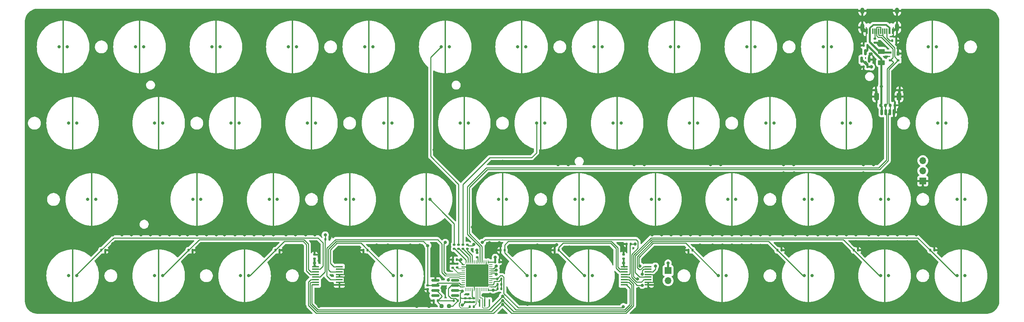
<source format=gbr>
%TF.GenerationSoftware,KiCad,Pcbnew,8.0.3*%
%TF.CreationDate,2024-08-28T23:50:46+02:00*%
%TF.ProjectId,toprevan,746f7072-6576-4616-9e2e-6b696361645f,rev?*%
%TF.SameCoordinates,Original*%
%TF.FileFunction,Copper,L4,Bot*%
%TF.FilePolarity,Positive*%
%FSLAX46Y46*%
G04 Gerber Fmt 4.6, Leading zero omitted, Abs format (unit mm)*
G04 Created by KiCad (PCBNEW 8.0.3) date 2024-08-28 23:50:46*
%MOMM*%
%LPD*%
G01*
G04 APERTURE LIST*
G04 Aperture macros list*
%AMRoundRect*
0 Rectangle with rounded corners*
0 $1 Rounding radius*
0 $2 $3 $4 $5 $6 $7 $8 $9 X,Y pos of 4 corners*
0 Add a 4 corners polygon primitive as box body*
4,1,4,$2,$3,$4,$5,$6,$7,$8,$9,$2,$3,0*
0 Add four circle primitives for the rounded corners*
1,1,$1+$1,$2,$3*
1,1,$1+$1,$4,$5*
1,1,$1+$1,$6,$7*
1,1,$1+$1,$8,$9*
0 Add four rect primitives between the rounded corners*
20,1,$1+$1,$2,$3,$4,$5,0*
20,1,$1+$1,$4,$5,$6,$7,0*
20,1,$1+$1,$6,$7,$8,$9,0*
20,1,$1+$1,$8,$9,$2,$3,0*%
%AMFreePoly0*
4,1,27,0.111114,6.666294,0.166294,6.611114,0.196157,6.539018,0.198025,0.200000,0.200000,0.200000,0.200000,-0.200000,0.198143,-0.200000,0.200000,-6.500000,0.196157,-6.539018,0.166294,-6.611114,0.111114,-6.666294,0.039018,-6.696157,-0.039018,-6.696157,-0.111114,-6.666294,-0.166294,-6.611114,-0.196157,-6.539018,-0.198025,-0.200000,-0.200000,-0.200000,-0.200000,0.200000,-0.198143,0.200000,
-0.200000,6.500000,-0.196157,6.539018,-0.166294,6.611114,-0.111114,6.666294,-0.039018,6.696157,0.039018,6.696157,0.111114,6.666294,0.111114,6.666294,$1*%
G04 Aperture macros list end*
%TA.AperFunction,ComponentPad*%
%ADD10C,0.800000*%
%TD*%
%TA.AperFunction,SMDPad,CuDef*%
%ADD11FreePoly0,0.000000*%
%TD*%
%TA.AperFunction,SMDPad,CuDef*%
%ADD12FreePoly0,180.000000*%
%TD*%
%TA.AperFunction,ComponentPad*%
%ADD13R,1.700000X1.700000*%
%TD*%
%TA.AperFunction,ComponentPad*%
%ADD14O,1.700000X1.700000*%
%TD*%
%TA.AperFunction,SMDPad,CuDef*%
%ADD15RoundRect,0.140000X-0.170000X0.140000X-0.170000X-0.140000X0.170000X-0.140000X0.170000X0.140000X0*%
%TD*%
%TA.AperFunction,SMDPad,CuDef*%
%ADD16RoundRect,0.135000X-0.135000X-0.185000X0.135000X-0.185000X0.135000X0.185000X-0.135000X0.185000X0*%
%TD*%
%TA.AperFunction,SMDPad,CuDef*%
%ADD17RoundRect,0.135000X-0.185000X0.135000X-0.185000X-0.135000X0.185000X-0.135000X0.185000X0.135000X0*%
%TD*%
%TA.AperFunction,SMDPad,CuDef*%
%ADD18RoundRect,0.135000X0.135000X0.185000X-0.135000X0.185000X-0.135000X-0.185000X0.135000X-0.185000X0*%
%TD*%
%TA.AperFunction,SMDPad,CuDef*%
%ADD19R,0.400000X1.900000*%
%TD*%
%TA.AperFunction,SMDPad,CuDef*%
%ADD20RoundRect,0.062500X0.062500X-0.375000X0.062500X0.375000X-0.062500X0.375000X-0.062500X-0.375000X0*%
%TD*%
%TA.AperFunction,SMDPad,CuDef*%
%ADD21RoundRect,0.062500X0.375000X-0.062500X0.375000X0.062500X-0.375000X0.062500X-0.375000X-0.062500X0*%
%TD*%
%TA.AperFunction,SMDPad,CuDef*%
%ADD22R,5.600000X5.600000*%
%TD*%
%TA.AperFunction,SMDPad,CuDef*%
%ADD23R,1.778000X0.419100*%
%TD*%
%TA.AperFunction,SMDPad,CuDef*%
%ADD24RoundRect,0.150000X-0.150000X-0.625000X0.150000X-0.625000X0.150000X0.625000X-0.150000X0.625000X0*%
%TD*%
%TA.AperFunction,SMDPad,CuDef*%
%ADD25RoundRect,0.250000X-0.350000X-0.650000X0.350000X-0.650000X0.350000X0.650000X-0.350000X0.650000X0*%
%TD*%
%TA.AperFunction,SMDPad,CuDef*%
%ADD26R,0.700000X1.000000*%
%TD*%
%TA.AperFunction,SMDPad,CuDef*%
%ADD27R,0.700000X0.600000*%
%TD*%
%TA.AperFunction,SMDPad,CuDef*%
%ADD28RoundRect,0.250000X-0.625000X0.375000X-0.625000X-0.375000X0.625000X-0.375000X0.625000X0.375000X0*%
%TD*%
%TA.AperFunction,SMDPad,CuDef*%
%ADD29R,0.600000X1.450000*%
%TD*%
%TA.AperFunction,SMDPad,CuDef*%
%ADD30R,0.300000X1.450000*%
%TD*%
%TA.AperFunction,ComponentPad*%
%ADD31O,1.000000X1.600000*%
%TD*%
%TA.AperFunction,ComponentPad*%
%ADD32O,1.000000X2.100000*%
%TD*%
%TA.AperFunction,SMDPad,CuDef*%
%ADD33RoundRect,0.140000X0.170000X-0.140000X0.170000X0.140000X-0.170000X0.140000X-0.170000X-0.140000X0*%
%TD*%
%TA.AperFunction,SMDPad,CuDef*%
%ADD34RoundRect,0.150000X-0.825000X-0.150000X0.825000X-0.150000X0.825000X0.150000X-0.825000X0.150000X0*%
%TD*%
%TA.AperFunction,SMDPad,CuDef*%
%ADD35RoundRect,0.150000X0.150000X-0.587500X0.150000X0.587500X-0.150000X0.587500X-0.150000X-0.587500X0*%
%TD*%
%TA.AperFunction,SMDPad,CuDef*%
%ADD36RoundRect,0.140000X0.140000X0.170000X-0.140000X0.170000X-0.140000X-0.170000X0.140000X-0.170000X0*%
%TD*%
%TA.AperFunction,SMDPad,CuDef*%
%ADD37RoundRect,0.140000X-0.140000X-0.170000X0.140000X-0.170000X0.140000X0.170000X-0.140000X0.170000X0*%
%TD*%
%TA.AperFunction,SMDPad,CuDef*%
%ADD38RoundRect,0.135000X0.185000X-0.135000X0.185000X0.135000X-0.185000X0.135000X-0.185000X-0.135000X0*%
%TD*%
%TA.AperFunction,SMDPad,CuDef*%
%ADD39RoundRect,0.150000X-0.150000X-0.275000X0.150000X-0.275000X0.150000X0.275000X-0.150000X0.275000X0*%
%TD*%
%TA.AperFunction,SMDPad,CuDef*%
%ADD40RoundRect,0.175000X-0.175000X-0.225000X0.175000X-0.225000X0.175000X0.225000X-0.175000X0.225000X0*%
%TD*%
%TA.AperFunction,SMDPad,CuDef*%
%ADD41RoundRect,0.237500X0.250000X0.237500X-0.250000X0.237500X-0.250000X-0.237500X0.250000X-0.237500X0*%
%TD*%
%TA.AperFunction,ViaPad*%
%ADD42C,0.800000*%
%TD*%
%TA.AperFunction,Conductor*%
%ADD43C,0.250000*%
%TD*%
%TA.AperFunction,Conductor*%
%ADD44C,0.500000*%
%TD*%
%TA.AperFunction,Conductor*%
%ADD45C,0.381000*%
%TD*%
%TA.AperFunction,Conductor*%
%ADD46C,0.200000*%
%TD*%
G04 APERTURE END LIST*
D10*
%TO.P,SW_EC1,1,1*%
%TO.N,ROW0*%
X31543750Y-30956250D03*
%TO.P,SW_EC1,2,2*%
%TO.N,COL0*%
X33543750Y-30956250D03*
D11*
%TO.P,SW_EC1,3,3*%
%TO.N,GND*%
X32543750Y-30956250D03*
%TD*%
D10*
%TO.P,SW_EC17,1,1*%
%TO.N,ROW1*%
X112506250Y-50006250D03*
%TO.P,SW_EC17,2,2*%
%TO.N,COL4*%
X114506250Y-50006250D03*
D11*
%TO.P,SW_EC17,3,3*%
%TO.N,GND*%
X113506250Y-50006250D03*
%TD*%
D10*
%TO.P,SW_EC20,1,1*%
%TO.N,ROW1*%
X169656250Y-50006250D03*
%TO.P,SW_EC20,2,2*%
%TO.N,COL7*%
X171656250Y-50006250D03*
D11*
%TO.P,SW_EC20,3,3*%
%TO.N,GND*%
X170656250Y-50006250D03*
%TD*%
D10*
%TO.P,SW_EC25,1,1*%
%TO.N,ROW2*%
X38687500Y-69056250D03*
%TO.P,SW_EC25,2,2*%
%TO.N,COL0*%
X40687500Y-69056250D03*
D11*
%TO.P,SW_EC25,3,3*%
%TO.N,GND*%
X39687500Y-69056250D03*
%TD*%
D10*
%TO.P,SW_EC26,1,1*%
%TO.N,ROW2*%
X66881250Y-69056250D03*
%TO.P,SW_EC26,2,2*%
%TO.N,COL1*%
X64881250Y-69056250D03*
D12*
%TO.P,SW_EC26,3,3*%
%TO.N,GND*%
X65881250Y-69056250D03*
%TD*%
D10*
%TO.P,SW_EC44,1,1*%
%TO.N,ROW3*%
X219281250Y-88106250D03*
%TO.P,SW_EC44,2,2*%
%TO.N,COL9*%
X217281250Y-88106250D03*
D12*
%TO.P,SW_EC44,3,3*%
%TO.N,GND*%
X218281250Y-88106250D03*
%TD*%
D10*
%TO.P,SW_EC4,1,1*%
%TO.N,ROW0*%
X88693750Y-30956250D03*
%TO.P,SW_EC4,2,2*%
%TO.N,COL3*%
X90693750Y-30956250D03*
D11*
%TO.P,SW_EC4,3,3*%
%TO.N,GND*%
X89693750Y-30956250D03*
%TD*%
D10*
%TO.P,SW_EC5,1,1*%
%TO.N,ROW0*%
X107743750Y-30956250D03*
%TO.P,SW_EC5,2,2*%
%TO.N,COL4*%
X109743750Y-30956250D03*
D11*
%TO.P,SW_EC5,3,3*%
%TO.N,GND*%
X108743750Y-30956250D03*
%TD*%
D10*
%TO.P,SW_EC19,1,1*%
%TO.N,ROW1*%
X150606250Y-50006250D03*
%TO.P,SW_EC19,2,2*%
%TO.N,COL6*%
X152606250Y-50006250D03*
D11*
%TO.P,SW_EC19,3,3*%
%TO.N,GND*%
X151606250Y-50006250D03*
%TD*%
D10*
%TO.P,SW_EC33,1,1*%
%TO.N,ROW2*%
X200231250Y-69056250D03*
%TO.P,SW_EC33,2,2*%
%TO.N,COL8*%
X198231250Y-69056250D03*
D12*
%TO.P,SW_EC33,3,3*%
%TO.N,GND*%
X199231250Y-69056250D03*
%TD*%
D10*
%TO.P,SW_EC22,1,1*%
%TO.N,ROW1*%
X207756250Y-50006250D03*
%TO.P,SW_EC22,2,2*%
%TO.N,COL9*%
X209756250Y-50006250D03*
D11*
%TO.P,SW_EC22,3,3*%
%TO.N,GND*%
X208756250Y-50006250D03*
%TD*%
D10*
%TO.P,SW_EC15,1,1*%
%TO.N,ROW1*%
X74406250Y-50006250D03*
%TO.P,SW_EC15,2,2*%
%TO.N,COL2*%
X76406250Y-50006250D03*
D11*
%TO.P,SW_EC15,3,3*%
%TO.N,GND*%
X75406250Y-50006250D03*
%TD*%
D10*
%TO.P,SW_EC3,1,1*%
%TO.N,ROW0*%
X69643750Y-30956250D03*
%TO.P,SW_EC3,2,2*%
%TO.N,COL2*%
X71643750Y-30956250D03*
D11*
%TO.P,SW_EC3,3,3*%
%TO.N,GND*%
X70643750Y-30956250D03*
%TD*%
D10*
%TO.P,SW_EC46,1,1*%
%TO.N,ROW3*%
X257381250Y-88106250D03*
%TO.P,SW_EC46,2,2*%
%TO.N,COL11*%
X255381250Y-88106250D03*
D12*
%TO.P,SW_EC46,3,3*%
%TO.N,GND*%
X256381250Y-88106250D03*
%TD*%
D10*
%TO.P,SW_EC29,1,1*%
%TO.N,ROW2*%
X124031250Y-69056250D03*
%TO.P,SW_EC29,2,2*%
%TO.N,COL4*%
X122031250Y-69056250D03*
D12*
%TO.P,SW_EC29,3,3*%
%TO.N,GND*%
X123031250Y-69056250D03*
%TD*%
D10*
%TO.P,SW_EC13,1,1*%
%TO.N,ROW1*%
X33925000Y-50006250D03*
%TO.P,SW_EC13,2,2*%
%TO.N,COL0*%
X35925000Y-50006250D03*
D11*
%TO.P,SW_EC13,3,3*%
%TO.N,GND*%
X34925000Y-50006250D03*
%TD*%
D10*
%TO.P,SW_EC28,1,1*%
%TO.N,ROW2*%
X104981250Y-69056250D03*
%TO.P,SW_EC28,2,2*%
%TO.N,COL3*%
X102981250Y-69056250D03*
D12*
%TO.P,SW_EC28,3,3*%
%TO.N,GND*%
X103981250Y-69056250D03*
%TD*%
D10*
%TO.P,SW_EC31,1,1*%
%TO.N,ROW2*%
X162131250Y-69056250D03*
%TO.P,SW_EC31,2,2*%
%TO.N,COL6*%
X160131250Y-69056250D03*
D12*
%TO.P,SW_EC31,3,3*%
%TO.N,GND*%
X161131250Y-69056250D03*
%TD*%
D10*
%TO.P,SW_EC32,1,1*%
%TO.N,ROW2*%
X181181250Y-69056250D03*
%TO.P,SW_EC32,2,2*%
%TO.N,COL7*%
X179181250Y-69056250D03*
D12*
%TO.P,SW_EC32,3,3*%
%TO.N,GND*%
X180181250Y-69056250D03*
%TD*%
D10*
%TO.P,SW_EC10,1,1*%
%TO.N,ROW0*%
X202993750Y-30956250D03*
%TO.P,SW_EC10,2,2*%
%TO.N,COL9*%
X204993750Y-30956250D03*
D11*
%TO.P,SW_EC10,3,3*%
%TO.N,GND*%
X203993750Y-30956250D03*
%TD*%
D10*
%TO.P,SW_EC37,1,1*%
%TO.N,ROW3*%
X33925000Y-88106250D03*
%TO.P,SW_EC37,2,2*%
%TO.N,COL0*%
X35925000Y-88106250D03*
D11*
%TO.P,SW_EC37,3,3*%
%TO.N,GND*%
X34925000Y-88106250D03*
%TD*%
D10*
%TO.P,SW_EC23,1,1*%
%TO.N,ROW1*%
X226806250Y-50006250D03*
%TO.P,SW_EC23,2,2*%
%TO.N,COL10*%
X228806250Y-50006250D03*
D11*
%TO.P,SW_EC23,3,3*%
%TO.N,GND*%
X227806250Y-50006250D03*
%TD*%
D10*
%TO.P,SW_EC36,1,1*%
%TO.N,ROW2*%
X255381250Y-69056250D03*
%TO.P,SW_EC36,2,2*%
%TO.N,COL11*%
X257381250Y-69056250D03*
D11*
%TO.P,SW_EC36,3,3*%
%TO.N,GND*%
X256381250Y-69056250D03*
%TD*%
D10*
%TO.P,SW_EC24,1,1*%
%TO.N,ROW1*%
X250618750Y-50006250D03*
%TO.P,SW_EC24,2,2*%
%TO.N,COL11*%
X252618750Y-50006250D03*
D11*
%TO.P,SW_EC24,3,3*%
%TO.N,GND*%
X251618750Y-50006250D03*
%TD*%
D10*
%TO.P,SW_EC14,1,1*%
%TO.N,ROW1*%
X55356250Y-50006250D03*
%TO.P,SW_EC14,2,2*%
%TO.N,COL1*%
X57356250Y-50006250D03*
D11*
%TO.P,SW_EC14,3,3*%
%TO.N,GND*%
X56356250Y-50006250D03*
%TD*%
D10*
%TO.P,SW_EC6,1,1*%
%TO.N,ROW0*%
X126793750Y-30956250D03*
%TO.P,SW_EC6,2,2*%
%TO.N,COL5*%
X128793750Y-30956250D03*
D11*
%TO.P,SW_EC6,3,3*%
%TO.N,GND*%
X127793750Y-30956250D03*
%TD*%
D10*
%TO.P,SW_EC30,1,1*%
%TO.N,ROW2*%
X141081250Y-69056250D03*
%TO.P,SW_EC30,2,2*%
%TO.N,COL5*%
X143081250Y-69056250D03*
D11*
%TO.P,SW_EC30,3,3*%
%TO.N,GND*%
X142081250Y-69056250D03*
%TD*%
D10*
%TO.P,SW_EC11,1,1*%
%TO.N,ROW0*%
X222043750Y-30956250D03*
%TO.P,SW_EC11,2,2*%
%TO.N,COL10*%
X224043750Y-30956250D03*
D11*
%TO.P,SW_EC11,3,3*%
%TO.N,GND*%
X223043750Y-30956250D03*
%TD*%
D10*
%TO.P,SW_EC7,1,1*%
%TO.N,ROW0*%
X145843750Y-30956250D03*
%TO.P,SW_EC7,2,2*%
%TO.N,COL6*%
X147843750Y-30956250D03*
D11*
%TO.P,SW_EC7,3,3*%
%TO.N,GND*%
X146843750Y-30956250D03*
%TD*%
D10*
%TO.P,SW_EC8,1,1*%
%TO.N,ROW0*%
X164893750Y-30956250D03*
%TO.P,SW_EC8,2,2*%
%TO.N,COL7*%
X166893750Y-30956250D03*
D11*
%TO.P,SW_EC8,3,3*%
%TO.N,GND*%
X165893750Y-30956250D03*
%TD*%
D10*
%TO.P,SW_EC43,1,1*%
%TO.N,ROW3*%
X197850000Y-88106250D03*
%TO.P,SW_EC43,2,2*%
%TO.N,COL8*%
X195850000Y-88106250D03*
D12*
%TO.P,SW_EC43,3,3*%
%TO.N,GND*%
X196850000Y-88106250D03*
%TD*%
D10*
%TO.P,SW_EC35,1,1*%
%TO.N,ROW2*%
X238331250Y-69056250D03*
%TO.P,SW_EC35,2,2*%
%TO.N,COL10*%
X236331250Y-69056250D03*
D12*
%TO.P,SW_EC35,3,3*%
%TO.N,GND*%
X237331250Y-69056250D03*
%TD*%
D10*
%TO.P,SW_EC41,1,1*%
%TO.N,ROW3*%
X150225000Y-88106250D03*
%TO.P,SW_EC41,2,2*%
%TO.N,COL5*%
X148225000Y-88106250D03*
D12*
%TO.P,SW_EC41,3,3*%
%TO.N,GND*%
X149225000Y-88106250D03*
%TD*%
D10*
%TO.P,SW_EC42,1,1*%
%TO.N,ROW3*%
X164512500Y-88106250D03*
%TO.P,SW_EC42,2,2*%
%TO.N,COL6*%
X162512500Y-88106250D03*
D12*
%TO.P,SW_EC42,3,3*%
%TO.N,GND*%
X163512500Y-88106250D03*
%TD*%
D10*
%TO.P,SW_EC34,1,1*%
%TO.N,ROW2*%
X219281250Y-69056250D03*
%TO.P,SW_EC34,2,2*%
%TO.N,COL9*%
X217281250Y-69056250D03*
D12*
%TO.P,SW_EC34,3,3*%
%TO.N,GND*%
X218281250Y-69056250D03*
%TD*%
D10*
%TO.P,SW_EC39,1,1*%
%TO.N,ROW3*%
X76787500Y-88106250D03*
%TO.P,SW_EC39,2,2*%
%TO.N,COL2*%
X78787500Y-88106250D03*
D11*
%TO.P,SW_EC39,3,3*%
%TO.N,GND*%
X77787500Y-88106250D03*
%TD*%
D10*
%TO.P,SW_EC18,1,1*%
%TO.N,ROW1*%
X131556250Y-50006250D03*
%TO.P,SW_EC18,2,2*%
%TO.N,COL5*%
X133556250Y-50006250D03*
D11*
%TO.P,SW_EC18,3,3*%
%TO.N,GND*%
X132556250Y-50006250D03*
%TD*%
D10*
%TO.P,SW_EC21,1,1*%
%TO.N,ROW1*%
X188706250Y-50006250D03*
%TO.P,SW_EC21,2,2*%
%TO.N,COL8*%
X190706250Y-50006250D03*
D11*
%TO.P,SW_EC21,3,3*%
%TO.N,GND*%
X189706250Y-50006250D03*
%TD*%
D10*
%TO.P,SW_EC16,1,1*%
%TO.N,ROW1*%
X93456250Y-50006250D03*
%TO.P,SW_EC16,2,2*%
%TO.N,COL3*%
X95456250Y-50006250D03*
D11*
%TO.P,SW_EC16,3,3*%
%TO.N,GND*%
X94456250Y-50006250D03*
%TD*%
D10*
%TO.P,SW_EC27,1,1*%
%TO.N,ROW2*%
X85931250Y-69056250D03*
%TO.P,SW_EC27,2,2*%
%TO.N,COL2*%
X83931250Y-69056250D03*
D12*
%TO.P,SW_EC27,3,3*%
%TO.N,GND*%
X84931250Y-69056250D03*
%TD*%
D10*
%TO.P,SW_EC38,1,1*%
%TO.N,ROW3*%
X55356250Y-88106250D03*
%TO.P,SW_EC38,2,2*%
%TO.N,COL1*%
X57356250Y-88106250D03*
D11*
%TO.P,SW_EC38,3,3*%
%TO.N,GND*%
X56356250Y-88106250D03*
%TD*%
D10*
%TO.P,SW_EC9,1,1*%
%TO.N,ROW0*%
X183943750Y-30956250D03*
%TO.P,SW_EC9,2,2*%
%TO.N,COL8*%
X185943750Y-30956250D03*
D11*
%TO.P,SW_EC9,3,3*%
%TO.N,GND*%
X184943750Y-30956250D03*
%TD*%
D10*
%TO.P,SW_EC45,1,1*%
%TO.N,ROW3*%
X238331250Y-88106250D03*
%TO.P,SW_EC45,2,2*%
%TO.N,COL10*%
X236331250Y-88106250D03*
D12*
%TO.P,SW_EC45,3,3*%
%TO.N,GND*%
X237331250Y-88106250D03*
%TD*%
D10*
%TO.P,SW_EC2,1,1*%
%TO.N,ROW0*%
X50593750Y-30956250D03*
%TO.P,SW_EC2,2,2*%
%TO.N,COL1*%
X52593750Y-30956250D03*
D11*
%TO.P,SW_EC2,3,3*%
%TO.N,GND*%
X51593750Y-30956250D03*
%TD*%
D10*
%TO.P,SW_EC12,1,1*%
%TO.N,ROW0*%
X248237500Y-30956250D03*
%TO.P,SW_EC12,2,2*%
%TO.N,COL11*%
X250237500Y-30956250D03*
D11*
%TO.P,SW_EC12,3,3*%
%TO.N,GND*%
X249237500Y-30956250D03*
%TD*%
D10*
%TO.P,SW_EC40,1,1*%
%TO.N,ROW3*%
X116887500Y-88106250D03*
%TO.P,SW_EC40,2,2*%
%TO.N,COL4*%
X114887500Y-88106250D03*
D12*
%TO.P,SW_EC40,3,3*%
%TO.N,GND*%
X115887500Y-88106250D03*
%TD*%
D13*
%TO.P,SW1,1,A*%
%TO.N,VBAT*%
X183356250Y-86831250D03*
D14*
%TO.P,SW1,2,B*%
%TO.N,BOOT0*%
X183356250Y-89371250D03*
%TD*%
D15*
%TO.P,C10,1*%
%TO.N,VBAT*%
X133886072Y-93745973D03*
%TO.P,C10,2*%
%TO.N,GND*%
X133886072Y-94705973D03*
%TD*%
D16*
%TO.P,R14,1*%
%TO.N,COL1*%
X63832898Y-81756250D03*
%TO.P,R14,2*%
%TO.N,GND*%
X64852898Y-81756250D03*
%TD*%
%TO.P,R23,1*%
%TO.N,COL9*%
X210627500Y-81756250D03*
%TO.P,R23,2*%
%TO.N,GND*%
X211647500Y-81756250D03*
%TD*%
D17*
%TO.P,R5,1*%
%TO.N,ROW1*%
X132256250Y-80387058D03*
%TO.P,R5,2*%
%TO.N,Net-(U1-PB14)*%
X132256250Y-81407058D03*
%TD*%
D18*
%TO.P,R18,1*%
%TO.N,Net-(JP1-B)*%
X125922500Y-94362500D03*
%TO.P,R18,2*%
%TO.N,GND*%
X124902500Y-94362500D03*
%TD*%
D19*
%TO.P,Y1,1,1*%
%TO.N,XTAL1*%
X136401214Y-94917035D03*
%TO.P,Y1,2,2*%
%TO.N,GND*%
X137601214Y-94917035D03*
%TO.P,Y1,3,3*%
%TO.N,XTAL0*%
X138801214Y-94917035D03*
%TD*%
D16*
%TO.P,R25,1*%
%TO.N,COL11*%
X248727500Y-81746059D03*
%TO.P,R25,2*%
%TO.N,GND*%
X249747500Y-81746059D03*
%TD*%
D20*
%TO.P,U1,1,VBAT*%
%TO.N,VBAT*%
X138481250Y-91543750D03*
%TO.P,U1,2,PC13*%
%TO.N,SW1*%
X137981250Y-91543750D03*
%TO.P,U1,3,PC14*%
%TO.N,ENC1*%
X137481250Y-91543750D03*
%TO.P,U1,4,PC15*%
%TO.N,unconnected-(U1-PC15-Pad4)*%
X136981250Y-91543750D03*
%TO.P,U1,5,PH0*%
%TO.N,XTAL0*%
X136481250Y-91543750D03*
%TO.P,U1,6,PH1*%
%TO.N,XTAL1*%
X135981250Y-91543750D03*
%TO.P,U1,7,NRST*%
%TO.N,NRST*%
X135481250Y-91543750D03*
%TO.P,U1,8,VSSA*%
%TO.N,GND*%
X134981250Y-91543750D03*
%TO.P,U1,9,VREF+*%
%TO.N,VBAT*%
X134481250Y-91543750D03*
%TO.P,U1,10,PA0*%
%TO.N,unconnected-(U1-PA0-Pad10)*%
X133981250Y-91543750D03*
%TO.P,U1,11,PA1*%
%TO.N,ENC2*%
X133481250Y-91543750D03*
%TO.P,U1,12,PA2*%
%TO.N,SW2*%
X132981250Y-91543750D03*
D21*
%TO.P,U1,13,PA3*%
%TO.N,ADC*%
X132293750Y-90856250D03*
%TO.P,U1,14,PA4*%
%TO.N,APLEX_OUT_PIN_0*%
X132293750Y-90356250D03*
%TO.P,U1,15,PA5*%
%TO.N,unconnected-(U1-PA5-Pad15)*%
X132293750Y-89856250D03*
%TO.P,U1,16,PA6*%
%TO.N,unconnected-(U1-PA6-Pad16)*%
X132293750Y-89356250D03*
%TO.P,U1,17,PA7*%
%TO.N,ARGB_3V3*%
X132293750Y-88856250D03*
%TO.P,U1,18,PB0*%
%TO.N,APLEX_EN_PIN_0*%
X132293750Y-88356250D03*
%TO.P,U1,19,PB1*%
%TO.N,APLEX_EN_PIN_1*%
X132293750Y-87856250D03*
%TO.P,U1,20,PB2*%
%TO.N,BOOT1*%
X132293750Y-87356250D03*
%TO.P,U1,21,PB10*%
%TO.N,unconnected-(U1-PB10-Pad21)*%
X132293750Y-86856250D03*
%TO.P,U1,22,VCAP1*%
%TO.N,Net-(U1-VCAP1)*%
X132293750Y-86356250D03*
%TO.P,U1,23,VSS*%
%TO.N,GND*%
X132293750Y-85856250D03*
%TO.P,U1,24,VDD*%
%TO.N,VBAT*%
X132293750Y-85356250D03*
D20*
%TO.P,U1,25,PB12*%
%TO.N,Net-(U1-PB12)*%
X132981250Y-84668750D03*
%TO.P,U1,26,PB13*%
%TO.N,Net-(U1-PB13)*%
X133481250Y-84668750D03*
%TO.P,U1,27,PB14*%
%TO.N,Net-(U1-PB14)*%
X133981250Y-84668750D03*
%TO.P,U1,28,PB15*%
%TO.N,Net-(U1-PB15)*%
X134481250Y-84668750D03*
%TO.P,U1,29,PA8*%
%TO.N,unconnected-(U1-PA8-Pad29)*%
X134981250Y-84668750D03*
%TO.P,U1,30,PA9*%
%TO.N,unconnected-(U1-PA9-Pad30)*%
X135481250Y-84668750D03*
%TO.P,U1,31,PA10*%
%TO.N,Net-(U1-PA10)*%
X135981250Y-84668750D03*
%TO.P,U1,32,PA11*%
%TO.N,D-*%
X136481250Y-84668750D03*
%TO.P,U1,33,PA12*%
%TO.N,D+*%
X136981250Y-84668750D03*
%TO.P,U1,34,PA13*%
%TO.N,SWDIO*%
X137481250Y-84668750D03*
%TO.P,U1,35,VSS*%
%TO.N,GND*%
X137981250Y-84668750D03*
%TO.P,U1,36,VDD*%
%TO.N,VBAT*%
X138481250Y-84668750D03*
D21*
%TO.P,U1,37,PA14*%
%TO.N,SWCLK*%
X139168750Y-85356250D03*
%TO.P,U1,38,PA15*%
%TO.N,unconnected-(U1-PA15-Pad38)*%
X139168750Y-85856250D03*
%TO.P,U1,39,PB3*%
%TO.N,AMUX_SEL_2*%
X139168750Y-86356250D03*
%TO.P,U1,40,PB4*%
%TO.N,AMUX_SEL_1*%
X139168750Y-86856250D03*
%TO.P,U1,41,PB5*%
%TO.N,AMUX_SEL_0*%
X139168750Y-87356250D03*
%TO.P,U1,42,PB6*%
%TO.N,unconnected-(U1-PB6-Pad42)*%
X139168750Y-87856250D03*
%TO.P,U1,43,PB7*%
%TO.N,unconnected-(U1-PB7-Pad43)*%
X139168750Y-88356250D03*
%TO.P,U1,44,BOOT0*%
%TO.N,BOOT0*%
X139168750Y-88856250D03*
%TO.P,U1,45,PB8*%
%TO.N,unconnected-(U1-PB8-Pad45)*%
X139168750Y-89356250D03*
%TO.P,U1,46,PB9*%
%TO.N,unconnected-(U1-PB9-Pad46)*%
X139168750Y-89856250D03*
%TO.P,U1,47,VSS*%
%TO.N,GND*%
X139168750Y-90356250D03*
%TO.P,U1,48,VDD*%
%TO.N,VBAT*%
X139168750Y-90856250D03*
D22*
%TO.P,U1,49,VSS*%
%TO.N,GND*%
X135731250Y-88106250D03*
%TD*%
D15*
%TO.P,C16,1*%
%TO.N,VBAT*%
X132789679Y-93745973D03*
%TO.P,C16,2*%
%TO.N,GND*%
X132789679Y-94705973D03*
%TD*%
D13*
%TO.P,J4,1,Pin_1*%
%TO.N,GND*%
X246856250Y-64452500D03*
D14*
%TO.P,J4,2,Pin_2*%
%TO.N,ARGB_3V3*%
X246856250Y-61912500D03*
%TO.P,J4,3,Pin_3*%
%TO.N,+5V*%
X246856250Y-59372500D03*
%TD*%
D23*
%TO.P,U6,1,A4*%
%TO.N,COL9*%
X178393090Y-85832950D03*
%TO.P,U6,2,A6*%
%TO.N,COL11*%
X178393090Y-86483190D03*
%TO.P,U6,3,A*%
%TO.N,APLEX_OUT_PIN_0*%
X178393090Y-87133430D03*
%TO.P,U6,4,A7*%
%TO.N,GND*%
X178393090Y-87783670D03*
%TO.P,U6,5,A5*%
%TO.N,COL10*%
X178393090Y-88428830D03*
%TO.P,U6,6,~{E}*%
%TO.N,APLEX_EN_PIN_1*%
X178393090Y-89079070D03*
%TO.P,U6,7,VEE*%
%TO.N,GND*%
X178393090Y-89729310D03*
%TO.P,U6,8,GND*%
X178393090Y-90379550D03*
%TO.P,U6,9,S2*%
%TO.N,AMUX_SEL_2*%
X172444410Y-90379550D03*
%TO.P,U6,10,S1*%
%TO.N,AMUX_SEL_1*%
X172444410Y-89729310D03*
%TO.P,U6,11,S0*%
%TO.N,AMUX_SEL_0*%
X172444410Y-89079070D03*
%TO.P,U6,12,A3*%
%TO.N,COL8*%
X172444410Y-88428830D03*
%TO.P,U6,13,A0*%
%TO.N,COL7*%
X172444410Y-87783670D03*
%TO.P,U6,14,A1*%
%TO.N,COL6*%
X172444410Y-87133430D03*
%TO.P,U6,15,A2*%
%TO.N,COL5*%
X172444410Y-86483190D03*
%TO.P,U6,16,VCC*%
%TO.N,VBAT*%
X172444410Y-85832950D03*
%TD*%
D16*
%TO.P,R8,1*%
%TO.N,/CC2*%
X239202500Y-29368750D03*
%TO.P,R8,2*%
%TO.N,GND*%
X240222500Y-29368750D03*
%TD*%
D24*
%TO.P,J1,1,Pin_1*%
%TO.N,+5V*%
X236625000Y-47243750D03*
%TO.P,J1,2,Pin_2*%
%TO.N,D-*%
X237625000Y-47243750D03*
%TO.P,J1,3,Pin_3*%
%TO.N,D+*%
X238625000Y-47243750D03*
%TO.P,J1,4,Pin_4*%
%TO.N,GND*%
X239625000Y-47243750D03*
D25*
%TO.P,J1,MP,MountPin*%
X235325000Y-43368750D03*
X240925000Y-43368750D03*
%TD*%
D16*
%TO.P,R16,1*%
%TO.N,COL3*%
X97915000Y-78997940D03*
%TO.P,R16,2*%
%TO.N,GND*%
X98935000Y-78997940D03*
%TD*%
D26*
%TO.P,D1,1,GND*%
%TO.N,GND*%
X240710621Y-32587500D03*
D27*
%TO.P,D1,2,I/O1*%
%TO.N,D+*%
X240710621Y-34287500D03*
%TO.P,D1,3,I/O2*%
%TO.N,D-*%
X238710621Y-34287500D03*
%TO.P,D1,4,VCC*%
%TO.N,VCC*%
X238710621Y-32387500D03*
%TD*%
D23*
%TO.P,U4,1,A4*%
%TO.N,COL4*%
X101399340Y-85832950D03*
%TO.P,U4,2,A6*%
%TO.N,GND*%
X101399340Y-86483190D03*
%TO.P,U4,3,A*%
%TO.N,APLEX_OUT_PIN_0*%
X101399340Y-87133430D03*
%TO.P,U4,4,A7*%
%TO.N,GND*%
X101399340Y-87783670D03*
%TO.P,U4,5,A5*%
X101399340Y-88428830D03*
%TO.P,U4,6,~{E}*%
%TO.N,APLEX_EN_PIN_0*%
X101399340Y-89079070D03*
%TO.P,U4,7,VEE*%
%TO.N,GND*%
X101399340Y-89729310D03*
%TO.P,U4,8,GND*%
X101399340Y-90379550D03*
%TO.P,U4,9,S2*%
%TO.N,AMUX_SEL_2*%
X95450660Y-90379550D03*
%TO.P,U4,10,S1*%
%TO.N,AMUX_SEL_1*%
X95450660Y-89729310D03*
%TO.P,U4,11,S0*%
%TO.N,AMUX_SEL_0*%
X95450660Y-89079070D03*
%TO.P,U4,12,A3*%
%TO.N,COL3*%
X95450660Y-88428830D03*
%TO.P,U4,13,A0*%
%TO.N,COL2*%
X95450660Y-87783670D03*
%TO.P,U4,14,A1*%
%TO.N,COL1*%
X95450660Y-87133430D03*
%TO.P,U4,15,A2*%
%TO.N,COL0*%
X95450660Y-86483190D03*
%TO.P,U4,16,VCC*%
%TO.N,VBAT*%
X95450660Y-85832950D03*
%TD*%
D17*
%TO.P,R6,1*%
%TO.N,ROW2*%
X130056250Y-80387058D03*
%TO.P,R6,2*%
%TO.N,Net-(U1-PB12)*%
X130056250Y-81407058D03*
%TD*%
D18*
%TO.P,R20,1*%
%TO.N,COL6*%
X156085000Y-81756250D03*
%TO.P,R20,2*%
%TO.N,GND*%
X155065000Y-81756250D03*
%TD*%
D15*
%TO.P,C11,1*%
%TO.N,VBAT*%
X134889679Y-93753408D03*
%TO.P,C11,2*%
%TO.N,GND*%
X134889679Y-94713408D03*
%TD*%
D17*
%TO.P,R4,1*%
%TO.N,ROW0*%
X131156250Y-80387058D03*
%TO.P,R4,2*%
%TO.N,Net-(U1-PB13)*%
X131156250Y-81407058D03*
%TD*%
D16*
%TO.P,R11,1*%
%TO.N,BOOT0*%
X140777500Y-88900000D03*
%TO.P,R11,2*%
%TO.N,GND*%
X141797500Y-88900000D03*
%TD*%
D28*
%TO.P,F_USBC1,1*%
%TO.N,VCC*%
X236537500Y-32082528D03*
%TO.P,F_USBC1,2*%
%TO.N,+5V*%
X236537500Y-34882528D03*
%TD*%
D16*
%TO.P,R9,1*%
%TO.N,VBAT*%
X133883473Y-95832687D03*
%TO.P,R9,2*%
%TO.N,NRST*%
X134903473Y-95832687D03*
%TD*%
D29*
%TO.P,J3,A1,GND*%
%TO.N,GND*%
X232874750Y-27025750D03*
%TO.P,J3,A4,VBUS*%
%TO.N,VCC*%
X233674750Y-27025750D03*
D30*
%TO.P,J3,A5,CC1*%
%TO.N,/CC1*%
X234874750Y-27025750D03*
%TO.P,J3,A6,D+*%
%TO.N,D+*%
X235874750Y-27025750D03*
%TO.P,J3,A7,D-*%
%TO.N,D-*%
X236374750Y-27025750D03*
%TO.P,J3,A8,SBU1*%
%TO.N,unconnected-(J3-SBU1-PadA8)*%
X237374750Y-27025750D03*
D29*
%TO.P,J3,A9,VBUS*%
%TO.N,VCC*%
X238574750Y-27025750D03*
%TO.P,J3,A12,GND*%
%TO.N,GND*%
X239374750Y-27025750D03*
%TO.P,J3,B1,GND*%
X239374750Y-27025750D03*
%TO.P,J3,B4,VBUS*%
%TO.N,VCC*%
X238574750Y-27025750D03*
D30*
%TO.P,J3,B5,CC2*%
%TO.N,/CC2*%
X237874750Y-27025750D03*
%TO.P,J3,B6,D+*%
%TO.N,D+*%
X236874750Y-27025750D03*
%TO.P,J3,B7,D-*%
%TO.N,D-*%
X235374750Y-27025750D03*
%TO.P,J3,B8,SBU2*%
%TO.N,unconnected-(J3-SBU2-PadB8)*%
X234374750Y-27025750D03*
D29*
%TO.P,J3,B9,VBUS*%
%TO.N,VCC*%
X233674750Y-27025750D03*
%TO.P,J3,B12,GND*%
%TO.N,GND*%
X232874750Y-27025750D03*
D31*
%TO.P,J3,S1,SHIELD*%
X231804750Y-21930750D03*
D32*
X231804750Y-26110750D03*
D31*
X240444750Y-21930750D03*
D32*
X240444750Y-26110750D03*
%TD*%
D17*
%TO.P,R7,1*%
%TO.N,/CC1*%
X234950000Y-28858750D03*
%TO.P,R7,2*%
%TO.N,GND*%
X234950000Y-29878750D03*
%TD*%
D16*
%TO.P,R15,1*%
%TO.N,COL0*%
X42068750Y-81756250D03*
%TO.P,R15,2*%
%TO.N,GND*%
X43088750Y-81756250D03*
%TD*%
D33*
%TO.P,C1,1*%
%TO.N,Net-(U1-VCAP1)*%
X130775537Y-86080138D03*
%TO.P,C1,2*%
%TO.N,GND*%
X130775537Y-85120138D03*
%TD*%
D18*
%TO.P,R17,1*%
%TO.N,COL4*%
X108453663Y-81746059D03*
%TO.P,R17,2*%
%TO.N,GND*%
X107433663Y-81746059D03*
%TD*%
D34*
%TO.P,U5,1*%
%TO.N,N/C*%
X125318750Y-93092500D03*
%TO.P,U5,2,IN-*%
%TO.N,Net-(JP1-B)*%
X125318750Y-91822500D03*
%TO.P,U5,3,IN+*%
%TO.N,APLEX_OUT_PIN_0*%
X125318750Y-90552500D03*
%TO.P,U5,4,V-*%
%TO.N,GND*%
X125318750Y-89282500D03*
%TO.P,U5,5*%
%TO.N,N/C*%
X130268750Y-89282500D03*
%TO.P,U5,6,OUT*%
%TO.N,ADC*%
X130268750Y-90552500D03*
%TO.P,U5,7,V+*%
%TO.N,VBAT*%
X130268750Y-91822500D03*
%TO.P,U5,8*%
%TO.N,N/C*%
X130268750Y-93092500D03*
%TD*%
D16*
%TO.P,R24,1*%
%TO.N,COL10*%
X229677500Y-81756250D03*
%TO.P,R24,2*%
%TO.N,GND*%
X230697500Y-81756250D03*
%TD*%
D35*
%TO.P,U3,1,GND*%
%TO.N,GND*%
X233518750Y-34129972D03*
%TO.P,U3,2,VO*%
%TO.N,VBAT*%
X231618750Y-34129972D03*
%TO.P,U3,3,VI*%
%TO.N,+5V*%
X232568750Y-32254972D03*
%TD*%
D36*
%TO.P,C12,1*%
%TO.N,+5V*%
X233048750Y-30596511D03*
%TO.P,C12,2*%
%TO.N,GND*%
X232088750Y-30596511D03*
%TD*%
%TO.P,C13,1*%
%TO.N,VBAT*%
X233048750Y-35944924D03*
%TO.P,C13,2*%
%TO.N,GND*%
X232088750Y-35944924D03*
%TD*%
D18*
%TO.P,R19,1*%
%TO.N,COL7*%
X174057500Y-80168750D03*
%TO.P,R19,2*%
%TO.N,GND*%
X173037500Y-80168750D03*
%TD*%
D37*
%TO.P,C9,1*%
%TO.N,VBAT*%
X140819430Y-90289802D03*
%TO.P,C9,2*%
%TO.N,GND*%
X141779430Y-90289802D03*
%TD*%
D33*
%TO.P,C15,1*%
%TO.N,GND*%
X123451464Y-91501881D03*
%TO.P,C15,2*%
%TO.N,APLEX_OUT_PIN_0*%
X123451464Y-90541881D03*
%TD*%
D38*
%TO.P,R2,1*%
%TO.N,Net-(U1-PA10)*%
X135731250Y-83460000D03*
%TO.P,R2,2*%
%TO.N,VBAT*%
X135731250Y-82440000D03*
%TD*%
D18*
%TO.P,R21,1*%
%TO.N,COL5*%
X142591250Y-81756250D03*
%TO.P,R21,2*%
%TO.N,GND*%
X141571250Y-81756250D03*
%TD*%
D37*
%TO.P,C6,1*%
%TO.N,VBAT*%
X140830343Y-91336235D03*
%TO.P,C6,2*%
%TO.N,GND*%
X141790343Y-91336235D03*
%TD*%
D36*
%TO.P,C7,1*%
%TO.N,VBAT*%
X130686750Y-84105750D03*
%TO.P,C7,2*%
%TO.N,GND*%
X129726750Y-84105750D03*
%TD*%
D16*
%TO.P,R12,1*%
%TO.N,Net-(JP1-B)*%
X129948750Y-94362500D03*
%TO.P,R12,2*%
%TO.N,ADC*%
X130968750Y-94362500D03*
%TD*%
D37*
%TO.P,C8,1*%
%TO.N,VBAT*%
X140295000Y-84650000D03*
%TO.P,C8,2*%
%TO.N,GND*%
X141255000Y-84650000D03*
%TD*%
D17*
%TO.P,R10,1*%
%TO.N,GND*%
X129695761Y-85072261D03*
%TO.P,R10,2*%
%TO.N,BOOT1*%
X129695761Y-86092261D03*
%TD*%
D39*
%TO.P,J2,1,Pin_1*%
%TO.N,+5V*%
X236325000Y-45531250D03*
%TO.P,J2,2,Pin_2*%
%TO.N,D-*%
X237525000Y-45531250D03*
%TO.P,J2,3,Pin_3*%
%TO.N,D+*%
X238725000Y-45531250D03*
%TO.P,J2,4,Pin_4*%
%TO.N,GND*%
X239925000Y-45531250D03*
D40*
%TO.P,J2,MP,MountPin*%
X235175000Y-41756250D03*
X241075000Y-41756250D03*
%TD*%
D16*
%TO.P,R13,1*%
%TO.N,COL2*%
X85498750Y-81756250D03*
%TO.P,R13,2*%
%TO.N,GND*%
X86518750Y-81756250D03*
%TD*%
D17*
%TO.P,R3,1*%
%TO.N,ROW3*%
X133350000Y-80387058D03*
%TO.P,R3,2*%
%TO.N,Net-(U1-PB15)*%
X133350000Y-81407058D03*
%TD*%
D33*
%TO.P,C14,1*%
%TO.N,VBAT*%
X95250000Y-83823750D03*
%TO.P,C14,2*%
%TO.N,GND*%
X95250000Y-82863750D03*
%TD*%
%TO.P,C17,1*%
%TO.N,VBAT*%
X172243750Y-83823750D03*
%TO.P,C17,2*%
%TO.N,GND*%
X172243750Y-82863750D03*
%TD*%
D18*
%TO.P,R22,1*%
%TO.N,COL8*%
X189422500Y-81756250D03*
%TO.P,R22,2*%
%TO.N,GND*%
X188402500Y-81756250D03*
%TD*%
D41*
%TO.P,JP1,1,A*%
%TO.N,ADC*%
X128723442Y-95665357D03*
%TO.P,JP1,2,B*%
%TO.N,Net-(JP1-B)*%
X126898442Y-95665357D03*
%TD*%
D42*
%TO.N,GND*%
X208756250Y-84137500D03*
X143988900Y-81460417D03*
X213518750Y-34925000D03*
X176212500Y-77910991D03*
X125136076Y-81727152D03*
X132015779Y-95457416D03*
X136937750Y-40036750D03*
X126888049Y-77899450D03*
X78898750Y-59213750D03*
X125126750Y-87661750D03*
X194087750Y-37623750D03*
X99218750Y-26987500D03*
X123460707Y-92482735D03*
X194470829Y-75919027D03*
X124999750Y-56673750D03*
X117760750Y-56673750D03*
X59848750Y-59213750D03*
X123476752Y-94359981D03*
X89693750Y-92075000D03*
X261143750Y-50006250D03*
X113506250Y-77910991D03*
X206375000Y-77910991D03*
X49561510Y-77888255D03*
X143691140Y-77906913D03*
X231256939Y-30596360D03*
X155936992Y-62677068D03*
X99099351Y-37623750D03*
X100806250Y-81756250D03*
X61118750Y-30956250D03*
X100488750Y-56673750D03*
X137318750Y-30956250D03*
X187325000Y-94456250D03*
X120300750Y-59213750D03*
X158750000Y-80962500D03*
X38258750Y-37623750D03*
X123031250Y-77910991D03*
X125157047Y-84719443D03*
X191295829Y-75919027D03*
X100488750Y-59213750D03*
X178593750Y-84137500D03*
X212144369Y-60368645D03*
X120650000Y-77910991D03*
X46831250Y-88106250D03*
X233379178Y-76076854D03*
X191293750Y-80422750D03*
X150744914Y-80436575D03*
X239712500Y-60325000D03*
X118968576Y-40036750D03*
X208756250Y-73025000D03*
X65881250Y-53975000D03*
X210597750Y-40036750D03*
X231804750Y-23812500D03*
X215106250Y-80295750D03*
X59089321Y-80162806D03*
X179387500Y-81756250D03*
X242093750Y-46037500D03*
X65881250Y-46037500D03*
X155917222Y-56561214D03*
X120681750Y-95789750D03*
X44450000Y-84137500D03*
X210597750Y-37623750D03*
X199231250Y-46037500D03*
X179387500Y-77910991D03*
X25400000Y-88106250D03*
X142081250Y-56356250D03*
X208756250Y-92075000D03*
X148442445Y-77888600D03*
X214661750Y-59086750D03*
X225440436Y-77910991D03*
X137210823Y-92976677D03*
X99218750Y-77910991D03*
X211931250Y-77910991D03*
X196518888Y-60368645D03*
X56356250Y-69056250D03*
X142081250Y-46037500D03*
X42068750Y-34925000D03*
X232079101Y-62422552D03*
X118268750Y-30956250D03*
X106362500Y-77910991D03*
X173386750Y-37623750D03*
X65571922Y-81739530D03*
X158457222Y-59101214D03*
X230204178Y-76076854D03*
X212121750Y-56546750D03*
X140493750Y-81756250D03*
X151606250Y-73025000D03*
X223059186Y-77910991D03*
X156368750Y-26987500D03*
X128868472Y-77879253D03*
X187325000Y-81756250D03*
X101600000Y-77910991D03*
X250825000Y-81756250D03*
X128946837Y-75987294D03*
X176223695Y-75942514D03*
X99218750Y-34925000D03*
X206406750Y-80549750D03*
X193998156Y-62553489D03*
X118268750Y-77910991D03*
X80168750Y-80359065D03*
X235807249Y-79594881D03*
X144811750Y-56419750D03*
X186531250Y-77910991D03*
X153987500Y-81756250D03*
X180181250Y-50006250D03*
X165893750Y-77910991D03*
X135731250Y-88106250D03*
X82550000Y-80359065D03*
X232060750Y-59086750D03*
X113506250Y-80433020D03*
X110699589Y-80433020D03*
X61603280Y-80205970D03*
X239488250Y-41687750D03*
X40798750Y-37623750D03*
X43973750Y-56546750D03*
X239712500Y-56546750D03*
X230409750Y-39782750D03*
X232949750Y-39782750D03*
X46831250Y-50006250D03*
X150823695Y-77888600D03*
X220677936Y-77910991D03*
X126892878Y-75998489D03*
X51593750Y-56546750D03*
X118968576Y-37623750D03*
X191547750Y-40036750D03*
X194468750Y-77910991D03*
X115887500Y-77910991D03*
X96043750Y-92075000D03*
X134616535Y-75981791D03*
X113499670Y-75893233D03*
X138813006Y-79828475D03*
X56689824Y-80146014D03*
X141287500Y-77910991D03*
X150812500Y-76000000D03*
X123031250Y-56673750D03*
X135707578Y-77945669D03*
X170656250Y-77910991D03*
X233394249Y-79594881D03*
X161131250Y-50006250D03*
X59045165Y-75917585D03*
X220630750Y-80295750D03*
X194468750Y-80422750D03*
X175418750Y-30956250D03*
X40798750Y-40036750D03*
X246856250Y-92075000D03*
X84931250Y-77910991D03*
X88121686Y-77910991D03*
X213518750Y-26987500D03*
X77987500Y-37623750D03*
X76231750Y-80422750D03*
X242093750Y-53975000D03*
X235759186Y-77910991D03*
X174915971Y-60368645D03*
X75378901Y-75839565D03*
X25400000Y-46037500D03*
X235743750Y-30162500D03*
X178593750Y-91281250D03*
X214684369Y-60368645D03*
X44450000Y-92075000D03*
X96243750Y-37623750D03*
X117760750Y-59213750D03*
X155860750Y-37623750D03*
X43973750Y-59086750D03*
X43976563Y-81766946D03*
X177450750Y-56546750D03*
X225456750Y-80422750D03*
X123031250Y-59213750D03*
X30162500Y-73025000D03*
X234600750Y-59086750D03*
X191293750Y-77910991D03*
X232915327Y-41663166D03*
X92995626Y-77906913D03*
X80168750Y-30956250D03*
X144811750Y-59594750D03*
X54324010Y-77888255D03*
X113506250Y-69056250D03*
X168275000Y-77910991D03*
X57308750Y-40036750D03*
X189706250Y-69056250D03*
X89693750Y-84137500D03*
X49577824Y-80146014D03*
X240506249Y-79594881D03*
X128587500Y-84137500D03*
X48418750Y-56546750D03*
X82550000Y-77910991D03*
X106362500Y-88106250D03*
X193960750Y-59086750D03*
X141261841Y-79828475D03*
X172056757Y-80168263D03*
X95318266Y-76008587D03*
X193960750Y-56546750D03*
X170656250Y-69056250D03*
X136937750Y-37623750D03*
X71203501Y-80248211D03*
X87298305Y-81745554D03*
X258762500Y-26987500D03*
X191547750Y-37623750D03*
X177455971Y-60368645D03*
X120300750Y-56673750D03*
X177450750Y-59086750D03*
X146477604Y-77883754D03*
X158462443Y-60383109D03*
X57308750Y-37623750D03*
X59848750Y-37623750D03*
X61603280Y-77910990D03*
X234156250Y-46037500D03*
X230686766Y-80793560D03*
X163512500Y-77910991D03*
X175926750Y-40036750D03*
X108743750Y-77910991D03*
X142081250Y-59531250D03*
X258762500Y-34925000D03*
X70710920Y-77906913D03*
X148304250Y-95250000D03*
X176085500Y-95250000D03*
X214751726Y-62378906D03*
X106362500Y-81756250D03*
X84931250Y-50006250D03*
X44450000Y-50006250D03*
X174910750Y-59086750D03*
X211971414Y-75964904D03*
X215106250Y-77910991D03*
X42068750Y-26987500D03*
X30162500Y-65087500D03*
X110701782Y-75888732D03*
X203993750Y-77910991D03*
X47180260Y-77888255D03*
X240444750Y-23812500D03*
X42352866Y-77900892D03*
X243046249Y-79594881D03*
X95250000Y-81756250D03*
X155514122Y-83092359D03*
X230202936Y-77910991D03*
X233377936Y-77910991D03*
X123031250Y-50006250D03*
X54276824Y-80146014D03*
X81438750Y-56673750D03*
X103981250Y-46037500D03*
X158457222Y-56561214D03*
X138906250Y-77910991D03*
X121443750Y-80422750D03*
X81438750Y-59213750D03*
X68790501Y-80248211D03*
X155586195Y-77888600D03*
X155860750Y-40036750D03*
X68262500Y-84137500D03*
X95265436Y-77910991D03*
X80168750Y-77910991D03*
X136889542Y-75981791D03*
X92868750Y-95789750D03*
X246856250Y-73025000D03*
X127793750Y-91217750D03*
X173386750Y-40036750D03*
X78659615Y-80359065D03*
X61575438Y-75923528D03*
X175959410Y-91308626D03*
X194468750Y-30956250D03*
X80699167Y-40036750D03*
X184816750Y-95250000D03*
X161131250Y-77910991D03*
X142100027Y-84650000D03*
X215146414Y-75964904D03*
X59848750Y-40036750D03*
X115993576Y-37623750D03*
X97948750Y-59213750D03*
X180975000Y-95250000D03*
X51990824Y-80146014D03*
X94456250Y-73025000D03*
X208756250Y-65087500D03*
X155917222Y-59101214D03*
X51942760Y-77888255D03*
X25400000Y-53975000D03*
X158750000Y-77910991D03*
X41433750Y-56546750D03*
X174910750Y-56546750D03*
X110699589Y-77910645D03*
X232074097Y-60368645D03*
X103981250Y-53975000D03*
X204123726Y-80412010D03*
X123094750Y-40036750D03*
X196500750Y-59086750D03*
X193978888Y-60368645D03*
X96343750Y-95789750D03*
X181768750Y-77910991D03*
X240710416Y-31234374D03*
X75406250Y-69056250D03*
X196881750Y-80422750D03*
X232060750Y-56546750D03*
X155922443Y-60383109D03*
X153193750Y-76000000D03*
X223043750Y-80295750D03*
X72754961Y-77909893D03*
X246856250Y-65881250D03*
X199231250Y-77910991D03*
X155545148Y-80326393D03*
X59848750Y-56673750D03*
X44908995Y-80123969D03*
X65881250Y-88106250D03*
X218281250Y-50006250D03*
X80699167Y-37623750D03*
X156368750Y-34925000D03*
X242902936Y-77910991D03*
X134397750Y-40036750D03*
X201612500Y-77910991D03*
X97948750Y-56673750D03*
X62388750Y-56673750D03*
X230182731Y-79594881D03*
X246856250Y-84137500D03*
X66706750Y-80295750D03*
X213137750Y-37623750D03*
X211965968Y-80314427D03*
X213137750Y-40036750D03*
X63567170Y-77906913D03*
X72781802Y-75856359D03*
X49212500Y-69056250D03*
X240521686Y-77910991D03*
X123040750Y-37623750D03*
X212669250Y-81756250D03*
X77987500Y-40036750D03*
X123729750Y-95789750D03*
X245332249Y-79594881D03*
X168275000Y-76000000D03*
X196500750Y-56546750D03*
X208756250Y-77910991D03*
X96243750Y-40036750D03*
X238140436Y-77910991D03*
X68329670Y-77906913D03*
X44900435Y-77899450D03*
X75406250Y-77910991D03*
X119085160Y-80433020D03*
X90502936Y-77910991D03*
X230378380Y-41621577D03*
X151606250Y-65087500D03*
X218109592Y-77906913D03*
X175926750Y-37623750D03*
X153204945Y-77888600D03*
X188912500Y-77910991D03*
X194087750Y-40036750D03*
X147351750Y-56546750D03*
X212154802Y-62378906D03*
X172243750Y-81756250D03*
X125380750Y-40036750D03*
X153320750Y-40036750D03*
X227806250Y-88106250D03*
X134397750Y-37623750D03*
X234600750Y-56546750D03*
X212121750Y-59086750D03*
X92989701Y-76008587D03*
X38258750Y-40036750D03*
X241300000Y-29368750D03*
X77787500Y-77910991D03*
X172243750Y-81756250D03*
X98298000Y-89947750D03*
X165893750Y-76000000D03*
X184150000Y-77910991D03*
X247665436Y-77910991D03*
X201707750Y-80422750D03*
X78898750Y-56673750D03*
X146504650Y-81389813D03*
X234614097Y-60368645D03*
X115993576Y-40036750D03*
X103981250Y-77910991D03*
X72852573Y-80269505D03*
X233975432Y-32724568D03*
X125412500Y-77910991D03*
X174930520Y-62662604D03*
X94456250Y-65087500D03*
X68262500Y-92075000D03*
X47164824Y-80146014D03*
X230409750Y-37242750D03*
X41433750Y-59086750D03*
X199231250Y-53975000D03*
X214661750Y-56546750D03*
X65948420Y-77906913D03*
X196850000Y-77910991D03*
X227806250Y-69056250D03*
X239503951Y-43656250D03*
X227821686Y-77910991D03*
X101123750Y-91598750D03*
X62388750Y-59213750D03*
X59073007Y-77905047D03*
X199294750Y-80422750D03*
X173037500Y-77910991D03*
X146474314Y-76065659D03*
X56705260Y-77888255D03*
X99099351Y-40036750D03*
X245284186Y-77910991D03*
%TO.N,COL3*%
X97885826Y-77932972D03*
%TO.N,COL7*%
X175135000Y-80168750D03*
%TO.N,COL8*%
X176356249Y-85705486D03*
X176904088Y-90487500D03*
%TO.N,COL11*%
X176904088Y-87703830D03*
X175732698Y-88916416D03*
%TO.N,ROW3*%
X134882550Y-80325227D03*
%TO.N,VBAT*%
X132071975Y-91966482D03*
X140283777Y-83538954D03*
X183356250Y-84931250D03*
X95250000Y-84931250D03*
X139748557Y-91690518D03*
X135723750Y-81763464D03*
X131730750Y-84105750D03*
X172243750Y-84931250D03*
X234038883Y-35956233D03*
%TO.N,+5V*%
X236537500Y-40798750D03*
%TO.N,APLEX_OUT_PIN_0*%
X123451464Y-80588964D03*
X180181250Y-85725000D03*
%TO.N,BOOT0*%
X172209222Y-95846722D03*
%TO.N,APLEX_EN_PIN_1*%
X137073750Y-79810491D03*
X127803750Y-79810491D03*
%TO.N,AMUX_SEL_2*%
X140493750Y-85725000D03*
X142081250Y-93273096D03*
%TO.N,AMUX_SEL_1*%
X142081250Y-94297694D03*
X140506298Y-86737051D03*
%TO.N,AMUX_SEL_0*%
X140484508Y-87736316D03*
X142081250Y-95297197D03*
%TO.N,ARGB_3V3*%
X128587500Y-89183000D03*
%TD*%
D43*
%TO.N,GND*%
X141797500Y-91329078D02*
X141790343Y-91336235D01*
D44*
X172057244Y-80168750D02*
X172056757Y-80168263D01*
X235460000Y-29878750D02*
X235743750Y-30162500D01*
X155065000Y-81756250D02*
X153987500Y-81756250D01*
X211647500Y-81756250D02*
X212669250Y-81756250D01*
X232719750Y-27025750D02*
X231804750Y-26110750D01*
D43*
X102613340Y-88503830D02*
X102538340Y-88428830D01*
X129695761Y-85072261D02*
X129695761Y-84136739D01*
D44*
X231707576Y-35944924D02*
X230409750Y-37242750D01*
X125318750Y-89282500D02*
X125318750Y-87853750D01*
X86518750Y-81756250D02*
X87086250Y-81756250D01*
X231804750Y-26110750D02*
X231804750Y-21930750D01*
D43*
X139931250Y-89693750D02*
X139931250Y-90079258D01*
X102613340Y-87708670D02*
X102538340Y-87783670D01*
X141797500Y-88900000D02*
X141152500Y-89545000D01*
X139168750Y-90356250D02*
X137981250Y-90356250D01*
X178393090Y-87783670D02*
X179532090Y-87783670D01*
X101399340Y-91323160D02*
X101123750Y-91598750D01*
D44*
X234950000Y-29878750D02*
X235460000Y-29878750D01*
X98935000Y-78997940D02*
X99218750Y-78714190D01*
X232088750Y-35944924D02*
X231707576Y-35944924D01*
D43*
X137601214Y-94917035D02*
X137601214Y-93367068D01*
D44*
X87086250Y-81756250D02*
X87287609Y-81756250D01*
X233518750Y-33181250D02*
X233975432Y-32724568D01*
D43*
X101399340Y-89729310D02*
X102538340Y-89729310D01*
X102538340Y-88428830D02*
X101399340Y-88428830D01*
D44*
X99218750Y-78714190D02*
X99218750Y-77910991D01*
D43*
X128619250Y-84105750D02*
X128587500Y-84137500D01*
D44*
X240222500Y-29368750D02*
X241300000Y-29368750D01*
X232874750Y-27025750D02*
X232719750Y-27025750D01*
X250814809Y-81746059D02*
X250825000Y-81756250D01*
D45*
X172243750Y-82863750D02*
X172243750Y-81756250D01*
D44*
X240444750Y-26110750D02*
X240444750Y-21930750D01*
D43*
X179607090Y-87858670D02*
X179607090Y-89654310D01*
X134981250Y-88856250D02*
X135731250Y-88106250D01*
X129695761Y-84136739D02*
X129726750Y-84105750D01*
X101399340Y-89729310D02*
X101399340Y-90379550D01*
X131858242Y-85906250D02*
X133531250Y-85906250D01*
X179607090Y-89654310D02*
X179532090Y-89729310D01*
X102538340Y-87783670D02*
X101399340Y-87783670D01*
D44*
X141255000Y-84650000D02*
X142100027Y-84650000D01*
X123451464Y-92473492D02*
X123460707Y-92482735D01*
X230697500Y-81756250D02*
X230697500Y-80804294D01*
D46*
X129743638Y-85120138D02*
X129695761Y-85072261D01*
D43*
X101399340Y-87783670D02*
X101399340Y-88428830D01*
X137981250Y-84668750D02*
X137981250Y-85856250D01*
D44*
X235175000Y-41756250D02*
X235175000Y-43218750D01*
X240710621Y-32587500D02*
X240710621Y-31234579D01*
X239529750Y-27025750D02*
X240444750Y-26110750D01*
X241075000Y-41756250D02*
X241075000Y-43218750D01*
X239374750Y-27025750D02*
X239529750Y-27025750D01*
D43*
X129726750Y-84105750D02*
X128619250Y-84105750D01*
D44*
X173037500Y-80168750D02*
X172057244Y-80168750D01*
X123479271Y-94362500D02*
X123476752Y-94359981D01*
D43*
X178393090Y-89729310D02*
X178393090Y-91080590D01*
D44*
X43088750Y-81756250D02*
X43965867Y-81756250D01*
D43*
X137981250Y-90356250D02*
X135731250Y-88106250D01*
D44*
X249747500Y-81746059D02*
X250814809Y-81746059D01*
X123451464Y-91501881D02*
X123451464Y-92473492D01*
D43*
X102613340Y-86558190D02*
X102613340Y-87708670D01*
X132789679Y-94705973D02*
X132767222Y-94705973D01*
D44*
X239925000Y-46943750D02*
X239625000Y-47243750D01*
X141571250Y-81756250D02*
X140493750Y-81756250D01*
X235175000Y-43218750D02*
X235325000Y-43368750D01*
D43*
X137601214Y-93367068D02*
X137210823Y-92976677D01*
X141797500Y-88900000D02*
X141797500Y-91329078D01*
D44*
X65555202Y-81756250D02*
X65571922Y-81739530D01*
D43*
X178393090Y-91080590D02*
X178593750Y-91281250D01*
D44*
X87287609Y-81756250D02*
X87298305Y-81745554D01*
D43*
X133531250Y-85906250D02*
X135731250Y-88106250D01*
X102538340Y-86483190D02*
X102613340Y-86558190D01*
X179532090Y-87783670D02*
X179607090Y-87858670D01*
X139654258Y-90356250D02*
X139168750Y-90356250D01*
D46*
X130775537Y-85120138D02*
X129743638Y-85120138D01*
D43*
X132789679Y-94705973D02*
X134882244Y-94705973D01*
X102613340Y-89654310D02*
X102613340Y-88503830D01*
D44*
X241075000Y-43218750D02*
X240925000Y-43368750D01*
X125318750Y-87853750D02*
X125126750Y-87661750D01*
D45*
X95250000Y-82863750D02*
X95250000Y-81756250D01*
D44*
X240710621Y-31234579D02*
X240710416Y-31234374D01*
X230697500Y-80804294D02*
X230686766Y-80793560D01*
D43*
X132767222Y-94705973D02*
X132015779Y-95457416D01*
D44*
X107433663Y-81746059D02*
X106372691Y-81746059D01*
X106372691Y-81746059D02*
X106362500Y-81756250D01*
D43*
X134882244Y-94705973D02*
X134889679Y-94713408D01*
D44*
X43965867Y-81756250D02*
X43976563Y-81766946D01*
D43*
X139931250Y-90079258D02*
X139654258Y-90356250D01*
D44*
X231257090Y-30596511D02*
X231256939Y-30596360D01*
X239925000Y-45531250D02*
X239925000Y-46943750D01*
D43*
X179532090Y-89729310D02*
X178393090Y-89729310D01*
X137981250Y-85856250D02*
X135731250Y-88106250D01*
D44*
X124902500Y-94362500D02*
X123479271Y-94362500D01*
X188402500Y-81756250D02*
X187325000Y-81756250D01*
D43*
X141152500Y-89545000D02*
X140080000Y-89545000D01*
X101399340Y-90379550D02*
X101399340Y-91323160D01*
X140080000Y-89545000D02*
X139931250Y-89693750D01*
X134981250Y-91543750D02*
X134981250Y-88856250D01*
D44*
X232088750Y-30596511D02*
X231257090Y-30596511D01*
X64852898Y-81756250D02*
X65555202Y-81756250D01*
X233518750Y-34129972D02*
X233518750Y-33181250D01*
D43*
X102538340Y-89729310D02*
X102613340Y-89654310D01*
X101399340Y-86483190D02*
X102538340Y-86483190D01*
%TO.N,ROW0*%
X124181250Y-58300000D02*
X131156250Y-65275000D01*
X124181250Y-58300000D02*
X124181250Y-33586757D01*
X131156250Y-65275000D02*
X131156250Y-80387058D01*
X124181250Y-33586757D02*
X126837694Y-30930313D01*
%TO.N,COL0*%
X45189009Y-78635991D02*
X96098491Y-78635991D01*
X42068750Y-81756250D02*
X45189009Y-78635991D01*
X96098491Y-78635991D02*
X97364537Y-79902037D01*
X35976475Y-87848525D02*
X35976475Y-88087317D01*
X42068750Y-81756250D02*
X35976475Y-87848525D01*
X97364537Y-85667623D02*
X96548970Y-86483190D01*
X96548970Y-86483190D02*
X95450660Y-86483190D01*
X97364537Y-79902037D02*
X97364537Y-85667623D01*
%TO.N,COL1*%
X66476575Y-79085991D02*
X92579741Y-79085991D01*
X93662500Y-80168750D02*
X92579741Y-79085991D01*
X57466603Y-88095963D02*
X66476575Y-79085991D01*
X94277180Y-87133430D02*
X93662500Y-86518750D01*
X57466603Y-88095963D02*
X63806316Y-81756250D01*
X95450660Y-87133430D02*
X94277180Y-87133430D01*
X63806316Y-81756250D02*
X63832898Y-81756250D01*
X93662500Y-86518750D02*
X93662500Y-80168750D01*
%TO.N,COL2*%
X94133670Y-87783670D02*
X95450660Y-87783670D01*
X87719009Y-79535991D02*
X92393345Y-79535991D01*
X93212500Y-86862500D02*
X94133670Y-87783670D01*
X93212500Y-80355146D02*
X93212500Y-86862500D01*
X79166042Y-88088958D02*
X85498750Y-81756250D01*
X92393345Y-79535991D02*
X93212500Y-80355146D01*
X85498750Y-81756250D02*
X87719009Y-79535991D01*
%TO.N,COL3*%
X96554050Y-88428830D02*
X97814537Y-87168343D01*
X95450660Y-88428830D02*
X96554050Y-88428830D01*
X97915000Y-78997940D02*
X97814537Y-79098403D01*
X97915000Y-77962146D02*
X97885826Y-77932972D01*
X97814537Y-79098403D02*
X97814537Y-87168343D01*
X97915000Y-78997940D02*
X97915000Y-77962146D01*
%TO.N,COL4*%
X106798939Y-79985991D02*
X100806250Y-79985991D01*
X114882974Y-88070026D02*
X106798939Y-79985991D01*
X100012024Y-85832950D02*
X101399340Y-85832950D01*
X99164537Y-84985463D02*
X100012024Y-85832950D01*
X99164537Y-84985463D02*
X99164537Y-81627704D01*
X99164537Y-81627704D02*
X100806250Y-79985991D01*
%TO.N,COL5*%
X170820144Y-85957234D02*
X170820144Y-81126394D01*
X142591250Y-82422752D02*
X142591250Y-81756250D01*
X171346100Y-86483190D02*
X170820144Y-85957234D01*
X148217512Y-88049014D02*
X142591250Y-82422752D01*
X142591250Y-80452500D02*
X142591250Y-81756250D01*
X170820144Y-81126394D02*
X169229741Y-79535991D01*
X169229741Y-79535991D02*
X143507759Y-79535991D01*
X143507759Y-79535991D02*
X142591250Y-80452500D01*
X172444410Y-86483190D02*
X171346100Y-86483190D01*
%TO.N,ROW1*%
X138909250Y-58615750D02*
X132256250Y-65268750D01*
X150566382Y-50021900D02*
X150566382Y-57396118D01*
X132256250Y-65268750D02*
X132256250Y-80387058D01*
X150566382Y-57396118D02*
X149346750Y-58615750D01*
X149346750Y-58615750D02*
X138909250Y-58615750D01*
%TO.N,COL6*%
X156085000Y-81756250D02*
X156085000Y-81063491D01*
X157162500Y-79985991D02*
X169043345Y-79985991D01*
X171323254Y-87133430D02*
X172444410Y-87133430D01*
X156085000Y-81063491D02*
X157162500Y-79985991D01*
X162404227Y-88075477D02*
X156085000Y-81756250D01*
X170370144Y-86180320D02*
X171323254Y-87133430D01*
X170370144Y-81312790D02*
X170370144Y-86180320D01*
X162404227Y-88088959D02*
X162404227Y-88075477D01*
X169043345Y-79985991D02*
X170370144Y-81312790D01*
%TO.N,COL7*%
X174057500Y-80168750D02*
X173831250Y-80395000D01*
X175135000Y-80168750D02*
X174057500Y-80168750D01*
X173831250Y-87535830D02*
X173583410Y-87783670D01*
X173583410Y-87783670D02*
X172444410Y-87783670D01*
X173831250Y-80395000D02*
X173831250Y-87535830D01*
%TO.N,COL8*%
X173583410Y-88428830D02*
X172444410Y-88428830D01*
X195828623Y-88073308D02*
X187741306Y-79985991D01*
X175642080Y-90487500D02*
X176904088Y-90487500D01*
X187741306Y-79985991D02*
X179668003Y-79985991D01*
X176081250Y-83572744D02*
X176081250Y-85430487D01*
X179668003Y-79985991D02*
X176081250Y-83572744D01*
X173583410Y-88428830D02*
X175642080Y-90487500D01*
X176081250Y-85430487D02*
X176356249Y-85705486D01*
%TO.N,COL9*%
X179481607Y-79535991D02*
X175631250Y-83386348D01*
X176590048Y-86496991D02*
X176568290Y-86518750D01*
X176144208Y-86518750D02*
X176568290Y-86518750D01*
X208407241Y-79535991D02*
X179481607Y-79535991D01*
X210627500Y-81756250D02*
X208407241Y-79535991D01*
X217306383Y-88083595D02*
X216954845Y-88083595D01*
X177254090Y-85832950D02*
X176590048Y-86496991D01*
X175631249Y-86005791D02*
X176144208Y-86518750D01*
X175631249Y-86005791D02*
X175631250Y-83386348D01*
X216954845Y-88083595D02*
X210627500Y-81756250D01*
X178393090Y-85832950D02*
X177254090Y-85832950D01*
%TO.N,COL10*%
X179295211Y-79085991D02*
X175181250Y-83199952D01*
X229677500Y-81756250D02*
X227007241Y-79085991D01*
X175181250Y-87339664D02*
X176270416Y-88428830D01*
X227007241Y-79085991D02*
X179295211Y-79085991D01*
X236241909Y-88088958D02*
X236010208Y-88088958D01*
X176270416Y-88428830D02*
X178393090Y-88428830D01*
X175181250Y-83199952D02*
X175181250Y-87339664D01*
X236010208Y-88088958D02*
X229677500Y-81756250D01*
%TO.N,COL11*%
X174731250Y-83013556D02*
X179108815Y-78635991D01*
X178393090Y-86483190D02*
X177254090Y-86483190D01*
X179108815Y-78635991D02*
X245617432Y-78635991D01*
X175373061Y-88945689D02*
X175402334Y-88916416D01*
X255062715Y-88081274D02*
X248727500Y-81746059D01*
X245617432Y-78635991D02*
X248727500Y-81746059D01*
X176904088Y-86833192D02*
X176904088Y-87703830D01*
X175402334Y-88916416D02*
X175732698Y-88916416D01*
X177254090Y-86483190D02*
X176904088Y-86833192D01*
X174731250Y-83013556D02*
X174731250Y-88303878D01*
X174731250Y-88303878D02*
X175373061Y-88945689D01*
%TO.N,ROW2*%
X130056250Y-75129160D02*
X127476045Y-72548955D01*
X130056250Y-80387058D02*
X130056250Y-75129160D01*
X124045499Y-69118409D02*
X127476045Y-72548955D01*
%TO.N,ROW3*%
X134594518Y-80613259D02*
X134882550Y-80325227D01*
X133576201Y-80613259D02*
X134594518Y-80613259D01*
X133350000Y-80387058D02*
X133576201Y-80613259D01*
D46*
%TO.N,Net-(U1-VCAP1)*%
X132293750Y-86356250D02*
X131051649Y-86356250D01*
X131051649Y-86356250D02*
X130775537Y-86080138D01*
D43*
%TO.N,VBAT*%
X131291279Y-95723195D02*
X131291279Y-95010509D01*
D45*
X172243750Y-85632290D02*
X172243750Y-84931250D01*
D43*
X131927993Y-91822500D02*
X132071975Y-91966482D01*
X140476060Y-91690518D02*
X139748557Y-91690518D01*
D45*
X172444410Y-85832950D02*
X172243750Y-85632290D01*
D44*
X135731250Y-81770964D02*
X135723750Y-81763464D01*
D43*
X131568750Y-92469707D02*
X132071975Y-91966482D01*
X130268750Y-91822500D02*
X131927993Y-91822500D01*
D46*
X131749334Y-96181250D02*
X131291279Y-95723195D01*
D43*
X140830343Y-91336235D02*
X140476060Y-91690518D01*
X131568750Y-93468750D02*
X131568750Y-93439251D01*
D44*
X231618750Y-34129972D02*
X233048750Y-35559972D01*
D43*
X138500000Y-84650000D02*
X138481250Y-84668750D01*
X134889679Y-93753408D02*
X132797114Y-93753408D01*
D46*
X133534910Y-96181250D02*
X131749334Y-96181250D01*
D44*
X95441350Y-85823640D02*
X95450660Y-85823640D01*
D43*
X131568750Y-94733038D02*
X131568750Y-93439251D01*
D44*
X233048750Y-35559972D02*
X233048750Y-35944924D01*
D43*
X131568750Y-92469707D02*
X131568750Y-93439251D01*
X132293750Y-85356250D02*
X131043250Y-84105750D01*
X131291279Y-95010509D02*
X131568750Y-94733038D01*
D44*
X135731250Y-82440000D02*
X135731250Y-81770964D01*
X233048750Y-35944924D02*
X234027574Y-35944924D01*
D43*
X131043250Y-84105750D02*
X130686750Y-84105750D01*
D44*
X95250000Y-83823750D02*
X95250000Y-85632290D01*
D43*
X140830343Y-91336235D02*
X140830343Y-90300715D01*
X134481250Y-91543750D02*
X134481250Y-93344979D01*
X95250000Y-84931250D02*
X95250000Y-83823750D01*
X140819430Y-90289802D02*
X140252982Y-90856250D01*
X140830343Y-90300715D02*
X140819430Y-90289802D01*
X132797114Y-93753408D02*
X132789679Y-93745973D01*
X139748557Y-91690518D02*
X138628018Y-91690518D01*
D45*
X172243750Y-83823750D02*
X172243750Y-84931250D01*
D44*
X234027574Y-35944924D02*
X234038883Y-35956233D01*
D43*
X131845973Y-93745973D02*
X131568750Y-93468750D01*
D44*
X140283777Y-83538954D02*
X140283777Y-84638777D01*
D46*
X133883473Y-95832687D02*
X133534910Y-96181250D01*
D43*
X140295000Y-84650000D02*
X138500000Y-84650000D01*
X134481250Y-93344979D02*
X134889679Y-93753408D01*
D44*
X95250000Y-85632290D02*
X95441350Y-85823640D01*
X183356250Y-86831250D02*
X183356250Y-84931250D01*
X140283777Y-84638777D02*
X140295000Y-84650000D01*
D43*
X138628018Y-91690518D02*
X138481250Y-91543750D01*
X132789679Y-93745973D02*
X131845973Y-93745973D01*
X140252982Y-90856250D02*
X139168750Y-90856250D01*
X130686750Y-84105750D02*
X131730750Y-84105750D01*
D44*
%TO.N,+5V*%
X236537500Y-45318750D02*
X236325000Y-45531250D01*
X236537500Y-34882528D02*
X236537500Y-40798750D01*
X236537500Y-40798750D02*
X236537500Y-45243750D01*
X236537500Y-34085261D02*
X233048750Y-30596511D01*
X236625000Y-47243750D02*
X236625000Y-45831250D01*
X233048750Y-30596511D02*
X233048750Y-31774972D01*
X233048750Y-31774972D02*
X232568750Y-32254972D01*
X236625000Y-45831250D02*
X236325000Y-45531250D01*
X236537500Y-34882528D02*
X236537500Y-34085261D01*
D43*
%TO.N,APLEX_OUT_PIN_0*%
X125318750Y-90552500D02*
X123462083Y-90552500D01*
X132293750Y-90356250D02*
X131719251Y-90356250D01*
X98714537Y-86629217D02*
X99218750Y-87133430D01*
X179532090Y-87133430D02*
X178393090Y-87133430D01*
X123451464Y-90541881D02*
X123451464Y-80588964D01*
X100619854Y-79535991D02*
X122398491Y-79535991D01*
X98714537Y-81441308D02*
X98714537Y-86629217D01*
X100619854Y-79535991D02*
X98714537Y-81441308D01*
X180181250Y-85725000D02*
X180181250Y-86484270D01*
X99218750Y-87133430D02*
X101399340Y-87133430D01*
X131270501Y-89907500D02*
X125963750Y-89907500D01*
X123451464Y-80588964D02*
X122398491Y-79535991D01*
X125963750Y-89907500D02*
X125318750Y-90552500D01*
X131719251Y-90356250D02*
X131270501Y-89907500D01*
X123462083Y-90552500D02*
X123451464Y-90541881D01*
X180181250Y-86484270D02*
X179532090Y-87133430D01*
D44*
%TO.N,VCC*%
X236006528Y-32082528D02*
X236537500Y-32082528D01*
D45*
X238574750Y-26223330D02*
X238574750Y-27025750D01*
X237751420Y-25400000D02*
X238574750Y-26223330D01*
X233674750Y-26223330D02*
X234498080Y-25400000D01*
D44*
X236842472Y-32387500D02*
X238710621Y-32387500D01*
X233674750Y-27025750D02*
X233674750Y-29750750D01*
X236537500Y-32082528D02*
X236842472Y-32387500D01*
D45*
X233674750Y-27025750D02*
X233674750Y-26223330D01*
D44*
X233674750Y-29750750D02*
X236006528Y-32082528D01*
D45*
X234498080Y-25400000D02*
X237751420Y-25400000D01*
D43*
%TO.N,ADC*%
X129246999Y-93717500D02*
X128587500Y-93058001D01*
X128587500Y-91281250D02*
X129316250Y-90552500D01*
X129316250Y-90552500D02*
X130268750Y-90552500D01*
X128587500Y-93058001D02*
X128587500Y-91281250D01*
X130968750Y-94362500D02*
X129665893Y-95665357D01*
X132293750Y-90856250D02*
X131547559Y-90856250D01*
X130323750Y-93717500D02*
X129246999Y-93717500D01*
X130968750Y-94362500D02*
X130323750Y-93717500D01*
X131243809Y-90552500D02*
X130268750Y-90552500D01*
X131547559Y-90856250D02*
X131243809Y-90552500D01*
X129665893Y-95665357D02*
X128723442Y-95665357D01*
%TO.N,Net-(JP1-B)*%
X125922500Y-94362500D02*
X129948750Y-94362500D01*
X125922500Y-94689415D02*
X126898442Y-95665357D01*
X125695501Y-91822500D02*
X127000000Y-93126999D01*
X127000000Y-93285000D02*
X125922500Y-94362500D01*
X125318750Y-91822500D02*
X125695501Y-91822500D01*
X125922500Y-94362500D02*
X125922500Y-94689415D01*
X127000000Y-93126999D02*
X127000000Y-93285000D01*
%TO.N,Net-(U1-PA10)*%
X135981250Y-83710000D02*
X135731250Y-83460000D01*
X135981250Y-84668750D02*
X135981250Y-83710000D01*
%TO.N,Net-(U1-PB13)*%
X133481250Y-83602596D02*
X131285712Y-81407058D01*
X131285712Y-81407058D02*
X131156250Y-81407058D01*
X133481250Y-84668750D02*
X133481250Y-83602596D01*
%TO.N,Net-(U1-PB14)*%
X133981250Y-83132058D02*
X132256250Y-81407058D01*
X133981250Y-84668750D02*
X133981250Y-83132058D01*
%TO.N,Net-(U1-PB15)*%
X134481250Y-84668750D02*
X134481250Y-82956453D01*
X133350000Y-81825203D02*
X133350000Y-81407058D01*
X134481250Y-82956453D02*
X133350000Y-81825203D01*
D46*
%TO.N,NRST*%
X135547500Y-91610000D02*
X135481250Y-91543750D01*
X134903473Y-95832687D02*
X135547500Y-95188660D01*
X135547500Y-95188660D02*
X135547500Y-91610000D01*
%TO.N,BOOT1*%
X132293750Y-87356250D02*
X130959750Y-87356250D01*
X130959750Y-87356250D02*
X129695761Y-86092261D01*
D43*
%TO.N,BOOT0*%
X140777500Y-88888077D02*
X141026538Y-88639038D01*
X142395343Y-92561884D02*
X145989709Y-96156250D01*
X145989709Y-96156250D02*
X171899694Y-96156250D01*
X142395343Y-88463347D02*
X142395343Y-92561884D01*
X141559327Y-88106250D02*
X142038246Y-88106250D01*
X141026538Y-88639038D02*
X141559327Y-88106250D01*
X140809326Y-88856250D02*
X141026538Y-88639038D01*
X171899694Y-96156250D02*
X172209222Y-95846722D01*
X142038246Y-88106250D02*
X142395343Y-88463347D01*
X139168750Y-88856250D02*
X140809326Y-88856250D01*
D46*
%TO.N,XTAL0*%
X138801214Y-94917035D02*
X138801214Y-95667035D01*
X137101214Y-93867035D02*
X136896679Y-93662500D01*
X137101214Y-96043750D02*
X137101214Y-93867035D01*
X136481250Y-93618750D02*
X136481250Y-91543750D01*
X138301214Y-96167035D02*
X137224499Y-96167035D01*
X137224499Y-96167035D02*
X137101214Y-96043750D01*
X138801214Y-95667035D02*
X138301214Y-96167035D01*
X136896679Y-93662500D02*
X136525000Y-93662500D01*
X136525000Y-93662500D02*
X136481250Y-93618750D01*
%TO.N,XTAL1*%
X135981250Y-94497071D02*
X136401214Y-94917035D01*
X135981250Y-91543750D02*
X135981250Y-94497071D01*
D43*
%TO.N,APLEX_EN_PIN_0*%
X127000000Y-87312500D02*
X127000000Y-80168750D01*
X98264537Y-81254912D02*
X98264537Y-88124857D01*
X100433458Y-79085991D02*
X98264537Y-81254912D01*
D46*
X132293750Y-88356250D02*
X131578003Y-88356250D01*
D43*
X127000000Y-87312500D02*
X127843750Y-88156250D01*
D46*
X131578003Y-88356250D02*
X131378003Y-88156250D01*
D43*
X127000000Y-80168750D02*
X125917241Y-79085991D01*
X100433458Y-79085991D02*
X125917241Y-79085991D01*
D46*
X131378003Y-88156250D02*
X127843750Y-88156250D01*
D43*
X98264537Y-88124857D02*
X99218750Y-89079070D01*
X99218750Y-89079070D02*
X101399340Y-89079070D01*
%TO.N,APLEX_EN_PIN_1*%
X127450000Y-87126104D02*
X127450000Y-80164241D01*
D46*
X131543689Y-87756250D02*
X128080146Y-87756250D01*
D43*
X176713088Y-89660762D02*
X177294780Y-89079070D01*
X174281250Y-88490274D02*
X175451738Y-89660762D01*
X137073750Y-79810491D02*
X137798250Y-79085991D01*
X177294780Y-89079070D02*
X178393090Y-89079070D01*
D46*
X132293750Y-87856250D02*
X131643689Y-87856250D01*
D43*
X127450000Y-87126104D02*
X128055146Y-87731250D01*
D46*
X128080146Y-87756250D02*
X127450000Y-87126104D01*
D43*
X128055146Y-87731250D02*
X128080146Y-87731250D01*
X175860000Y-81248410D02*
X174281250Y-82827160D01*
X127450000Y-80164241D02*
X127803750Y-79810491D01*
X175418750Y-79085991D02*
X175860000Y-79527241D01*
X137798250Y-79085991D02*
X175418750Y-79085991D01*
X175451738Y-89660762D02*
X176713088Y-89660762D01*
X175860000Y-79527241D02*
X175860000Y-81248410D01*
D46*
X131643689Y-87856250D02*
X131543689Y-87756250D01*
D43*
X174281250Y-82827160D02*
X174281250Y-88490274D01*
%TO.N,D-*%
X236349750Y-25975750D02*
X236374750Y-26000750D01*
X235399750Y-25975750D02*
X236349750Y-25975750D01*
X133350000Y-65852354D02*
X138083604Y-61118750D01*
X235374750Y-28187146D02*
X235753177Y-28565573D01*
X138083604Y-61118750D02*
X235887500Y-61118750D01*
X133350000Y-77768078D02*
X133350000Y-65852354D01*
X136481250Y-84668750D02*
X136481250Y-80899328D01*
X235374750Y-27025750D02*
X235374750Y-26000750D01*
X237800000Y-59206250D02*
X237800000Y-47418750D01*
X239385621Y-33612500D02*
X238710621Y-34287500D01*
X235753177Y-28565573D02*
X236559031Y-28565573D01*
X237924030Y-36437695D02*
X239574613Y-34787113D01*
X235374750Y-26000750D02*
X235399750Y-25975750D01*
X239385621Y-31392163D02*
X239385621Y-33612500D01*
X237525000Y-45531250D02*
X237525000Y-47143750D01*
X235374750Y-27025750D02*
X235374750Y-28187146D01*
X236374750Y-26000750D02*
X236374750Y-27025750D01*
X239075000Y-34287500D02*
X238710621Y-34287500D01*
X237525000Y-45531250D02*
X237924030Y-45132220D01*
X235887500Y-61118750D02*
X237800000Y-59206250D01*
X237924030Y-45132220D02*
X237924030Y-36437695D01*
X236559031Y-28565573D02*
X239385621Y-31392163D01*
X239574613Y-34787113D02*
X239075000Y-34287500D01*
X237800000Y-47418750D02*
X237625000Y-47243750D01*
X237525000Y-47143750D02*
X237625000Y-47243750D01*
X136481250Y-80899328D02*
X133350000Y-77768078D01*
%TO.N,D+*%
X235899750Y-28075750D02*
X235874750Y-28050750D01*
X236849750Y-28075750D02*
X235899750Y-28075750D01*
X236849750Y-28219896D02*
X239835621Y-31205767D01*
X236874750Y-27025750D02*
X236874750Y-28050750D01*
X133800000Y-77581682D02*
X136981250Y-80762932D01*
X239835621Y-31205767D02*
X239835621Y-33412500D01*
X236874750Y-28050750D02*
X236849750Y-28075750D01*
X238250000Y-47618750D02*
X238250000Y-59392646D01*
X240710621Y-34287500D02*
X238374030Y-36624091D01*
X238250000Y-59392646D02*
X236073896Y-61568750D01*
X238725000Y-45531250D02*
X238725000Y-47143750D01*
X238625000Y-47243750D02*
X238250000Y-47618750D01*
X238374030Y-45180280D02*
X238725000Y-45531250D01*
X133800000Y-66038750D02*
X133800000Y-77581682D01*
X236073896Y-61568750D02*
X138270000Y-61568750D01*
X238725000Y-47143750D02*
X238625000Y-47243750D01*
X238374030Y-36624091D02*
X238374030Y-45180280D01*
X136981250Y-80762932D02*
X136981250Y-84668750D01*
X138270000Y-61568750D02*
X133800000Y-66038750D01*
X236849750Y-28075750D02*
X236849750Y-28219896D01*
X239835621Y-33412500D02*
X240710621Y-34287500D01*
X235874750Y-28050750D02*
X235874750Y-27025750D01*
%TO.N,AMUX_SEL_2*%
X173831250Y-91281250D02*
X173831250Y-95250000D01*
X95450660Y-90379550D02*
X94564200Y-90379550D01*
X96043750Y-96606250D02*
X94562500Y-95125000D01*
X173831250Y-95250000D02*
X172475000Y-96606250D01*
X139168750Y-86356250D02*
X139862500Y-86356250D01*
X96043750Y-96606250D02*
X138748096Y-96606250D01*
X172475000Y-96606250D02*
X145414404Y-96606250D01*
X94562500Y-95125000D02*
X94562500Y-90381250D01*
X172444410Y-90379550D02*
X172929550Y-90379550D01*
X172929550Y-90379550D02*
X173831250Y-91281250D01*
X139862500Y-86356250D02*
X140493750Y-85725000D01*
X138748096Y-96606250D02*
X142081250Y-93273096D01*
X94564200Y-90379550D02*
X94562500Y-90381250D01*
X145414404Y-96606250D02*
X142081250Y-93273096D01*
%TO.N,AMUX_SEL_1*%
X140387099Y-86856250D02*
X140506298Y-86737051D01*
X142107052Y-94297694D02*
X144865608Y-97056250D01*
X142055448Y-94297694D02*
X142081250Y-94297694D01*
X144865608Y-97056250D02*
X172661396Y-97056250D01*
X172661396Y-97056250D02*
X174281250Y-95436396D01*
X95450660Y-89729310D02*
X94311660Y-89729310D01*
X173583410Y-89729310D02*
X172444410Y-89729310D01*
X94112500Y-89928470D02*
X94112500Y-95311396D01*
X95857354Y-97056250D02*
X139296892Y-97056250D01*
X139296892Y-97056250D02*
X142055448Y-94297694D01*
X174281250Y-95436396D02*
X174281250Y-90427150D01*
X142107052Y-94297694D02*
X142081250Y-94297694D01*
X94112500Y-95311396D02*
X95857354Y-97056250D01*
X94311660Y-89729310D02*
X94112500Y-89928470D01*
X139168750Y-86856250D02*
X140387099Y-86856250D01*
X174281250Y-90427150D02*
X173583410Y-89729310D01*
%TO.N,AMUX_SEL_0*%
X94277180Y-89079070D02*
X95450660Y-89079070D01*
X140104442Y-87356250D02*
X140484508Y-87736316D01*
X95670958Y-97506250D02*
X139872197Y-97506250D01*
X93662500Y-95497792D02*
X93662500Y-89693750D01*
X94311660Y-89079070D02*
X93662500Y-89728230D01*
X144290303Y-97506250D02*
X142081250Y-95297197D01*
X95450660Y-89079070D02*
X94311660Y-89079070D01*
X144290303Y-97506250D02*
X172847792Y-97506250D01*
X172847792Y-97506250D02*
X174731250Y-95622792D01*
X174731250Y-90226910D02*
X173583410Y-89079070D01*
X173583410Y-89079070D02*
X172444410Y-89079070D01*
X95670958Y-97506250D02*
X93662500Y-95497792D01*
X93662500Y-89693750D02*
X94277180Y-89079070D01*
X139872197Y-97506250D02*
X142081250Y-95297197D01*
X139168750Y-87356250D02*
X140104442Y-87356250D01*
X174731250Y-95622792D02*
X174731250Y-90226910D01*
D46*
%TO.N,ARGB_3V3*%
X128587500Y-89183000D02*
X128587500Y-88900000D01*
X131513236Y-88856250D02*
X132293750Y-88856250D01*
X131438236Y-88781250D02*
X131513236Y-88856250D01*
X128587500Y-88900000D02*
X128931250Y-88556250D01*
X131212317Y-88556250D02*
X131437317Y-88781250D01*
X131437317Y-88781250D02*
X131438236Y-88781250D01*
X128931250Y-88556250D02*
X131212317Y-88556250D01*
D43*
%TO.N,/CC1*%
X234950000Y-28858750D02*
X234874750Y-28783500D01*
X234874750Y-28783500D02*
X234874750Y-27025750D01*
%TO.N,/CC2*%
X237874750Y-28608500D02*
X238635000Y-29368750D01*
X237874750Y-27025750D02*
X237874750Y-28608500D01*
X238635000Y-29368750D02*
X239202500Y-29368750D01*
%TO.N,Net-(U1-PB12)*%
X132981250Y-84668750D02*
X132981250Y-84202596D01*
X130185712Y-81407058D02*
X130056250Y-81407058D01*
X132981250Y-84202596D02*
X130185712Y-81407058D01*
%TO.N,COL11*%
X255280942Y-88081274D02*
X255062715Y-88081274D01*
%TO.N,COL2*%
X78859548Y-88088958D02*
X79166042Y-88088958D01*
%TD*%
%TA.AperFunction,Conductor*%
%TO.N,GND*%
G36*
X230747789Y-21450935D02*
G01*
X230793544Y-21503739D01*
X230804750Y-21555250D01*
X230804750Y-21680750D01*
X231504750Y-21680750D01*
X231504750Y-22180750D01*
X230804750Y-22180750D01*
X230804750Y-22329245D01*
X230843177Y-22522431D01*
X230843180Y-22522443D01*
X230918557Y-22704421D01*
X230918564Y-22704434D01*
X231027998Y-22868212D01*
X231028001Y-22868216D01*
X231167283Y-23007498D01*
X231167287Y-23007501D01*
X231331065Y-23116935D01*
X231331078Y-23116942D01*
X231513058Y-23192319D01*
X231554750Y-23200612D01*
X231554750Y-22397738D01*
X231564690Y-22414955D01*
X231620545Y-22470810D01*
X231688954Y-22510306D01*
X231765254Y-22530750D01*
X231844246Y-22530750D01*
X231920546Y-22510306D01*
X231988955Y-22470810D01*
X232044810Y-22414955D01*
X232054750Y-22397738D01*
X232054750Y-23200612D01*
X232096440Y-23192319D01*
X232096442Y-23192319D01*
X232278421Y-23116942D01*
X232278434Y-23116935D01*
X232442212Y-23007501D01*
X232442216Y-23007498D01*
X232581498Y-22868216D01*
X232581501Y-22868212D01*
X232690935Y-22704434D01*
X232690942Y-22704421D01*
X232766319Y-22522443D01*
X232766322Y-22522431D01*
X232804749Y-22329245D01*
X232804750Y-22329242D01*
X232804750Y-22180750D01*
X232104750Y-22180750D01*
X232104750Y-21680750D01*
X232804750Y-21680750D01*
X232804750Y-21555250D01*
X232824435Y-21488211D01*
X232877239Y-21442456D01*
X232928750Y-21431250D01*
X239320750Y-21431250D01*
X239387789Y-21450935D01*
X239433544Y-21503739D01*
X239444750Y-21555250D01*
X239444750Y-21680750D01*
X240144750Y-21680750D01*
X240144750Y-22180750D01*
X239444750Y-22180750D01*
X239444750Y-22329245D01*
X239483177Y-22522431D01*
X239483180Y-22522443D01*
X239558557Y-22704421D01*
X239558564Y-22704434D01*
X239667998Y-22868212D01*
X239668001Y-22868216D01*
X239807283Y-23007498D01*
X239807287Y-23007501D01*
X239971065Y-23116935D01*
X239971078Y-23116942D01*
X240153058Y-23192319D01*
X240194750Y-23200612D01*
X240194750Y-22397738D01*
X240204690Y-22414955D01*
X240260545Y-22470810D01*
X240328954Y-22510306D01*
X240405254Y-22530750D01*
X240484246Y-22530750D01*
X240560546Y-22510306D01*
X240628955Y-22470810D01*
X240684810Y-22414955D01*
X240694750Y-22397738D01*
X240694750Y-23200612D01*
X240736440Y-23192319D01*
X240736442Y-23192319D01*
X240918421Y-23116942D01*
X240918434Y-23116935D01*
X241082212Y-23007501D01*
X241082216Y-23007498D01*
X241221498Y-22868216D01*
X241221501Y-22868212D01*
X241330935Y-22704434D01*
X241330942Y-22704421D01*
X241406319Y-22522443D01*
X241406322Y-22522431D01*
X241444749Y-22329245D01*
X241444750Y-22329242D01*
X241444750Y-22180750D01*
X240744750Y-22180750D01*
X240744750Y-21680750D01*
X241444750Y-21680750D01*
X241444750Y-21555250D01*
X241464435Y-21488211D01*
X241517239Y-21442456D01*
X241568750Y-21431250D01*
X262730365Y-21431250D01*
X262732104Y-21431262D01*
X262737043Y-21431331D01*
X262903335Y-21433664D01*
X262915458Y-21434431D01*
X263256587Y-21472872D01*
X263270270Y-21475196D01*
X263604116Y-21551399D01*
X263617452Y-21555241D01*
X263940654Y-21668337D01*
X263953483Y-21673652D01*
X264240922Y-21812076D01*
X264261988Y-21822222D01*
X264274146Y-21828941D01*
X264564083Y-22011122D01*
X264575400Y-22019153D01*
X264778036Y-22180750D01*
X264843111Y-22232646D01*
X264853479Y-22241912D01*
X265095587Y-22484020D01*
X265104853Y-22494388D01*
X265318327Y-22762075D01*
X265318342Y-22762093D01*
X265326379Y-22773420D01*
X265508554Y-23063347D01*
X265515277Y-23075511D01*
X265663844Y-23384008D01*
X265669165Y-23396854D01*
X265782254Y-23720034D01*
X265786104Y-23733396D01*
X265862300Y-24067216D01*
X265864629Y-24080925D01*
X265903067Y-24422029D01*
X265903835Y-24434174D01*
X265906238Y-24605394D01*
X265906250Y-24607134D01*
X265906250Y-94455365D01*
X265906238Y-94457105D01*
X265903835Y-94628325D01*
X265903067Y-94640470D01*
X265864629Y-94981574D01*
X265862300Y-94995283D01*
X265786104Y-95329103D01*
X265782254Y-95342465D01*
X265669165Y-95665645D01*
X265663844Y-95678491D01*
X265515277Y-95986988D01*
X265508551Y-95999158D01*
X265494498Y-96021523D01*
X265338703Y-96269468D01*
X265326389Y-96289065D01*
X265318342Y-96300406D01*
X265104853Y-96568111D01*
X265095587Y-96578479D01*
X264853479Y-96820587D01*
X264843111Y-96829853D01*
X264575406Y-97043342D01*
X264564071Y-97051384D01*
X264564047Y-97051400D01*
X264274158Y-97233551D01*
X264261988Y-97240277D01*
X263953491Y-97388844D01*
X263940645Y-97394165D01*
X263617465Y-97507254D01*
X263604103Y-97511104D01*
X263270283Y-97587300D01*
X263256574Y-97589629D01*
X262915470Y-97628067D01*
X262903325Y-97628835D01*
X262732105Y-97631238D01*
X262730365Y-97631250D01*
X173906743Y-97631250D01*
X173839704Y-97611565D01*
X173793949Y-97558761D01*
X173784005Y-97489603D01*
X173813030Y-97426047D01*
X173819062Y-97419569D01*
X174418044Y-96820587D01*
X175129979Y-96108652D01*
X175129983Y-96108650D01*
X175217108Y-96021525D01*
X175285561Y-95919078D01*
X175285562Y-95919077D01*
X175285563Y-95919074D01*
X175285565Y-95919071D01*
X175285566Y-95919069D01*
X175322701Y-95829414D01*
X175332713Y-95805243D01*
X175332899Y-95804311D01*
X175351632Y-95710129D01*
X175356750Y-95684399D01*
X175356750Y-95561185D01*
X175356750Y-91219593D01*
X175376435Y-91152554D01*
X175429239Y-91106799D01*
X175498397Y-91096855D01*
X175504933Y-91097974D01*
X175509064Y-91098796D01*
X175516607Y-91100297D01*
X175516624Y-91100299D01*
X175516635Y-91100302D01*
X175580471Y-91112999D01*
X175580472Y-91113000D01*
X175580473Y-91113000D01*
X175580474Y-91113000D01*
X176200340Y-91113000D01*
X176267379Y-91132685D01*
X176292488Y-91154026D01*
X176298214Y-91160385D01*
X176298218Y-91160389D01*
X176451353Y-91271648D01*
X176451358Y-91271651D01*
X176624280Y-91348642D01*
X176624285Y-91348644D01*
X176809442Y-91388000D01*
X176809443Y-91388000D01*
X176998732Y-91388000D01*
X176998734Y-91388000D01*
X177183891Y-91348644D01*
X177356818Y-91271651D01*
X177509959Y-91160388D01*
X177509964Y-91160383D01*
X177537206Y-91130128D01*
X177596692Y-91093479D01*
X177629356Y-91089100D01*
X178183540Y-91089100D01*
X178602640Y-91089100D01*
X179329918Y-91089100D01*
X179329934Y-91089099D01*
X179389462Y-91082698D01*
X179389469Y-91082696D01*
X179524176Y-91032454D01*
X179524183Y-91032450D01*
X179639277Y-90946290D01*
X179639280Y-90946287D01*
X179725440Y-90831193D01*
X179725444Y-90831186D01*
X179775686Y-90696479D01*
X179775688Y-90696472D01*
X179782089Y-90636944D01*
X179782090Y-90636927D01*
X179782090Y-90589100D01*
X178602640Y-90589100D01*
X178602640Y-91089100D01*
X178183540Y-91089100D01*
X178183540Y-89913119D01*
X178203225Y-89846080D01*
X178256029Y-89800325D01*
X178307540Y-89789119D01*
X178478640Y-89789119D01*
X178545679Y-89808804D01*
X178591434Y-89861608D01*
X178602640Y-89913119D01*
X178602640Y-90170000D01*
X179782090Y-90170000D01*
X179782090Y-90122172D01*
X179782089Y-90122158D01*
X179776232Y-90067687D01*
X179776232Y-90041173D01*
X179782089Y-89986701D01*
X179782090Y-89986687D01*
X179782090Y-89938860D01*
X179621204Y-89938860D01*
X179554165Y-89919175D01*
X179508410Y-89866371D01*
X179498466Y-89797213D01*
X179527491Y-89733657D01*
X179546890Y-89715595D01*
X179639636Y-89646166D01*
X179682063Y-89589491D01*
X179697067Y-89569449D01*
X179753000Y-89527578D01*
X179778954Y-89522895D01*
X179782090Y-89519760D01*
X179782090Y-89471932D01*
X179782089Y-89471920D01*
X179776484Y-89419794D01*
X179776484Y-89393284D01*
X179778853Y-89371249D01*
X182000591Y-89371249D01*
X182000591Y-89371250D01*
X182021186Y-89606653D01*
X182021188Y-89606663D01*
X182082344Y-89834905D01*
X182082346Y-89834909D01*
X182082347Y-89834913D01*
X182153684Y-89987895D01*
X182182215Y-90049080D01*
X182182217Y-90049084D01*
X182240884Y-90132868D01*
X182317755Y-90242651D01*
X182484849Y-90409745D01*
X182550410Y-90455651D01*
X182678415Y-90545282D01*
X182678417Y-90545283D01*
X182678420Y-90545285D01*
X182892587Y-90645153D01*
X183120842Y-90706313D01*
X183309168Y-90722789D01*
X183356249Y-90726909D01*
X183356250Y-90726909D01*
X183356251Y-90726909D01*
X183395484Y-90723476D01*
X183591658Y-90706313D01*
X183819913Y-90645153D01*
X184034080Y-90545285D01*
X184227651Y-90409745D01*
X184394745Y-90242651D01*
X184530285Y-90049080D01*
X184630153Y-89834913D01*
X184691313Y-89606658D01*
X184711909Y-89371250D01*
X184711497Y-89366546D01*
X184697617Y-89207893D01*
X184691313Y-89135842D01*
X184630153Y-88907587D01*
X184530285Y-88693421D01*
X184525269Y-88686258D01*
X184394746Y-88499850D01*
X184337260Y-88442364D01*
X184272817Y-88377921D01*
X184239334Y-88316601D01*
X184244318Y-88246909D01*
X184286189Y-88190975D01*
X184317165Y-88174060D01*
X184448581Y-88125046D01*
X184563796Y-88038796D01*
X184607595Y-87980288D01*
X185724500Y-87980288D01*
X185724500Y-88232212D01*
X185752184Y-88407001D01*
X185763910Y-88481035D01*
X185841760Y-88720633D01*
X185916285Y-88866894D01*
X185940637Y-88914689D01*
X185956132Y-88945098D01*
X186104201Y-89148899D01*
X186104205Y-89148904D01*
X186282345Y-89327044D01*
X186282350Y-89327048D01*
X186428987Y-89433585D01*
X186486155Y-89475120D01*
X186579919Y-89522895D01*
X186710616Y-89589489D01*
X186710618Y-89589489D01*
X186710621Y-89589491D01*
X186950215Y-89667340D01*
X187199038Y-89706750D01*
X187199039Y-89706750D01*
X187450961Y-89706750D01*
X187450962Y-89706750D01*
X187699785Y-89667340D01*
X187939379Y-89589491D01*
X188163845Y-89475120D01*
X188367656Y-89327043D01*
X188545793Y-89148906D01*
X188693870Y-88945095D01*
X188808241Y-88720629D01*
X188886090Y-88481035D01*
X188925500Y-88232212D01*
X188925500Y-87980288D01*
X188886090Y-87731465D01*
X188808241Y-87491871D01*
X188808239Y-87491868D01*
X188808239Y-87491866D01*
X188748236Y-87374104D01*
X188693870Y-87267405D01*
X188614954Y-87158786D01*
X188545798Y-87063600D01*
X188545794Y-87063595D01*
X188367654Y-86885455D01*
X188367649Y-86885451D01*
X188163848Y-86737382D01*
X188163847Y-86737381D01*
X188163845Y-86737380D01*
X188076234Y-86692740D01*
X187939383Y-86623010D01*
X187699785Y-86545160D01*
X187474941Y-86509548D01*
X187450962Y-86505750D01*
X187199038Y-86505750D01*
X187175059Y-86509548D01*
X186950214Y-86545160D01*
X186710616Y-86623010D01*
X186486151Y-86737382D01*
X186282350Y-86885451D01*
X186282345Y-86885455D01*
X186104205Y-87063595D01*
X186104201Y-87063600D01*
X185956132Y-87267401D01*
X185841760Y-87491866D01*
X185763910Y-87731464D01*
X185746168Y-87843480D01*
X185724500Y-87980288D01*
X184607595Y-87980288D01*
X184650046Y-87923581D01*
X184700341Y-87788733D01*
X184706750Y-87729123D01*
X184706749Y-85933378D01*
X184700341Y-85873767D01*
X184656733Y-85756849D01*
X184650047Y-85738921D01*
X184650043Y-85738914D01*
X184563797Y-85623705D01*
X184563794Y-85623702D01*
X184448585Y-85537456D01*
X184448578Y-85537452D01*
X184313733Y-85487158D01*
X184278403Y-85483360D01*
X184213852Y-85456621D01*
X184174005Y-85399228D01*
X184171512Y-85329403D01*
X184181190Y-85305643D01*
X184180788Y-85305464D01*
X184183424Y-85299542D01*
X184183429Y-85299534D01*
X184241924Y-85119506D01*
X184261710Y-84931250D01*
X184241924Y-84742994D01*
X184183429Y-84562966D01*
X184088783Y-84399034D01*
X183962121Y-84258362D01*
X183962120Y-84258361D01*
X183808984Y-84147101D01*
X183808979Y-84147098D01*
X183636057Y-84070107D01*
X183636052Y-84070105D01*
X183490251Y-84039115D01*
X183450896Y-84030750D01*
X183261604Y-84030750D01*
X183229147Y-84037648D01*
X183076447Y-84070105D01*
X183076442Y-84070107D01*
X182903520Y-84147098D01*
X182903515Y-84147101D01*
X182750379Y-84258361D01*
X182623716Y-84399035D01*
X182529071Y-84562965D01*
X182529068Y-84562972D01*
X182474378Y-84731292D01*
X182470576Y-84742994D01*
X182450790Y-84931250D01*
X182470576Y-85119506D01*
X182470577Y-85119509D01*
X182529068Y-85299527D01*
X182531712Y-85305464D01*
X182530187Y-85306142D01*
X182544698Y-85365986D01*
X182521838Y-85432010D01*
X182466911Y-85475194D01*
X182434094Y-85483361D01*
X182398766Y-85487159D01*
X182263921Y-85537452D01*
X182263914Y-85537456D01*
X182148705Y-85623702D01*
X182148702Y-85623705D01*
X182062456Y-85738914D01*
X182062452Y-85738921D01*
X182012158Y-85873767D01*
X182007913Y-85913256D01*
X182005751Y-85933373D01*
X182005750Y-85933385D01*
X182005750Y-87729120D01*
X182005751Y-87729126D01*
X182012158Y-87788733D01*
X182062452Y-87923578D01*
X182062456Y-87923585D01*
X182148702Y-88038794D01*
X182148705Y-88038797D01*
X182263914Y-88125043D01*
X182263921Y-88125047D01*
X182395331Y-88174060D01*
X182451265Y-88215931D01*
X182475682Y-88281395D01*
X182460830Y-88349668D01*
X182439680Y-88377923D01*
X182317753Y-88499850D01*
X182182215Y-88693419D01*
X182182214Y-88693421D01*
X182082348Y-88907585D01*
X182082344Y-88907594D01*
X182021188Y-89135836D01*
X182021186Y-89135846D01*
X182000591Y-89371249D01*
X179778853Y-89371249D01*
X179782590Y-89336493D01*
X179782589Y-88821648D01*
X179782588Y-88821646D01*
X179782588Y-88821632D01*
X179779516Y-88793064D01*
X179776736Y-88767199D01*
X179776736Y-88740700D01*
X179782590Y-88686253D01*
X179782589Y-88171408D01*
X179782588Y-88171406D01*
X179782588Y-88171394D01*
X179777605Y-88125046D01*
X179776757Y-88117155D01*
X179776757Y-88090648D01*
X179782089Y-88041059D01*
X179782090Y-88041047D01*
X179782090Y-87993220D01*
X179774588Y-87985718D01*
X179733097Y-87973535D01*
X179700869Y-87943531D01*
X179685937Y-87923585D01*
X179680545Y-87916382D01*
X179656129Y-87850919D01*
X179670980Y-87782646D01*
X179720385Y-87733240D01*
X179732343Y-87727518D01*
X179747882Y-87721082D01*
X179828376Y-87687742D01*
X179889681Y-87646778D01*
X179930823Y-87619288D01*
X180017948Y-87532163D01*
X180017949Y-87532161D01*
X180025015Y-87525095D01*
X180025018Y-87525091D01*
X180579979Y-86970130D01*
X180579983Y-86970128D01*
X180667108Y-86883003D01*
X180726148Y-86794644D01*
X180726150Y-86794642D01*
X180735558Y-86780561D01*
X180735559Y-86780560D01*
X180735559Y-86780558D01*
X180735562Y-86780555D01*
X180768431Y-86701201D01*
X180782713Y-86666722D01*
X180794742Y-86606250D01*
X180798366Y-86588032D01*
X180804668Y-86556342D01*
X180806750Y-86545877D01*
X180806750Y-86423687D01*
X180826435Y-86356648D01*
X180838600Y-86340715D01*
X180882966Y-86291441D01*
X180913783Y-86257216D01*
X181008429Y-86093284D01*
X181066924Y-85913256D01*
X181086710Y-85725000D01*
X181066924Y-85536744D01*
X181008429Y-85356716D01*
X180913783Y-85192784D01*
X180787121Y-85052112D01*
X180787120Y-85052111D01*
X180633984Y-84940851D01*
X180633979Y-84940848D01*
X180461057Y-84863857D01*
X180461052Y-84863855D01*
X180315251Y-84832865D01*
X180275896Y-84824500D01*
X180086604Y-84824500D01*
X180054147Y-84831398D01*
X179901447Y-84863855D01*
X179901442Y-84863857D01*
X179728520Y-84940848D01*
X179728515Y-84940851D01*
X179575381Y-85052110D01*
X179575377Y-85052113D01*
X179533076Y-85099092D01*
X179473589Y-85135739D01*
X179403732Y-85134408D01*
X179397600Y-85132302D01*
X179389573Y-85129308D01*
X179329973Y-85122901D01*
X179329971Y-85122900D01*
X179329963Y-85122900D01*
X179329954Y-85122900D01*
X177456219Y-85122900D01*
X177456213Y-85122901D01*
X177396606Y-85129308D01*
X177261760Y-85179602D01*
X177261758Y-85179604D01*
X177257127Y-85183071D01*
X177194973Y-85207204D01*
X177187865Y-85207904D01*
X177119219Y-85194885D01*
X177083562Y-85167473D01*
X177048798Y-85128864D01*
X176962120Y-85032598D01*
X176962119Y-85032597D01*
X176808979Y-84921334D01*
X176780314Y-84908572D01*
X176727077Y-84863322D01*
X176706756Y-84796473D01*
X176706750Y-84795293D01*
X176706750Y-83883196D01*
X176726435Y-83816157D01*
X176743069Y-83795515D01*
X178532334Y-82006250D01*
X187632569Y-82006250D01*
X187635332Y-82041372D01*
X187635333Y-82041378D01*
X187680092Y-82195438D01*
X187680093Y-82195441D01*
X187761761Y-82333535D01*
X187761768Y-82333544D01*
X187875205Y-82446981D01*
X187875214Y-82446988D01*
X188013305Y-82528654D01*
X188152500Y-82569094D01*
X188152500Y-82006250D01*
X187632569Y-82006250D01*
X178532334Y-82006250D01*
X179890774Y-80647810D01*
X179952097Y-80614325D01*
X179978455Y-80611491D01*
X187430854Y-80611491D01*
X187497893Y-80631176D01*
X187518535Y-80647810D01*
X187818043Y-80947318D01*
X187851528Y-81008641D01*
X187846544Y-81078333D01*
X187818044Y-81122680D01*
X187761765Y-81178959D01*
X187761761Y-81178964D01*
X187680093Y-81317058D01*
X187680092Y-81317061D01*
X187635333Y-81471121D01*
X187635332Y-81471127D01*
X187632569Y-81506250D01*
X188325613Y-81506250D01*
X188392652Y-81525935D01*
X188413294Y-81542569D01*
X188615681Y-81744956D01*
X188649166Y-81806279D01*
X188652000Y-81832636D01*
X188652000Y-82005420D01*
X188652001Y-82005432D01*
X188652002Y-82005442D01*
X188652081Y-82006452D01*
X188652118Y-82006913D01*
X188652500Y-82016643D01*
X188652500Y-82569094D01*
X188791694Y-82528655D01*
X188791696Y-82528654D01*
X188848886Y-82494832D01*
X188916609Y-82477648D01*
X188975129Y-82494831D01*
X189033107Y-82529119D01*
X189073768Y-82540932D01*
X189187291Y-82573914D01*
X189187294Y-82573914D01*
X189187296Y-82573915D01*
X189223319Y-82576750D01*
X189396111Y-82576749D01*
X189463151Y-82596433D01*
X189483793Y-82613068D01*
X191303219Y-84432495D01*
X191336704Y-84493818D01*
X191331720Y-84563510D01*
X191318641Y-84589066D01*
X191258162Y-84679580D01*
X191258157Y-84679588D01*
X191006557Y-85128851D01*
X190790960Y-85596517D01*
X190612729Y-86079631D01*
X190612728Y-86079637D01*
X190472951Y-86575245D01*
X190472946Y-86575268D01*
X190372490Y-87080297D01*
X190372484Y-87080333D01*
X190311961Y-87591682D01*
X190311960Y-87591705D01*
X190291744Y-88106239D01*
X190291744Y-88106260D01*
X190311960Y-88620794D01*
X190311961Y-88620817D01*
X190372484Y-89132166D01*
X190372485Y-89132176D01*
X190372487Y-89132187D01*
X190372490Y-89132202D01*
X190472946Y-89637231D01*
X190472951Y-89637254D01*
X190562749Y-89955650D01*
X190609702Y-90122135D01*
X190612728Y-90132862D01*
X190612729Y-90132868D01*
X190790960Y-90615982D01*
X190800616Y-90636927D01*
X190998071Y-91065242D01*
X191006557Y-91083648D01*
X191258157Y-91532911D01*
X191258165Y-91532925D01*
X191307813Y-91607228D01*
X191544259Y-91961096D01*
X191544261Y-91961098D01*
X191544263Y-91961102D01*
X191863056Y-92365489D01*
X191863067Y-92365502D01*
X191977177Y-92488945D01*
X192212613Y-92743637D01*
X192429952Y-92944544D01*
X192590747Y-93093182D01*
X192590760Y-93093193D01*
X192995147Y-93411986D01*
X192995148Y-93411986D01*
X192995154Y-93411991D01*
X193294957Y-93612312D01*
X193423324Y-93698084D01*
X193423338Y-93698092D01*
X193872601Y-93949692D01*
X193872603Y-93949693D01*
X193872614Y-93949699D01*
X194340264Y-94165288D01*
X194340267Y-94165289D01*
X194823381Y-94343520D01*
X194823382Y-94343520D01*
X194823387Y-94343522D01*
X195272991Y-94470323D01*
X195289278Y-94474917D01*
X195319006Y-94483301D01*
X195824063Y-94583763D01*
X196015297Y-94606397D01*
X196335432Y-94644288D01*
X196335439Y-94644288D01*
X196335445Y-94644289D01*
X196592722Y-94654397D01*
X196849990Y-94664506D01*
X196850000Y-94664506D01*
X196850010Y-94664506D01*
X197095026Y-94654878D01*
X197364555Y-94644289D01*
X197364561Y-94644288D01*
X197364567Y-94644288D01*
X197640067Y-94611680D01*
X197875937Y-94583763D01*
X198380994Y-94483301D01*
X198876613Y-94343522D01*
X199359736Y-94165288D01*
X199827386Y-93949699D01*
X200276679Y-93698082D01*
X200704846Y-93411991D01*
X201109247Y-93093187D01*
X201487387Y-92743637D01*
X201836937Y-92365497D01*
X202155741Y-91961096D01*
X202441832Y-91532929D01*
X202693449Y-91083636D01*
X202909038Y-90615986D01*
X203087272Y-90132863D01*
X203227051Y-89637244D01*
X203327513Y-89132187D01*
X203370711Y-88767206D01*
X203388038Y-88620817D01*
X203388039Y-88620794D01*
X203388122Y-88618695D01*
X203402388Y-88255598D01*
X203408256Y-88106260D01*
X203408256Y-88106239D01*
X203403307Y-87980288D01*
X207155750Y-87980288D01*
X207155750Y-88232212D01*
X207183434Y-88407001D01*
X207195160Y-88481035D01*
X207273010Y-88720633D01*
X207347535Y-88866894D01*
X207371887Y-88914689D01*
X207387382Y-88945098D01*
X207535451Y-89148899D01*
X207535455Y-89148904D01*
X207713595Y-89327044D01*
X207713600Y-89327048D01*
X207860237Y-89433585D01*
X207917405Y-89475120D01*
X208011169Y-89522895D01*
X208141866Y-89589489D01*
X208141868Y-89589489D01*
X208141871Y-89589491D01*
X208381465Y-89667340D01*
X208630288Y-89706750D01*
X208630289Y-89706750D01*
X208882211Y-89706750D01*
X208882212Y-89706750D01*
X209131035Y-89667340D01*
X209370629Y-89589491D01*
X209595095Y-89475120D01*
X209798906Y-89327043D01*
X209977043Y-89148906D01*
X210125120Y-88945095D01*
X210239491Y-88720629D01*
X210317340Y-88481035D01*
X210356750Y-88232212D01*
X210356750Y-87980288D01*
X210317340Y-87731465D01*
X210239491Y-87491871D01*
X210239489Y-87491868D01*
X210239489Y-87491866D01*
X210179486Y-87374104D01*
X210125120Y-87267405D01*
X210046204Y-87158786D01*
X209977048Y-87063600D01*
X209977044Y-87063595D01*
X209798904Y-86885455D01*
X209798899Y-86885451D01*
X209595098Y-86737382D01*
X209595097Y-86737381D01*
X209595095Y-86737380D01*
X209507484Y-86692740D01*
X209370633Y-86623010D01*
X209131035Y-86545160D01*
X208906191Y-86509548D01*
X208882212Y-86505750D01*
X208630288Y-86505750D01*
X208606309Y-86509548D01*
X208381464Y-86545160D01*
X208141866Y-86623010D01*
X207917401Y-86737382D01*
X207713600Y-86885451D01*
X207713595Y-86885455D01*
X207535455Y-87063595D01*
X207535451Y-87063600D01*
X207387382Y-87267401D01*
X207273010Y-87491866D01*
X207195160Y-87731464D01*
X207177418Y-87843480D01*
X207155750Y-87980288D01*
X203403307Y-87980288D01*
X203396437Y-87805428D01*
X203388039Y-87591695D01*
X203388038Y-87591689D01*
X203388038Y-87591682D01*
X203348559Y-87258130D01*
X203327513Y-87080313D01*
X203227051Y-86575256D01*
X203087272Y-86079637D01*
X203082138Y-86065722D01*
X202927581Y-85646778D01*
X202909038Y-85596514D01*
X202693449Y-85128864D01*
X202688210Y-85119509D01*
X202441842Y-84679588D01*
X202441834Y-84679574D01*
X202381520Y-84589308D01*
X202155741Y-84251404D01*
X202155736Y-84251398D01*
X202155736Y-84251397D01*
X201836943Y-83847010D01*
X201836932Y-83846997D01*
X201663007Y-83658847D01*
X201487387Y-83468863D01*
X201261342Y-83259908D01*
X201109252Y-83119317D01*
X201109239Y-83119306D01*
X200704852Y-82800513D01*
X200704849Y-82800511D01*
X200704846Y-82800509D01*
X200365723Y-82573915D01*
X200276675Y-82514415D01*
X200276661Y-82514407D01*
X199827398Y-82262807D01*
X199827390Y-82262803D01*
X199827386Y-82262801D01*
X199359736Y-82047212D01*
X199359737Y-82047212D01*
X199359732Y-82047210D01*
X198876618Y-81868979D01*
X198876613Y-81868978D01*
X198716534Y-81823831D01*
X198381004Y-81729201D01*
X198380981Y-81729196D01*
X197875952Y-81628740D01*
X197875937Y-81628737D01*
X197875926Y-81628735D01*
X197875916Y-81628734D01*
X197364567Y-81568211D01*
X197364544Y-81568210D01*
X196850010Y-81547994D01*
X196849990Y-81547994D01*
X196335455Y-81568210D01*
X196335432Y-81568211D01*
X195824083Y-81628734D01*
X195824069Y-81628736D01*
X195824063Y-81628737D01*
X195824052Y-81628739D01*
X195824047Y-81628740D01*
X195319018Y-81729196D01*
X195318995Y-81729201D01*
X194823387Y-81868978D01*
X194823381Y-81868979D01*
X194340267Y-82047210D01*
X193872601Y-82262807D01*
X193423338Y-82514407D01*
X193423324Y-82514415D01*
X192995151Y-82800511D01*
X192995147Y-82800513D01*
X192590760Y-83119306D01*
X192590747Y-83119317D01*
X192246198Y-83437816D01*
X192183608Y-83468868D01*
X192114166Y-83461151D01*
X192074346Y-83434441D01*
X191169025Y-82529120D01*
X190229199Y-81589293D01*
X190195714Y-81527970D01*
X190193360Y-81509483D01*
X190193190Y-81509497D01*
X190192196Y-81496865D01*
X190190165Y-81471046D01*
X190145369Y-81316857D01*
X190063635Y-81178652D01*
X190063633Y-81178650D01*
X190063630Y-81178646D01*
X189950103Y-81065119D01*
X189950095Y-81065113D01*
X189811893Y-80983381D01*
X189811888Y-80983379D01*
X189657708Y-80938585D01*
X189657702Y-80938584D01*
X189619254Y-80935559D01*
X189619314Y-80934785D01*
X189556028Y-80913454D01*
X189539454Y-80899549D01*
X189013077Y-80373172D01*
X188979592Y-80311849D01*
X188984576Y-80242157D01*
X189026448Y-80186224D01*
X189091912Y-80161807D01*
X189100758Y-80161491D01*
X208096789Y-80161491D01*
X208163828Y-80181176D01*
X208184470Y-80197810D01*
X209820681Y-81834022D01*
X209854166Y-81895345D01*
X209857000Y-81921702D01*
X209857000Y-82005418D01*
X209857001Y-82005442D01*
X209859835Y-82041455D01*
X209904629Y-82195638D01*
X209904631Y-82195643D01*
X209986363Y-82333845D01*
X209986369Y-82333853D01*
X210099896Y-82447380D01*
X210099900Y-82447383D01*
X210099902Y-82447385D01*
X210238107Y-82529119D01*
X210278768Y-82540932D01*
X210392291Y-82573914D01*
X210392294Y-82573914D01*
X210392296Y-82573915D01*
X210428319Y-82576750D01*
X210512047Y-82576749D01*
X210579085Y-82596433D01*
X210599728Y-82613068D01*
X212614721Y-84628061D01*
X212648206Y-84689384D01*
X212643222Y-84759076D01*
X212635229Y-84776331D01*
X212437807Y-85128851D01*
X212222210Y-85596517D01*
X212043979Y-86079631D01*
X212043978Y-86079637D01*
X211904201Y-86575245D01*
X211904196Y-86575268D01*
X211803740Y-87080297D01*
X211803734Y-87080333D01*
X211743211Y-87591682D01*
X211743210Y-87591705D01*
X211722994Y-88106239D01*
X211722994Y-88106260D01*
X211743210Y-88620794D01*
X211743211Y-88620817D01*
X211803734Y-89132166D01*
X211803735Y-89132176D01*
X211803737Y-89132187D01*
X211803740Y-89132202D01*
X211904196Y-89637231D01*
X211904201Y-89637254D01*
X211993999Y-89955650D01*
X212040952Y-90122135D01*
X212043978Y-90132862D01*
X212043979Y-90132868D01*
X212222210Y-90615982D01*
X212231866Y-90636927D01*
X212429321Y-91065242D01*
X212437807Y-91083648D01*
X212689407Y-91532911D01*
X212689415Y-91532925D01*
X212739063Y-91607228D01*
X212975509Y-91961096D01*
X212975511Y-91961098D01*
X212975513Y-91961102D01*
X213294306Y-92365489D01*
X213294317Y-92365502D01*
X213408427Y-92488945D01*
X213643863Y-92743637D01*
X213861202Y-92944544D01*
X214021997Y-93093182D01*
X214022010Y-93093193D01*
X214426397Y-93411986D01*
X214426398Y-93411986D01*
X214426404Y-93411991D01*
X214726207Y-93612312D01*
X214854574Y-93698084D01*
X214854588Y-93698092D01*
X215303851Y-93949692D01*
X215303853Y-93949693D01*
X215303864Y-93949699D01*
X215771514Y-94165288D01*
X215771517Y-94165289D01*
X216254631Y-94343520D01*
X216254632Y-94343520D01*
X216254637Y-94343522D01*
X216704241Y-94470323D01*
X216720528Y-94474917D01*
X216750256Y-94483301D01*
X217255313Y-94583763D01*
X217446547Y-94606397D01*
X217766682Y-94644288D01*
X217766689Y-94644288D01*
X217766695Y-94644289D01*
X218023972Y-94654397D01*
X218281240Y-94664506D01*
X218281250Y-94664506D01*
X218281260Y-94664506D01*
X218526276Y-94654878D01*
X218795805Y-94644289D01*
X218795811Y-94644288D01*
X218795817Y-94644288D01*
X219071317Y-94611680D01*
X219307187Y-94583763D01*
X219812244Y-94483301D01*
X220307863Y-94343522D01*
X220790986Y-94165288D01*
X221258636Y-93949699D01*
X221707929Y-93698082D01*
X222136096Y-93411991D01*
X222540497Y-93093187D01*
X222918637Y-92743637D01*
X223268187Y-92365497D01*
X223586991Y-91961096D01*
X223873082Y-91532929D01*
X224124699Y-91083636D01*
X224340288Y-90615986D01*
X224518522Y-90132863D01*
X224658301Y-89637244D01*
X224758763Y-89132187D01*
X224801961Y-88767206D01*
X224819288Y-88620817D01*
X224819289Y-88620794D01*
X224819372Y-88618695D01*
X224833638Y-88255598D01*
X224839506Y-88106260D01*
X224839506Y-88106239D01*
X224827687Y-87805428D01*
X224819289Y-87591695D01*
X224819288Y-87591689D01*
X224819288Y-87591682D01*
X224779809Y-87258130D01*
X224758763Y-87080313D01*
X224658301Y-86575256D01*
X224518522Y-86079637D01*
X224513388Y-86065722D01*
X224358831Y-85646778D01*
X224340288Y-85596514D01*
X224124699Y-85128864D01*
X224119460Y-85119509D01*
X223873092Y-84679588D01*
X223873084Y-84679574D01*
X223812770Y-84589308D01*
X223586991Y-84251404D01*
X223586986Y-84251398D01*
X223586986Y-84251397D01*
X223268193Y-83847010D01*
X223268182Y-83846997D01*
X223094257Y-83658847D01*
X222918637Y-83468863D01*
X222692592Y-83259908D01*
X222540502Y-83119317D01*
X222540489Y-83119306D01*
X222136102Y-82800513D01*
X222136099Y-82800511D01*
X222136096Y-82800509D01*
X221796973Y-82573915D01*
X221707925Y-82514415D01*
X221707911Y-82514407D01*
X221258648Y-82262807D01*
X221258640Y-82262803D01*
X221258636Y-82262801D01*
X220790986Y-82047212D01*
X220790987Y-82047212D01*
X220790982Y-82047210D01*
X220307868Y-81868979D01*
X220307863Y-81868978D01*
X220147784Y-81823831D01*
X219812254Y-81729201D01*
X219812231Y-81729196D01*
X219307202Y-81628740D01*
X219307187Y-81628737D01*
X219307176Y-81628735D01*
X219307166Y-81628734D01*
X218795817Y-81568211D01*
X218795794Y-81568210D01*
X218281260Y-81547994D01*
X218281240Y-81547994D01*
X217766705Y-81568210D01*
X217766682Y-81568211D01*
X217255333Y-81628734D01*
X217255319Y-81628736D01*
X217255313Y-81628737D01*
X217255302Y-81628739D01*
X217255297Y-81628740D01*
X216750268Y-81729196D01*
X216750245Y-81729201D01*
X216254637Y-81868978D01*
X216254631Y-81868979D01*
X215771517Y-82047210D01*
X215303851Y-82262807D01*
X214854588Y-82514407D01*
X214854574Y-82514415D01*
X214426401Y-82800511D01*
X214426397Y-82800513D01*
X214022010Y-83119306D01*
X214021997Y-83119317D01*
X213643867Y-83468859D01*
X213643859Y-83468867D01*
X213593981Y-83522825D01*
X213534956Y-83586678D01*
X213530060Y-83591974D01*
X213470098Y-83627840D01*
X213400265Y-83625595D01*
X213351323Y-83595483D01*
X212276488Y-82520648D01*
X212243003Y-82459325D01*
X212247987Y-82389633D01*
X212276490Y-82345283D01*
X212288237Y-82333536D01*
X212288239Y-82333533D01*
X212369906Y-82195441D01*
X212369907Y-82195438D01*
X212414666Y-82041378D01*
X212414667Y-82041372D01*
X212417431Y-82006250D01*
X211813452Y-82006250D01*
X211746413Y-81986565D01*
X211725771Y-81969931D01*
X211434318Y-81678478D01*
X211400833Y-81617155D01*
X211397999Y-81590797D01*
X211397999Y-81507081D01*
X211397998Y-81507056D01*
X211397882Y-81505582D01*
X211397500Y-81495857D01*
X211397500Y-80943404D01*
X211897500Y-80943404D01*
X211897500Y-81506250D01*
X212417431Y-81506250D01*
X212414667Y-81471127D01*
X212414666Y-81471121D01*
X212369907Y-81317061D01*
X212369906Y-81317058D01*
X212288238Y-81178964D01*
X212288231Y-81178955D01*
X212174794Y-81065518D01*
X212174785Y-81065511D01*
X212036691Y-80983843D01*
X212036688Y-80983841D01*
X211897501Y-80943403D01*
X211897500Y-80943404D01*
X211397500Y-80943404D01*
X211397498Y-80943403D01*
X211258311Y-80983841D01*
X211258310Y-80983842D01*
X211201111Y-81017669D01*
X211133386Y-81034850D01*
X211074871Y-81017669D01*
X211057639Y-81007478D01*
X211016893Y-80983381D01*
X211016892Y-80983380D01*
X211016891Y-80983380D01*
X211016888Y-80983379D01*
X210862708Y-80938585D01*
X210862702Y-80938584D01*
X210826688Y-80935750D01*
X210826681Y-80935750D01*
X210742953Y-80935750D01*
X210675914Y-80916065D01*
X210655272Y-80899431D01*
X210174591Y-80418750D01*
X209679011Y-79923171D01*
X209645527Y-79861849D01*
X209650511Y-79792158D01*
X209692383Y-79736224D01*
X209757847Y-79711807D01*
X209766693Y-79711491D01*
X226696789Y-79711491D01*
X226763828Y-79731176D01*
X226784470Y-79747810D01*
X228870681Y-81834022D01*
X228904166Y-81895345D01*
X228907000Y-81921702D01*
X228907000Y-82005418D01*
X228907001Y-82005442D01*
X228909835Y-82041455D01*
X228954629Y-82195638D01*
X228954631Y-82195643D01*
X229036363Y-82333845D01*
X229036369Y-82333853D01*
X229149896Y-82447380D01*
X229149900Y-82447383D01*
X229149902Y-82447385D01*
X229288107Y-82529119D01*
X229328768Y-82540932D01*
X229442291Y-82573914D01*
X229442294Y-82573914D01*
X229442296Y-82573915D01*
X229478319Y-82576750D01*
X229562047Y-82576749D01*
X229629085Y-82596433D01*
X229649728Y-82613068D01*
X231664721Y-84628061D01*
X231698206Y-84689384D01*
X231693222Y-84759076D01*
X231685229Y-84776331D01*
X231487807Y-85128851D01*
X231272210Y-85596517D01*
X231093979Y-86079631D01*
X231093978Y-86079637D01*
X230954201Y-86575245D01*
X230954196Y-86575268D01*
X230853740Y-87080297D01*
X230853734Y-87080333D01*
X230793211Y-87591682D01*
X230793210Y-87591705D01*
X230772994Y-88106239D01*
X230772994Y-88106260D01*
X230793210Y-88620794D01*
X230793211Y-88620817D01*
X230853734Y-89132166D01*
X230853735Y-89132176D01*
X230853737Y-89132187D01*
X230853740Y-89132202D01*
X230954196Y-89637231D01*
X230954201Y-89637254D01*
X231043999Y-89955650D01*
X231090952Y-90122135D01*
X231093978Y-90132862D01*
X231093979Y-90132868D01*
X231272210Y-90615982D01*
X231281866Y-90636927D01*
X231479321Y-91065242D01*
X231487807Y-91083648D01*
X231739407Y-91532911D01*
X231739415Y-91532925D01*
X231789063Y-91607228D01*
X232025509Y-91961096D01*
X232025511Y-91961098D01*
X232025513Y-91961102D01*
X232344306Y-92365489D01*
X232344317Y-92365502D01*
X232458427Y-92488945D01*
X232693863Y-92743637D01*
X232911202Y-92944544D01*
X233071997Y-93093182D01*
X233072010Y-93093193D01*
X233476397Y-93411986D01*
X233476398Y-93411986D01*
X233476404Y-93411991D01*
X233776207Y-93612312D01*
X233904574Y-93698084D01*
X233904588Y-93698092D01*
X234353851Y-93949692D01*
X234353853Y-93949693D01*
X234353864Y-93949699D01*
X234821514Y-94165288D01*
X234821517Y-94165289D01*
X235304631Y-94343520D01*
X235304632Y-94343520D01*
X235304637Y-94343522D01*
X235754241Y-94470323D01*
X235770528Y-94474917D01*
X235800256Y-94483301D01*
X236305313Y-94583763D01*
X236496547Y-94606397D01*
X236816682Y-94644288D01*
X236816689Y-94644288D01*
X236816695Y-94644289D01*
X237073972Y-94654397D01*
X237331240Y-94664506D01*
X237331250Y-94664506D01*
X237331260Y-94664506D01*
X237576276Y-94654878D01*
X237845805Y-94644289D01*
X237845811Y-94644288D01*
X237845817Y-94644288D01*
X238121317Y-94611680D01*
X238357187Y-94583763D01*
X238862244Y-94483301D01*
X239357863Y-94343522D01*
X239840986Y-94165288D01*
X240308636Y-93949699D01*
X240757929Y-93698082D01*
X241186096Y-93411991D01*
X241590497Y-93093187D01*
X241968637Y-92743637D01*
X242318187Y-92365497D01*
X242636991Y-91961096D01*
X242923082Y-91532929D01*
X243174699Y-91083636D01*
X243390288Y-90615986D01*
X243568522Y-90132863D01*
X243708301Y-89637244D01*
X243808763Y-89132187D01*
X243851961Y-88767206D01*
X243869288Y-88620817D01*
X243869289Y-88620794D01*
X243869372Y-88618695D01*
X243883638Y-88255598D01*
X243889506Y-88106260D01*
X243889506Y-88106239D01*
X243884557Y-87980288D01*
X245255750Y-87980288D01*
X245255750Y-88232212D01*
X245283434Y-88407001D01*
X245295160Y-88481035D01*
X245373010Y-88720633D01*
X245447535Y-88866894D01*
X245471887Y-88914689D01*
X245487382Y-88945098D01*
X245635451Y-89148899D01*
X245635455Y-89148904D01*
X245813595Y-89327044D01*
X245813600Y-89327048D01*
X245960237Y-89433585D01*
X246017405Y-89475120D01*
X246111169Y-89522895D01*
X246241866Y-89589489D01*
X246241868Y-89589489D01*
X246241871Y-89589491D01*
X246481465Y-89667340D01*
X246730288Y-89706750D01*
X246730289Y-89706750D01*
X246982211Y-89706750D01*
X246982212Y-89706750D01*
X247231035Y-89667340D01*
X247470629Y-89589491D01*
X247695095Y-89475120D01*
X247898906Y-89327043D01*
X248077043Y-89148906D01*
X248225120Y-88945095D01*
X248339491Y-88720629D01*
X248417340Y-88481035D01*
X248456750Y-88232212D01*
X248456750Y-87980288D01*
X248417340Y-87731465D01*
X248339491Y-87491871D01*
X248339489Y-87491868D01*
X248339489Y-87491866D01*
X248279486Y-87374104D01*
X248225120Y-87267405D01*
X248146204Y-87158786D01*
X248077048Y-87063600D01*
X248077044Y-87063595D01*
X247898904Y-86885455D01*
X247898899Y-86885451D01*
X247695098Y-86737382D01*
X247695097Y-86737381D01*
X247695095Y-86737380D01*
X247607484Y-86692740D01*
X247470633Y-86623010D01*
X247231035Y-86545160D01*
X247006191Y-86509548D01*
X246982212Y-86505750D01*
X246730288Y-86505750D01*
X246706309Y-86509548D01*
X246481464Y-86545160D01*
X246241866Y-86623010D01*
X246017401Y-86737382D01*
X245813600Y-86885451D01*
X245813595Y-86885455D01*
X245635455Y-87063595D01*
X245635451Y-87063600D01*
X245487382Y-87267401D01*
X245373010Y-87491866D01*
X245295160Y-87731464D01*
X245277418Y-87843480D01*
X245255750Y-87980288D01*
X243884557Y-87980288D01*
X243877687Y-87805428D01*
X243869289Y-87591695D01*
X243869288Y-87591689D01*
X243869288Y-87591682D01*
X243829809Y-87258130D01*
X243808763Y-87080313D01*
X243708301Y-86575256D01*
X243568522Y-86079637D01*
X243563388Y-86065722D01*
X243408831Y-85646778D01*
X243390288Y-85596514D01*
X243174699Y-85128864D01*
X243169460Y-85119509D01*
X242923092Y-84679588D01*
X242923084Y-84679574D01*
X242862770Y-84589308D01*
X242636991Y-84251404D01*
X242636986Y-84251398D01*
X242636986Y-84251397D01*
X242318193Y-83847010D01*
X242318182Y-83846997D01*
X242144257Y-83658847D01*
X241968637Y-83468863D01*
X241742592Y-83259908D01*
X241590502Y-83119317D01*
X241590489Y-83119306D01*
X241186102Y-82800513D01*
X241186099Y-82800511D01*
X241186096Y-82800509D01*
X240846973Y-82573915D01*
X240757925Y-82514415D01*
X240757911Y-82514407D01*
X240308648Y-82262807D01*
X240308640Y-82262803D01*
X240308636Y-82262801D01*
X239840986Y-82047212D01*
X239840987Y-82047212D01*
X239840982Y-82047210D01*
X239357868Y-81868979D01*
X239357863Y-81868978D01*
X239197784Y-81823831D01*
X238862254Y-81729201D01*
X238862231Y-81729196D01*
X238357202Y-81628740D01*
X238357187Y-81628737D01*
X238357176Y-81628735D01*
X238357166Y-81628734D01*
X237845817Y-81568211D01*
X237845794Y-81568210D01*
X237331260Y-81547994D01*
X237331240Y-81547994D01*
X236816705Y-81568210D01*
X236816682Y-81568211D01*
X236305333Y-81628734D01*
X236305319Y-81628736D01*
X236305313Y-81628737D01*
X236305302Y-81628739D01*
X236305297Y-81628740D01*
X235800268Y-81729196D01*
X235800245Y-81729201D01*
X235304637Y-81868978D01*
X235304631Y-81868979D01*
X234821517Y-82047210D01*
X234353851Y-82262807D01*
X233904588Y-82514407D01*
X233904574Y-82514415D01*
X233476401Y-82800511D01*
X233476397Y-82800513D01*
X233072010Y-83119306D01*
X233071997Y-83119317D01*
X232693867Y-83468859D01*
X232693845Y-83468880D01*
X232580059Y-83591973D01*
X232520098Y-83627839D01*
X232450264Y-83625594D01*
X232401323Y-83595482D01*
X231889410Y-83083569D01*
X231326487Y-82520647D01*
X231293003Y-82459325D01*
X231297987Y-82389633D01*
X231326490Y-82345283D01*
X231338237Y-82333536D01*
X231338239Y-82333533D01*
X231419906Y-82195441D01*
X231419907Y-82195438D01*
X231464666Y-82041378D01*
X231464667Y-82041372D01*
X231467431Y-82006250D01*
X230863452Y-82006250D01*
X230796413Y-81986565D01*
X230775771Y-81969931D01*
X230484318Y-81678478D01*
X230450833Y-81617155D01*
X230447999Y-81590797D01*
X230447999Y-81507081D01*
X230447998Y-81507056D01*
X230447882Y-81505582D01*
X230447500Y-81495857D01*
X230447500Y-80943404D01*
X230947500Y-80943404D01*
X230947500Y-81506250D01*
X231467431Y-81506250D01*
X231464667Y-81471127D01*
X231464666Y-81471121D01*
X231419907Y-81317061D01*
X231419906Y-81317058D01*
X231338238Y-81178964D01*
X231338231Y-81178955D01*
X231224794Y-81065518D01*
X231224785Y-81065511D01*
X231086691Y-80983843D01*
X231086688Y-80983841D01*
X230947501Y-80943403D01*
X230947500Y-80943404D01*
X230447500Y-80943404D01*
X230447498Y-80943403D01*
X230308311Y-80983841D01*
X230308310Y-80983842D01*
X230251111Y-81017669D01*
X230183386Y-81034850D01*
X230124871Y-81017669D01*
X230107639Y-81007478D01*
X230066893Y-80983381D01*
X230066892Y-80983380D01*
X230066891Y-80983380D01*
X230066888Y-80983379D01*
X229912708Y-80938585D01*
X229912702Y-80938584D01*
X229876688Y-80935750D01*
X229876681Y-80935750D01*
X229792953Y-80935750D01*
X229725914Y-80916065D01*
X229705272Y-80899431D01*
X228993710Y-80187869D01*
X228279011Y-79473171D01*
X228245527Y-79411849D01*
X228250511Y-79342157D01*
X228292383Y-79286224D01*
X228357847Y-79261807D01*
X228366693Y-79261491D01*
X245306980Y-79261491D01*
X245374019Y-79281176D01*
X245394661Y-79297810D01*
X247920681Y-81823831D01*
X247954166Y-81885154D01*
X247957000Y-81911511D01*
X247957000Y-81995227D01*
X247957001Y-81995251D01*
X247959835Y-82031264D01*
X248004629Y-82185447D01*
X248004631Y-82185452D01*
X248086363Y-82323654D01*
X248086369Y-82323662D01*
X248199896Y-82437189D01*
X248199900Y-82437192D01*
X248199902Y-82437194D01*
X248338107Y-82518928D01*
X248371584Y-82528654D01*
X248492291Y-82563723D01*
X248492294Y-82563723D01*
X248492296Y-82563724D01*
X248528319Y-82566559D01*
X248612047Y-82566558D01*
X248679085Y-82586242D01*
X248699728Y-82602877D01*
X250718378Y-84621527D01*
X250751863Y-84682850D01*
X250746879Y-84752542D01*
X250738887Y-84769797D01*
X250648854Y-84930564D01*
X250537801Y-85128864D01*
X250459121Y-85299534D01*
X250322210Y-85596517D01*
X250143979Y-86079631D01*
X250143978Y-86079637D01*
X250004201Y-86575245D01*
X250004196Y-86575268D01*
X249903740Y-87080297D01*
X249903734Y-87080333D01*
X249843211Y-87591682D01*
X249843210Y-87591705D01*
X249822994Y-88106239D01*
X249822994Y-88106260D01*
X249843210Y-88620794D01*
X249843211Y-88620817D01*
X249903734Y-89132166D01*
X249903735Y-89132176D01*
X249903737Y-89132187D01*
X249903740Y-89132202D01*
X250004196Y-89637231D01*
X250004201Y-89637254D01*
X250093999Y-89955650D01*
X250140952Y-90122135D01*
X250143978Y-90132862D01*
X250143979Y-90132868D01*
X250322210Y-90615982D01*
X250331866Y-90636927D01*
X250529321Y-91065242D01*
X250537807Y-91083648D01*
X250789407Y-91532911D01*
X250789415Y-91532925D01*
X250839063Y-91607228D01*
X251075509Y-91961096D01*
X251075511Y-91961098D01*
X251075513Y-91961102D01*
X251394306Y-92365489D01*
X251394317Y-92365502D01*
X251508427Y-92488945D01*
X251743863Y-92743637D01*
X251961202Y-92944544D01*
X252121997Y-93093182D01*
X252122010Y-93093193D01*
X252526397Y-93411986D01*
X252526398Y-93411986D01*
X252526404Y-93411991D01*
X252826207Y-93612312D01*
X252954574Y-93698084D01*
X252954588Y-93698092D01*
X253403851Y-93949692D01*
X253403853Y-93949693D01*
X253403864Y-93949699D01*
X253871514Y-94165288D01*
X253871517Y-94165289D01*
X254354631Y-94343520D01*
X254354632Y-94343520D01*
X254354637Y-94343522D01*
X254804241Y-94470323D01*
X254820528Y-94474917D01*
X254850256Y-94483301D01*
X255355313Y-94583763D01*
X255546547Y-94606397D01*
X255866682Y-94644288D01*
X255866689Y-94644288D01*
X255866695Y-94644289D01*
X256123972Y-94654397D01*
X256381240Y-94664506D01*
X256381250Y-94664506D01*
X256381260Y-94664506D01*
X256626276Y-94654878D01*
X256895805Y-94644289D01*
X256895811Y-94644288D01*
X256895817Y-94644288D01*
X257171317Y-94611680D01*
X257407187Y-94583763D01*
X257912244Y-94483301D01*
X258407863Y-94343522D01*
X258890986Y-94165288D01*
X259358636Y-93949699D01*
X259807929Y-93698082D01*
X260236096Y-93411991D01*
X260640497Y-93093187D01*
X261018637Y-92743637D01*
X261368187Y-92365497D01*
X261686991Y-91961096D01*
X261973082Y-91532929D01*
X262224699Y-91083636D01*
X262440288Y-90615986D01*
X262618522Y-90132863D01*
X262758301Y-89637244D01*
X262858763Y-89132187D01*
X262901961Y-88767206D01*
X262919288Y-88620817D01*
X262919289Y-88620794D01*
X262919372Y-88618695D01*
X262933638Y-88255598D01*
X262939506Y-88106260D01*
X262939506Y-88106239D01*
X262927687Y-87805428D01*
X262919289Y-87591695D01*
X262919288Y-87591689D01*
X262919288Y-87591682D01*
X262879809Y-87258130D01*
X262858763Y-87080313D01*
X262758301Y-86575256D01*
X262618522Y-86079637D01*
X262613388Y-86065722D01*
X262458831Y-85646778D01*
X262440288Y-85596514D01*
X262224699Y-85128864D01*
X262219460Y-85119509D01*
X261973092Y-84679588D01*
X261973084Y-84679574D01*
X261912770Y-84589308D01*
X261686991Y-84251404D01*
X261686986Y-84251398D01*
X261686986Y-84251397D01*
X261368193Y-83847010D01*
X261368182Y-83846997D01*
X261194257Y-83658847D01*
X261018637Y-83468863D01*
X260792592Y-83259908D01*
X260640502Y-83119317D01*
X260640489Y-83119306D01*
X260236102Y-82800513D01*
X260236099Y-82800511D01*
X260236096Y-82800509D01*
X259896973Y-82573915D01*
X259807925Y-82514415D01*
X259807911Y-82514407D01*
X259358648Y-82262807D01*
X259358640Y-82262803D01*
X259358636Y-82262801D01*
X258890986Y-82047212D01*
X258890987Y-82047212D01*
X258890982Y-82047210D01*
X258407868Y-81868979D01*
X258407863Y-81868978D01*
X258247784Y-81823831D01*
X257912254Y-81729201D01*
X257912231Y-81729196D01*
X257407202Y-81628740D01*
X257407187Y-81628737D01*
X257407176Y-81628735D01*
X257407166Y-81628734D01*
X256895817Y-81568211D01*
X256895794Y-81568210D01*
X256381260Y-81547994D01*
X256381240Y-81547994D01*
X255866705Y-81568210D01*
X255866682Y-81568211D01*
X255355333Y-81628734D01*
X255355319Y-81628736D01*
X255355313Y-81628737D01*
X255355302Y-81628739D01*
X255355297Y-81628740D01*
X254850268Y-81729196D01*
X254850245Y-81729201D01*
X254354637Y-81868978D01*
X254354631Y-81868979D01*
X253871517Y-82047210D01*
X253403851Y-82262807D01*
X252954588Y-82514407D01*
X252954574Y-82514415D01*
X252526401Y-82800511D01*
X252526397Y-82800513D01*
X252122010Y-83119306D01*
X252121997Y-83119317D01*
X251743867Y-83468859D01*
X251743859Y-83468867D01*
X251634955Y-83586678D01*
X251574993Y-83622544D01*
X251505160Y-83620299D01*
X251456218Y-83590187D01*
X250376488Y-82510457D01*
X250343003Y-82449134D01*
X250347987Y-82379442D01*
X250376490Y-82335092D01*
X250388237Y-82323345D01*
X250388239Y-82323342D01*
X250469906Y-82185250D01*
X250469907Y-82185247D01*
X250514666Y-82031187D01*
X250514667Y-82031181D01*
X250517431Y-81996059D01*
X249913452Y-81996059D01*
X249846413Y-81976374D01*
X249825771Y-81959740D01*
X249534318Y-81668287D01*
X249500833Y-81606964D01*
X249497999Y-81580606D01*
X249497999Y-81496890D01*
X249497998Y-81496865D01*
X249497882Y-81495391D01*
X249497500Y-81485666D01*
X249497500Y-80933213D01*
X249997500Y-80933213D01*
X249997500Y-81496059D01*
X250517431Y-81496059D01*
X250514667Y-81460936D01*
X250514666Y-81460930D01*
X250469907Y-81306870D01*
X250469906Y-81306867D01*
X250388238Y-81168773D01*
X250388231Y-81168764D01*
X250274794Y-81055327D01*
X250274785Y-81055320D01*
X250136691Y-80973652D01*
X250136688Y-80973650D01*
X249997501Y-80933212D01*
X249997500Y-80933213D01*
X249497500Y-80933213D01*
X249497498Y-80933212D01*
X249358311Y-80973650D01*
X249358310Y-80973651D01*
X249301111Y-81007478D01*
X249233386Y-81024659D01*
X249174871Y-81007478D01*
X249134906Y-80983843D01*
X249116893Y-80973190D01*
X249116892Y-80973189D01*
X249116891Y-80973189D01*
X249116888Y-80973188D01*
X248962708Y-80928394D01*
X248962702Y-80928393D01*
X248926688Y-80925559D01*
X248926681Y-80925559D01*
X248842953Y-80925559D01*
X248775914Y-80905874D01*
X248755272Y-80889240D01*
X246110360Y-78244329D01*
X246110357Y-78244325D01*
X246110357Y-78244326D01*
X246103290Y-78237259D01*
X246103290Y-78237258D01*
X246016165Y-78150133D01*
X246016164Y-78150132D01*
X246016163Y-78150131D01*
X245943896Y-78101844D01*
X245923875Y-78088466D01*
X245913717Y-78081678D01*
X245873471Y-78065008D01*
X245833224Y-78048338D01*
X245799885Y-78034528D01*
X245789859Y-78032534D01*
X245739461Y-78022509D01*
X245679042Y-78010491D01*
X245679039Y-78010491D01*
X245679038Y-78010491D01*
X179170422Y-78010491D01*
X179047208Y-78010491D01*
X179047204Y-78010491D01*
X178986786Y-78022509D01*
X178926368Y-78034527D01*
X178926358Y-78034529D01*
X178893022Y-78048338D01*
X178879212Y-78054058D01*
X178856984Y-78063265D01*
X178812528Y-78081679D01*
X178802372Y-78088466D01*
X178802264Y-78088538D01*
X178710083Y-78150131D01*
X178675796Y-78184419D01*
X178622957Y-78237258D01*
X176697181Y-80163034D01*
X176635858Y-80196519D01*
X176566166Y-80191535D01*
X176510233Y-80149663D01*
X176485816Y-80084199D01*
X176485500Y-80075353D01*
X176485500Y-79465634D01*
X176485499Y-79465630D01*
X176480840Y-79442206D01*
X176461463Y-79344789D01*
X176426960Y-79261491D01*
X176425675Y-79258389D01*
X176414314Y-79230960D01*
X176414313Y-79230959D01*
X176414312Y-79230956D01*
X176380525Y-79180391D01*
X176345858Y-79128508D01*
X176345856Y-79128505D01*
X176255637Y-79038286D01*
X176255606Y-79038257D01*
X175908948Y-78691599D01*
X175908928Y-78691577D01*
X175817486Y-78600135D01*
X175817478Y-78600129D01*
X175762822Y-78563609D01*
X175762820Y-78563608D01*
X175738762Y-78547533D01*
X175715035Y-78531678D01*
X175673101Y-78514309D01*
X175631167Y-78496940D01*
X175631165Y-78496938D01*
X175601205Y-78484529D01*
X175601203Y-78484528D01*
X175601202Y-78484528D01*
X175540779Y-78472509D01*
X175480360Y-78460491D01*
X175480357Y-78460491D01*
X175480356Y-78460491D01*
X137736644Y-78460491D01*
X137736639Y-78460491D01*
X137615805Y-78484526D01*
X137615791Y-78484530D01*
X137585832Y-78496940D01*
X137501971Y-78531675D01*
X137501958Y-78531682D01*
X137399517Y-78600132D01*
X137399513Y-78600135D01*
X137125978Y-78873672D01*
X137064655Y-78907157D01*
X137038297Y-78909991D01*
X136979104Y-78909991D01*
X136946647Y-78916889D01*
X136793947Y-78949346D01*
X136793942Y-78949348D01*
X136621020Y-79026339D01*
X136621015Y-79026342D01*
X136467881Y-79137601D01*
X136467878Y-79137603D01*
X136447586Y-79160140D01*
X136388099Y-79196788D01*
X136318242Y-79195457D01*
X136267756Y-79164848D01*
X134461819Y-77358911D01*
X134428334Y-77297588D01*
X134425500Y-77271230D01*
X134425500Y-69056239D01*
X135522994Y-69056239D01*
X135522994Y-69056260D01*
X135543210Y-69570794D01*
X135543211Y-69570817D01*
X135603734Y-70082166D01*
X135603735Y-70082176D01*
X135603737Y-70082187D01*
X135603740Y-70082202D01*
X135704196Y-70587231D01*
X135704201Y-70587254D01*
X135843978Y-71082862D01*
X135843979Y-71082868D01*
X136022210Y-71565982D01*
X136237807Y-72033648D01*
X136489407Y-72482911D01*
X136489415Y-72482925D01*
X136489418Y-72482929D01*
X136775509Y-72911096D01*
X136775511Y-72911098D01*
X136775513Y-72911102D01*
X137094306Y-73315489D01*
X137094317Y-73315502D01*
X137234908Y-73467592D01*
X137443863Y-73693637D01*
X137688394Y-73919680D01*
X137821997Y-74043182D01*
X137822010Y-74043193D01*
X138226397Y-74361986D01*
X138226398Y-74361986D01*
X138226404Y-74361991D01*
X138647413Y-74643299D01*
X138654574Y-74648084D01*
X138654588Y-74648092D01*
X139103851Y-74899692D01*
X139103853Y-74899693D01*
X139103864Y-74899699D01*
X139571514Y-75115288D01*
X139571517Y-75115289D01*
X140054631Y-75293520D01*
X140054632Y-75293520D01*
X140054637Y-75293522D01*
X140550256Y-75433301D01*
X141055313Y-75533763D01*
X141262600Y-75558297D01*
X141566682Y-75594288D01*
X141566689Y-75594288D01*
X141566695Y-75594289D01*
X141823972Y-75604397D01*
X142081240Y-75614506D01*
X142081250Y-75614506D01*
X142081260Y-75614506D01*
X142326276Y-75604878D01*
X142595805Y-75594289D01*
X142595811Y-75594288D01*
X142595817Y-75594288D01*
X142833082Y-75566205D01*
X143107187Y-75533763D01*
X143612244Y-75433301D01*
X144107863Y-75293522D01*
X144590986Y-75115288D01*
X145058636Y-74899699D01*
X145507929Y-74648082D01*
X145936096Y-74361991D01*
X146340497Y-74043187D01*
X146718637Y-73693637D01*
X147068187Y-73315497D01*
X147386991Y-72911096D01*
X147673082Y-72482929D01*
X147924699Y-72033636D01*
X148140288Y-71565986D01*
X148318522Y-71082863D01*
X148458301Y-70587244D01*
X148558763Y-70082187D01*
X148619289Y-69570805D01*
X148639506Y-69056250D01*
X148634557Y-68930288D01*
X150005750Y-68930288D01*
X150005750Y-69182211D01*
X150045160Y-69431035D01*
X150123010Y-69670633D01*
X150237382Y-69895098D01*
X150385451Y-70098899D01*
X150385455Y-70098904D01*
X150563595Y-70277044D01*
X150563600Y-70277048D01*
X150741367Y-70406202D01*
X150767405Y-70425120D01*
X150910434Y-70497997D01*
X150991866Y-70539489D01*
X150991868Y-70539489D01*
X150991871Y-70539491D01*
X151231465Y-70617340D01*
X151480288Y-70656750D01*
X151480289Y-70656750D01*
X151732211Y-70656750D01*
X151732212Y-70656750D01*
X151981035Y-70617340D01*
X152220629Y-70539491D01*
X152445095Y-70425120D01*
X152648906Y-70277043D01*
X152827043Y-70098906D01*
X152975120Y-69895095D01*
X153089491Y-69670629D01*
X153167340Y-69431035D01*
X153206750Y-69182212D01*
X153206750Y-69056239D01*
X154572994Y-69056239D01*
X154572994Y-69056260D01*
X154593210Y-69570794D01*
X154593211Y-69570817D01*
X154653734Y-70082166D01*
X154653735Y-70082176D01*
X154653737Y-70082187D01*
X154653740Y-70082202D01*
X154754196Y-70587231D01*
X154754201Y-70587254D01*
X154893978Y-71082862D01*
X154893979Y-71082868D01*
X155072210Y-71565982D01*
X155287807Y-72033648D01*
X155539407Y-72482911D01*
X155539415Y-72482925D01*
X155539418Y-72482929D01*
X155825509Y-72911096D01*
X155825511Y-72911098D01*
X155825513Y-72911102D01*
X156144306Y-73315489D01*
X156144317Y-73315502D01*
X156284908Y-73467592D01*
X156493863Y-73693637D01*
X156738394Y-73919680D01*
X156871997Y-74043182D01*
X156872010Y-74043193D01*
X157276397Y-74361986D01*
X157276398Y-74361986D01*
X157276404Y-74361991D01*
X157697413Y-74643299D01*
X157704574Y-74648084D01*
X157704588Y-74648092D01*
X158153851Y-74899692D01*
X158153853Y-74899693D01*
X158153864Y-74899699D01*
X158621514Y-75115288D01*
X158621517Y-75115289D01*
X159104631Y-75293520D01*
X159104632Y-75293520D01*
X159104637Y-75293522D01*
X159600256Y-75433301D01*
X160105313Y-75533763D01*
X160312600Y-75558297D01*
X160616682Y-75594288D01*
X160616689Y-75594288D01*
X160616695Y-75594289D01*
X160873972Y-75604397D01*
X161131240Y-75614506D01*
X161131250Y-75614506D01*
X161131260Y-75614506D01*
X161376276Y-75604878D01*
X161645805Y-75594289D01*
X161645811Y-75594288D01*
X161645817Y-75594288D01*
X161883082Y-75566205D01*
X162157187Y-75533763D01*
X162662244Y-75433301D01*
X163157863Y-75293522D01*
X163640986Y-75115288D01*
X164108636Y-74899699D01*
X164557929Y-74648082D01*
X164986096Y-74361991D01*
X165390497Y-74043187D01*
X165768637Y-73693637D01*
X166118187Y-73315497D01*
X166436991Y-72911096D01*
X166723082Y-72482929D01*
X166974699Y-72033636D01*
X167190288Y-71565986D01*
X167368522Y-71082863D01*
X167508301Y-70587244D01*
X167608763Y-70082187D01*
X167669289Y-69570805D01*
X167689506Y-69056250D01*
X167689506Y-69056239D01*
X173622994Y-69056239D01*
X173622994Y-69056260D01*
X173643210Y-69570794D01*
X173643211Y-69570817D01*
X173703734Y-70082166D01*
X173703735Y-70082176D01*
X173703737Y-70082187D01*
X173703740Y-70082202D01*
X173804196Y-70587231D01*
X173804201Y-70587254D01*
X173943978Y-71082862D01*
X173943979Y-71082868D01*
X174122210Y-71565982D01*
X174337807Y-72033648D01*
X174589407Y-72482911D01*
X174589415Y-72482925D01*
X174589418Y-72482929D01*
X174875509Y-72911096D01*
X174875511Y-72911098D01*
X174875513Y-72911102D01*
X175194306Y-73315489D01*
X175194317Y-73315502D01*
X175334908Y-73467592D01*
X175543863Y-73693637D01*
X175788394Y-73919680D01*
X175921997Y-74043182D01*
X175922010Y-74043193D01*
X176326397Y-74361986D01*
X176326398Y-74361986D01*
X176326404Y-74361991D01*
X176747413Y-74643299D01*
X176754574Y-74648084D01*
X176754588Y-74648092D01*
X177203851Y-74899692D01*
X177203853Y-74899693D01*
X177203864Y-74899699D01*
X177671514Y-75115288D01*
X177671517Y-75115289D01*
X178154631Y-75293520D01*
X178154632Y-75293520D01*
X178154637Y-75293522D01*
X178650256Y-75433301D01*
X179155313Y-75533763D01*
X179362600Y-75558297D01*
X179666682Y-75594288D01*
X179666689Y-75594288D01*
X179666695Y-75594289D01*
X179923972Y-75604397D01*
X180181240Y-75614506D01*
X180181250Y-75614506D01*
X180181260Y-75614506D01*
X180426276Y-75604878D01*
X180695805Y-75594289D01*
X180695811Y-75594288D01*
X180695817Y-75594288D01*
X180933082Y-75566205D01*
X181207187Y-75533763D01*
X181712244Y-75433301D01*
X182207863Y-75293522D01*
X182690986Y-75115288D01*
X183158636Y-74899699D01*
X183607929Y-74648082D01*
X184036096Y-74361991D01*
X184440497Y-74043187D01*
X184818637Y-73693637D01*
X185168187Y-73315497D01*
X185486991Y-72911096D01*
X185773082Y-72482929D01*
X186024699Y-72033636D01*
X186240288Y-71565986D01*
X186418522Y-71082863D01*
X186558301Y-70587244D01*
X186658763Y-70082187D01*
X186719289Y-69570805D01*
X186739506Y-69056250D01*
X186739506Y-69056239D01*
X192672994Y-69056239D01*
X192672994Y-69056260D01*
X192693210Y-69570794D01*
X192693211Y-69570817D01*
X192753734Y-70082166D01*
X192753735Y-70082176D01*
X192753737Y-70082187D01*
X192753740Y-70082202D01*
X192854196Y-70587231D01*
X192854201Y-70587254D01*
X192993978Y-71082862D01*
X192993979Y-71082868D01*
X193172210Y-71565982D01*
X193387807Y-72033648D01*
X193639407Y-72482911D01*
X193639415Y-72482925D01*
X193639418Y-72482929D01*
X193925509Y-72911096D01*
X193925511Y-72911098D01*
X193925513Y-72911102D01*
X194244306Y-73315489D01*
X194244317Y-73315502D01*
X194384908Y-73467592D01*
X194593863Y-73693637D01*
X194838394Y-73919680D01*
X194971997Y-74043182D01*
X194972010Y-74043193D01*
X195376397Y-74361986D01*
X195376398Y-74361986D01*
X195376404Y-74361991D01*
X195797413Y-74643299D01*
X195804574Y-74648084D01*
X195804588Y-74648092D01*
X196253851Y-74899692D01*
X196253853Y-74899693D01*
X196253864Y-74899699D01*
X196721514Y-75115288D01*
X196721517Y-75115289D01*
X197204631Y-75293520D01*
X197204632Y-75293520D01*
X197204637Y-75293522D01*
X197700256Y-75433301D01*
X198205313Y-75533763D01*
X198412600Y-75558297D01*
X198716682Y-75594288D01*
X198716689Y-75594288D01*
X198716695Y-75594289D01*
X198973972Y-75604397D01*
X199231240Y-75614506D01*
X199231250Y-75614506D01*
X199231260Y-75614506D01*
X199476276Y-75604878D01*
X199745805Y-75594289D01*
X199745811Y-75594288D01*
X199745817Y-75594288D01*
X199983082Y-75566205D01*
X200257187Y-75533763D01*
X200762244Y-75433301D01*
X201257863Y-75293522D01*
X201740986Y-75115288D01*
X202208636Y-74899699D01*
X202657929Y-74648082D01*
X203086096Y-74361991D01*
X203490497Y-74043187D01*
X203868637Y-73693637D01*
X204218187Y-73315497D01*
X204536991Y-72911096D01*
X204823082Y-72482929D01*
X205074699Y-72033636D01*
X205290288Y-71565986D01*
X205468522Y-71082863D01*
X205608301Y-70587244D01*
X205708763Y-70082187D01*
X205769289Y-69570805D01*
X205789506Y-69056250D01*
X205784557Y-68930288D01*
X207155750Y-68930288D01*
X207155750Y-69182211D01*
X207195160Y-69431035D01*
X207273010Y-69670633D01*
X207387382Y-69895098D01*
X207535451Y-70098899D01*
X207535455Y-70098904D01*
X207713595Y-70277044D01*
X207713600Y-70277048D01*
X207891367Y-70406202D01*
X207917405Y-70425120D01*
X208060434Y-70497997D01*
X208141866Y-70539489D01*
X208141868Y-70539489D01*
X208141871Y-70539491D01*
X208381465Y-70617340D01*
X208630288Y-70656750D01*
X208630289Y-70656750D01*
X208882211Y-70656750D01*
X208882212Y-70656750D01*
X209131035Y-70617340D01*
X209370629Y-70539491D01*
X209595095Y-70425120D01*
X209798906Y-70277043D01*
X209977043Y-70098906D01*
X210125120Y-69895095D01*
X210239491Y-69670629D01*
X210317340Y-69431035D01*
X210356750Y-69182212D01*
X210356750Y-69056239D01*
X211722994Y-69056239D01*
X211722994Y-69056260D01*
X211743210Y-69570794D01*
X211743211Y-69570817D01*
X211803734Y-70082166D01*
X211803735Y-70082176D01*
X211803737Y-70082187D01*
X211803740Y-70082202D01*
X211904196Y-70587231D01*
X211904201Y-70587254D01*
X212043978Y-71082862D01*
X212043979Y-71082868D01*
X212222210Y-71565982D01*
X212437807Y-72033648D01*
X212689407Y-72482911D01*
X212689415Y-72482925D01*
X212689418Y-72482929D01*
X212975509Y-72911096D01*
X212975511Y-72911098D01*
X212975513Y-72911102D01*
X213294306Y-73315489D01*
X213294317Y-73315502D01*
X213434908Y-73467592D01*
X213643863Y-73693637D01*
X213888394Y-73919680D01*
X214021997Y-74043182D01*
X214022010Y-74043193D01*
X214426397Y-74361986D01*
X214426398Y-74361986D01*
X214426404Y-74361991D01*
X214847413Y-74643299D01*
X214854574Y-74648084D01*
X214854588Y-74648092D01*
X215303851Y-74899692D01*
X215303853Y-74899693D01*
X215303864Y-74899699D01*
X215771514Y-75115288D01*
X215771517Y-75115289D01*
X216254631Y-75293520D01*
X216254632Y-75293520D01*
X216254637Y-75293522D01*
X216750256Y-75433301D01*
X217255313Y-75533763D01*
X217462600Y-75558297D01*
X217766682Y-75594288D01*
X217766689Y-75594288D01*
X217766695Y-75594289D01*
X218023972Y-75604397D01*
X218281240Y-75614506D01*
X218281250Y-75614506D01*
X218281260Y-75614506D01*
X218526276Y-75604878D01*
X218795805Y-75594289D01*
X218795811Y-75594288D01*
X218795817Y-75594288D01*
X219033082Y-75566205D01*
X219307187Y-75533763D01*
X219812244Y-75433301D01*
X220307863Y-75293522D01*
X220790986Y-75115288D01*
X221258636Y-74899699D01*
X221707929Y-74648082D01*
X222136096Y-74361991D01*
X222540497Y-74043187D01*
X222918637Y-73693637D01*
X223268187Y-73315497D01*
X223586991Y-72911096D01*
X223873082Y-72482929D01*
X224124699Y-72033636D01*
X224340288Y-71565986D01*
X224518522Y-71082863D01*
X224658301Y-70587244D01*
X224758763Y-70082187D01*
X224819289Y-69570805D01*
X224839506Y-69056250D01*
X224839506Y-69056239D01*
X230772994Y-69056239D01*
X230772994Y-69056260D01*
X230793210Y-69570794D01*
X230793211Y-69570817D01*
X230853734Y-70082166D01*
X230853735Y-70082176D01*
X230853737Y-70082187D01*
X230853740Y-70082202D01*
X230954196Y-70587231D01*
X230954201Y-70587254D01*
X231093978Y-71082862D01*
X231093979Y-71082868D01*
X231272210Y-71565982D01*
X231487807Y-72033648D01*
X231739407Y-72482911D01*
X231739415Y-72482925D01*
X231739418Y-72482929D01*
X232025509Y-72911096D01*
X232025511Y-72911098D01*
X232025513Y-72911102D01*
X232344306Y-73315489D01*
X232344317Y-73315502D01*
X232484908Y-73467592D01*
X232693863Y-73693637D01*
X232938394Y-73919680D01*
X233071997Y-74043182D01*
X233072010Y-74043193D01*
X233476397Y-74361986D01*
X233476398Y-74361986D01*
X233476404Y-74361991D01*
X233897413Y-74643299D01*
X233904574Y-74648084D01*
X233904588Y-74648092D01*
X234353851Y-74899692D01*
X234353853Y-74899693D01*
X234353864Y-74899699D01*
X234821514Y-75115288D01*
X234821517Y-75115289D01*
X235304631Y-75293520D01*
X235304632Y-75293520D01*
X235304637Y-75293522D01*
X235800256Y-75433301D01*
X236305313Y-75533763D01*
X236512600Y-75558297D01*
X236816682Y-75594288D01*
X236816689Y-75594288D01*
X236816695Y-75594289D01*
X237073972Y-75604397D01*
X237331240Y-75614506D01*
X237331250Y-75614506D01*
X237331260Y-75614506D01*
X237576276Y-75604878D01*
X237845805Y-75594289D01*
X237845811Y-75594288D01*
X237845817Y-75594288D01*
X238083082Y-75566205D01*
X238357187Y-75533763D01*
X238862244Y-75433301D01*
X239357863Y-75293522D01*
X239840986Y-75115288D01*
X240308636Y-74899699D01*
X240757929Y-74648082D01*
X241186096Y-74361991D01*
X241590497Y-74043187D01*
X241968637Y-73693637D01*
X242318187Y-73315497D01*
X242636991Y-72911096D01*
X242923082Y-72482929D01*
X243174699Y-72033636D01*
X243390288Y-71565986D01*
X243568522Y-71082863D01*
X243708301Y-70587244D01*
X243808763Y-70082187D01*
X243869289Y-69570805D01*
X243889506Y-69056250D01*
X243884557Y-68930288D01*
X245255750Y-68930288D01*
X245255750Y-69182211D01*
X245295160Y-69431035D01*
X245373010Y-69670633D01*
X245487382Y-69895098D01*
X245635451Y-70098899D01*
X245635455Y-70098904D01*
X245813595Y-70277044D01*
X245813600Y-70277048D01*
X245991367Y-70406202D01*
X246017405Y-70425120D01*
X246160434Y-70497997D01*
X246241866Y-70539489D01*
X246241868Y-70539489D01*
X246241871Y-70539491D01*
X246481465Y-70617340D01*
X246730288Y-70656750D01*
X246730289Y-70656750D01*
X246982211Y-70656750D01*
X246982212Y-70656750D01*
X247231035Y-70617340D01*
X247470629Y-70539491D01*
X247695095Y-70425120D01*
X247898906Y-70277043D01*
X248077043Y-70098906D01*
X248225120Y-69895095D01*
X248339491Y-69670629D01*
X248417340Y-69431035D01*
X248456750Y-69182212D01*
X248456750Y-69056239D01*
X249822994Y-69056239D01*
X249822994Y-69056260D01*
X249843210Y-69570794D01*
X249843211Y-69570817D01*
X249903734Y-70082166D01*
X249903735Y-70082176D01*
X249903737Y-70082187D01*
X249903740Y-70082202D01*
X250004196Y-70587231D01*
X250004201Y-70587254D01*
X250143978Y-71082862D01*
X250143979Y-71082868D01*
X250322210Y-71565982D01*
X250537807Y-72033648D01*
X250789407Y-72482911D01*
X250789415Y-72482925D01*
X250789418Y-72482929D01*
X251075509Y-72911096D01*
X251075511Y-72911098D01*
X251075513Y-72911102D01*
X251394306Y-73315489D01*
X251394317Y-73315502D01*
X251534908Y-73467592D01*
X251743863Y-73693637D01*
X251988394Y-73919680D01*
X252121997Y-74043182D01*
X252122010Y-74043193D01*
X252526397Y-74361986D01*
X252526398Y-74361986D01*
X252526404Y-74361991D01*
X252947413Y-74643299D01*
X252954574Y-74648084D01*
X252954588Y-74648092D01*
X253403851Y-74899692D01*
X253403853Y-74899693D01*
X253403864Y-74899699D01*
X253871514Y-75115288D01*
X253871517Y-75115289D01*
X254354631Y-75293520D01*
X254354632Y-75293520D01*
X254354637Y-75293522D01*
X254850256Y-75433301D01*
X255355313Y-75533763D01*
X255562600Y-75558297D01*
X255866682Y-75594288D01*
X255866689Y-75594288D01*
X255866695Y-75594289D01*
X256123972Y-75604397D01*
X256381240Y-75614506D01*
X256381250Y-75614506D01*
X256381260Y-75614506D01*
X256626276Y-75604878D01*
X256895805Y-75594289D01*
X256895811Y-75594288D01*
X256895817Y-75594288D01*
X257133082Y-75566205D01*
X257407187Y-75533763D01*
X257912244Y-75433301D01*
X258407863Y-75293522D01*
X258890986Y-75115288D01*
X259358636Y-74899699D01*
X259807929Y-74648082D01*
X260236096Y-74361991D01*
X260640497Y-74043187D01*
X261018637Y-73693637D01*
X261368187Y-73315497D01*
X261686991Y-72911096D01*
X261973082Y-72482929D01*
X262224699Y-72033636D01*
X262440288Y-71565986D01*
X262618522Y-71082863D01*
X262758301Y-70587244D01*
X262858763Y-70082187D01*
X262919289Y-69570805D01*
X262939506Y-69056250D01*
X262919289Y-68541695D01*
X262919288Y-68541689D01*
X262919288Y-68541682D01*
X262858765Y-68030333D01*
X262858763Y-68030313D01*
X262758301Y-67525256D01*
X262618522Y-67029637D01*
X262440288Y-66546514D01*
X262224699Y-66078864D01*
X262224692Y-66078851D01*
X261973092Y-65629588D01*
X261973084Y-65629574D01*
X261786509Y-65350344D01*
X261686991Y-65201404D01*
X261686986Y-65201398D01*
X261686986Y-65201397D01*
X261368193Y-64797010D01*
X261368182Y-64796997D01*
X261228132Y-64645493D01*
X261018637Y-64418863D01*
X260792592Y-64209908D01*
X260640502Y-64069317D01*
X260640489Y-64069306D01*
X260236102Y-63750513D01*
X260236099Y-63750511D01*
X260236096Y-63750509D01*
X259942979Y-63554655D01*
X259807925Y-63464415D01*
X259807911Y-63464407D01*
X259358648Y-63212807D01*
X259358640Y-63212803D01*
X259358636Y-63212801D01*
X258977790Y-63037229D01*
X258890982Y-62997210D01*
X258407868Y-62818979D01*
X258407863Y-62818978D01*
X258281060Y-62783215D01*
X257912254Y-62679201D01*
X257912231Y-62679196D01*
X257407202Y-62578740D01*
X257407187Y-62578737D01*
X257407176Y-62578735D01*
X257407166Y-62578734D01*
X256895817Y-62518211D01*
X256895794Y-62518210D01*
X256381260Y-62497994D01*
X256381240Y-62497994D01*
X255866705Y-62518210D01*
X255866682Y-62518211D01*
X255355333Y-62578734D01*
X255355319Y-62578736D01*
X255355313Y-62578737D01*
X255355302Y-62578739D01*
X255355297Y-62578740D01*
X254850268Y-62679196D01*
X254850245Y-62679201D01*
X254354637Y-62818978D01*
X254354631Y-62818979D01*
X253871517Y-62997210D01*
X253403851Y-63212807D01*
X252954588Y-63464407D01*
X252954574Y-63464415D01*
X252526401Y-63750511D01*
X252526397Y-63750513D01*
X252122010Y-64069306D01*
X252121997Y-64069317D01*
X251743863Y-64418863D01*
X251394317Y-64796997D01*
X251394306Y-64797010D01*
X251075513Y-65201397D01*
X251075511Y-65201401D01*
X250789415Y-65629574D01*
X250789407Y-65629588D01*
X250537807Y-66078851D01*
X250322210Y-66546517D01*
X250143979Y-67029631D01*
X250143978Y-67029637D01*
X250004201Y-67525245D01*
X250004196Y-67525268D01*
X249903740Y-68030297D01*
X249903734Y-68030333D01*
X249843211Y-68541682D01*
X249843210Y-68541705D01*
X249822994Y-69056239D01*
X248456750Y-69056239D01*
X248456750Y-68930288D01*
X248417340Y-68681465D01*
X248339491Y-68441871D01*
X248339489Y-68441868D01*
X248339489Y-68441866D01*
X248297997Y-68360434D01*
X248225120Y-68217405D01*
X248089205Y-68030333D01*
X248077048Y-68013600D01*
X248077044Y-68013595D01*
X247898904Y-67835455D01*
X247898899Y-67835451D01*
X247695098Y-67687382D01*
X247695097Y-67687381D01*
X247695095Y-67687380D01*
X247624997Y-67651663D01*
X247470633Y-67573010D01*
X247231035Y-67495160D01*
X246982212Y-67455750D01*
X246730288Y-67455750D01*
X246605876Y-67475455D01*
X246481464Y-67495160D01*
X246241866Y-67573010D01*
X246017401Y-67687382D01*
X245813600Y-67835451D01*
X245813595Y-67835455D01*
X245635455Y-68013595D01*
X245635451Y-68013600D01*
X245487382Y-68217401D01*
X245373010Y-68441866D01*
X245295160Y-68681464D01*
X245255750Y-68930288D01*
X243884557Y-68930288D01*
X243869289Y-68541695D01*
X243869288Y-68541689D01*
X243869288Y-68541682D01*
X243808765Y-68030333D01*
X243808763Y-68030313D01*
X243708301Y-67525256D01*
X243568522Y-67029637D01*
X243390288Y-66546514D01*
X243174699Y-66078864D01*
X243174692Y-66078851D01*
X242923092Y-65629588D01*
X242923084Y-65629574D01*
X242736509Y-65350344D01*
X242636991Y-65201404D01*
X242636986Y-65201398D01*
X242636986Y-65201397D01*
X242318193Y-64797010D01*
X242318182Y-64796997D01*
X242178132Y-64645493D01*
X241968637Y-64418863D01*
X241742592Y-64209908D01*
X241590502Y-64069317D01*
X241590489Y-64069306D01*
X241186102Y-63750513D01*
X241186099Y-63750511D01*
X241186096Y-63750509D01*
X240892979Y-63554655D01*
X240757925Y-63464415D01*
X240757911Y-63464407D01*
X240308648Y-63212807D01*
X240308640Y-63212803D01*
X240308636Y-63212801D01*
X239927790Y-63037229D01*
X239840982Y-62997210D01*
X239357868Y-62818979D01*
X239357863Y-62818978D01*
X239231060Y-62783215D01*
X238862254Y-62679201D01*
X238862231Y-62679196D01*
X238357202Y-62578740D01*
X238357187Y-62578737D01*
X238357176Y-62578735D01*
X238357166Y-62578734D01*
X237845817Y-62518211D01*
X237845794Y-62518210D01*
X237331260Y-62497994D01*
X237331240Y-62497994D01*
X236816705Y-62518210D01*
X236816682Y-62518211D01*
X236305333Y-62578734D01*
X236305319Y-62578736D01*
X236305313Y-62578737D01*
X236305302Y-62578739D01*
X236305297Y-62578740D01*
X235800268Y-62679196D01*
X235800245Y-62679201D01*
X235304637Y-62818978D01*
X235304631Y-62818979D01*
X234821517Y-62997210D01*
X234353851Y-63212807D01*
X233904588Y-63464407D01*
X233904574Y-63464415D01*
X233476401Y-63750511D01*
X233476397Y-63750513D01*
X233072010Y-64069306D01*
X233071997Y-64069317D01*
X232693863Y-64418863D01*
X232344317Y-64796997D01*
X232344306Y-64797010D01*
X232025513Y-65201397D01*
X232025511Y-65201401D01*
X231739415Y-65629574D01*
X231739407Y-65629588D01*
X231487807Y-66078851D01*
X231272210Y-66546517D01*
X231093979Y-67029631D01*
X231093978Y-67029637D01*
X230954201Y-67525245D01*
X230954196Y-67525268D01*
X230853740Y-68030297D01*
X230853734Y-68030333D01*
X230793211Y-68541682D01*
X230793210Y-68541705D01*
X230772994Y-69056239D01*
X224839506Y-69056239D01*
X224819289Y-68541695D01*
X224819288Y-68541689D01*
X224819288Y-68541682D01*
X224758765Y-68030333D01*
X224758763Y-68030313D01*
X224658301Y-67525256D01*
X224518522Y-67029637D01*
X224340288Y-66546514D01*
X224124699Y-66078864D01*
X224124692Y-66078851D01*
X223873092Y-65629588D01*
X223873084Y-65629574D01*
X223686509Y-65350344D01*
X223586991Y-65201404D01*
X223586986Y-65201398D01*
X223586986Y-65201397D01*
X223268193Y-64797010D01*
X223268182Y-64796997D01*
X223128132Y-64645493D01*
X222918637Y-64418863D01*
X222692592Y-64209908D01*
X222540502Y-64069317D01*
X222540489Y-64069306D01*
X222136102Y-63750513D01*
X222136099Y-63750511D01*
X222136096Y-63750509D01*
X221842979Y-63554655D01*
X221707925Y-63464415D01*
X221707911Y-63464407D01*
X221258648Y-63212807D01*
X221258640Y-63212803D01*
X221258636Y-63212801D01*
X220877790Y-63037229D01*
X220790982Y-62997210D01*
X220307868Y-62818979D01*
X220307863Y-62818978D01*
X220181060Y-62783215D01*
X219812254Y-62679201D01*
X219812231Y-62679196D01*
X219307202Y-62578740D01*
X219307187Y-62578737D01*
X219307176Y-62578735D01*
X219307166Y-62578734D01*
X218795817Y-62518211D01*
X218795794Y-62518210D01*
X218281260Y-62497994D01*
X218281240Y-62497994D01*
X217766705Y-62518210D01*
X217766682Y-62518211D01*
X217255333Y-62578734D01*
X217255319Y-62578736D01*
X217255313Y-62578737D01*
X217255302Y-62578739D01*
X217255297Y-62578740D01*
X216750268Y-62679196D01*
X216750245Y-62679201D01*
X216254637Y-62818978D01*
X216254631Y-62818979D01*
X215771517Y-62997210D01*
X215303851Y-63212807D01*
X214854588Y-63464407D01*
X214854574Y-63464415D01*
X214426401Y-63750511D01*
X214426397Y-63750513D01*
X214022010Y-64069306D01*
X214021997Y-64069317D01*
X213643863Y-64418863D01*
X213294317Y-64796997D01*
X213294306Y-64797010D01*
X212975513Y-65201397D01*
X212975511Y-65201401D01*
X212689415Y-65629574D01*
X212689407Y-65629588D01*
X212437807Y-66078851D01*
X212222210Y-66546517D01*
X212043979Y-67029631D01*
X212043978Y-67029637D01*
X211904201Y-67525245D01*
X211904196Y-67525268D01*
X211803740Y-68030297D01*
X211803734Y-68030333D01*
X211743211Y-68541682D01*
X211743210Y-68541705D01*
X211722994Y-69056239D01*
X210356750Y-69056239D01*
X210356750Y-68930288D01*
X210317340Y-68681465D01*
X210239491Y-68441871D01*
X210239489Y-68441868D01*
X210239489Y-68441866D01*
X210197997Y-68360434D01*
X210125120Y-68217405D01*
X209989205Y-68030333D01*
X209977048Y-68013600D01*
X209977044Y-68013595D01*
X209798904Y-67835455D01*
X209798899Y-67835451D01*
X209595098Y-67687382D01*
X209595097Y-67687381D01*
X209595095Y-67687380D01*
X209524997Y-67651663D01*
X209370633Y-67573010D01*
X209131035Y-67495160D01*
X208882212Y-67455750D01*
X208630288Y-67455750D01*
X208505876Y-67475455D01*
X208381464Y-67495160D01*
X208141866Y-67573010D01*
X207917401Y-67687382D01*
X207713600Y-67835451D01*
X207713595Y-67835455D01*
X207535455Y-68013595D01*
X207535451Y-68013600D01*
X207387382Y-68217401D01*
X207273010Y-68441866D01*
X207195160Y-68681464D01*
X207155750Y-68930288D01*
X205784557Y-68930288D01*
X205769289Y-68541695D01*
X205769288Y-68541689D01*
X205769288Y-68541682D01*
X205708765Y-68030333D01*
X205708763Y-68030313D01*
X205608301Y-67525256D01*
X205468522Y-67029637D01*
X205290288Y-66546514D01*
X205074699Y-66078864D01*
X205074692Y-66078851D01*
X204823092Y-65629588D01*
X204823084Y-65629574D01*
X204636509Y-65350344D01*
X204536991Y-65201404D01*
X204536986Y-65201398D01*
X204536986Y-65201397D01*
X204218193Y-64797010D01*
X204218182Y-64796997D01*
X204078132Y-64645493D01*
X203868637Y-64418863D01*
X203642592Y-64209908D01*
X203490502Y-64069317D01*
X203490489Y-64069306D01*
X203086102Y-63750513D01*
X203086099Y-63750511D01*
X203086096Y-63750509D01*
X202792979Y-63554655D01*
X202657925Y-63464415D01*
X202657911Y-63464407D01*
X202208648Y-63212807D01*
X202208640Y-63212803D01*
X202208636Y-63212801D01*
X201827790Y-63037229D01*
X201740982Y-62997210D01*
X201257868Y-62818979D01*
X201257863Y-62818978D01*
X201131060Y-62783215D01*
X200762254Y-62679201D01*
X200762231Y-62679196D01*
X200257202Y-62578740D01*
X200257187Y-62578737D01*
X200257176Y-62578735D01*
X200257166Y-62578734D01*
X199745817Y-62518211D01*
X199745794Y-62518210D01*
X199231260Y-62497994D01*
X199231240Y-62497994D01*
X198716705Y-62518210D01*
X198716682Y-62518211D01*
X198205333Y-62578734D01*
X198205319Y-62578736D01*
X198205313Y-62578737D01*
X198205302Y-62578739D01*
X198205297Y-62578740D01*
X197700268Y-62679196D01*
X197700245Y-62679201D01*
X197204637Y-62818978D01*
X197204631Y-62818979D01*
X196721517Y-62997210D01*
X196253851Y-63212807D01*
X195804588Y-63464407D01*
X195804574Y-63464415D01*
X195376401Y-63750511D01*
X195376397Y-63750513D01*
X194972010Y-64069306D01*
X194971997Y-64069317D01*
X194593863Y-64418863D01*
X194244317Y-64796997D01*
X194244306Y-64797010D01*
X193925513Y-65201397D01*
X193925511Y-65201401D01*
X193639415Y-65629574D01*
X193639407Y-65629588D01*
X193387807Y-66078851D01*
X193172210Y-66546517D01*
X192993979Y-67029631D01*
X192993978Y-67029637D01*
X192854201Y-67525245D01*
X192854196Y-67525268D01*
X192753740Y-68030297D01*
X192753734Y-68030333D01*
X192693211Y-68541682D01*
X192693210Y-68541705D01*
X192672994Y-69056239D01*
X186739506Y-69056239D01*
X186719289Y-68541695D01*
X186719288Y-68541689D01*
X186719288Y-68541682D01*
X186658765Y-68030333D01*
X186658763Y-68030313D01*
X186558301Y-67525256D01*
X186418522Y-67029637D01*
X186240288Y-66546514D01*
X186024699Y-66078864D01*
X186024692Y-66078851D01*
X185773092Y-65629588D01*
X185773084Y-65629574D01*
X185586509Y-65350344D01*
X185486991Y-65201404D01*
X185486986Y-65201398D01*
X185486986Y-65201397D01*
X185168193Y-64797010D01*
X185168182Y-64796997D01*
X185028132Y-64645493D01*
X184818637Y-64418863D01*
X184592592Y-64209908D01*
X184440502Y-64069317D01*
X184440489Y-64069306D01*
X184036102Y-63750513D01*
X184036099Y-63750511D01*
X184036096Y-63750509D01*
X183742979Y-63554655D01*
X183607925Y-63464415D01*
X183607911Y-63464407D01*
X183158648Y-63212807D01*
X183158640Y-63212803D01*
X183158636Y-63212801D01*
X182777790Y-63037229D01*
X182690982Y-62997210D01*
X182207868Y-62818979D01*
X182207863Y-62818978D01*
X182081060Y-62783215D01*
X181712254Y-62679201D01*
X181712231Y-62679196D01*
X181207202Y-62578740D01*
X181207187Y-62578737D01*
X181207176Y-62578735D01*
X181207166Y-62578734D01*
X180695817Y-62518211D01*
X180695794Y-62518210D01*
X180181260Y-62497994D01*
X180181240Y-62497994D01*
X179666705Y-62518210D01*
X179666682Y-62518211D01*
X179155333Y-62578734D01*
X179155319Y-62578736D01*
X179155313Y-62578737D01*
X179155302Y-62578739D01*
X179155297Y-62578740D01*
X178650268Y-62679196D01*
X178650245Y-62679201D01*
X178154637Y-62818978D01*
X178154631Y-62818979D01*
X177671517Y-62997210D01*
X177203851Y-63212807D01*
X176754588Y-63464407D01*
X176754574Y-63464415D01*
X176326401Y-63750511D01*
X176326397Y-63750513D01*
X175922010Y-64069306D01*
X175921997Y-64069317D01*
X175543863Y-64418863D01*
X175194317Y-64796997D01*
X175194306Y-64797010D01*
X174875513Y-65201397D01*
X174875511Y-65201401D01*
X174589415Y-65629574D01*
X174589407Y-65629588D01*
X174337807Y-66078851D01*
X174122210Y-66546517D01*
X173943979Y-67029631D01*
X173943978Y-67029637D01*
X173804201Y-67525245D01*
X173804196Y-67525268D01*
X173703740Y-68030297D01*
X173703734Y-68030333D01*
X173643211Y-68541682D01*
X173643210Y-68541705D01*
X173622994Y-69056239D01*
X167689506Y-69056239D01*
X167669289Y-68541695D01*
X167669288Y-68541689D01*
X167669288Y-68541682D01*
X167608765Y-68030333D01*
X167608763Y-68030313D01*
X167508301Y-67525256D01*
X167368522Y-67029637D01*
X167190288Y-66546514D01*
X166974699Y-66078864D01*
X166974692Y-66078851D01*
X166723092Y-65629588D01*
X166723084Y-65629574D01*
X166536509Y-65350344D01*
X166436991Y-65201404D01*
X166436986Y-65201398D01*
X166436986Y-65201397D01*
X166118193Y-64797010D01*
X166118182Y-64796997D01*
X165978132Y-64645493D01*
X165768637Y-64418863D01*
X165542592Y-64209908D01*
X165390502Y-64069317D01*
X165390489Y-64069306D01*
X164986102Y-63750513D01*
X164986099Y-63750511D01*
X164986096Y-63750509D01*
X164692979Y-63554655D01*
X164557925Y-63464415D01*
X164557911Y-63464407D01*
X164108648Y-63212807D01*
X164108640Y-63212803D01*
X164108636Y-63212801D01*
X163727790Y-63037229D01*
X163640982Y-62997210D01*
X163157868Y-62818979D01*
X163157863Y-62818978D01*
X163031060Y-62783215D01*
X162662254Y-62679201D01*
X162662231Y-62679196D01*
X162157202Y-62578740D01*
X162157187Y-62578737D01*
X162157176Y-62578735D01*
X162157166Y-62578734D01*
X161645817Y-62518211D01*
X161645794Y-62518210D01*
X161131260Y-62497994D01*
X161131240Y-62497994D01*
X160616705Y-62518210D01*
X160616682Y-62518211D01*
X160105333Y-62578734D01*
X160105319Y-62578736D01*
X160105313Y-62578737D01*
X160105302Y-62578739D01*
X160105297Y-62578740D01*
X159600268Y-62679196D01*
X159600245Y-62679201D01*
X159104637Y-62818978D01*
X159104631Y-62818979D01*
X158621517Y-62997210D01*
X158153851Y-63212807D01*
X157704588Y-63464407D01*
X157704574Y-63464415D01*
X157276401Y-63750511D01*
X157276397Y-63750513D01*
X156872010Y-64069306D01*
X156871997Y-64069317D01*
X156493863Y-64418863D01*
X156144317Y-64796997D01*
X156144306Y-64797010D01*
X155825513Y-65201397D01*
X155825511Y-65201401D01*
X155539415Y-65629574D01*
X155539407Y-65629588D01*
X155287807Y-66078851D01*
X155072210Y-66546517D01*
X154893979Y-67029631D01*
X154893978Y-67029637D01*
X154754201Y-67525245D01*
X154754196Y-67525268D01*
X154653740Y-68030297D01*
X154653734Y-68030333D01*
X154593211Y-68541682D01*
X154593210Y-68541705D01*
X154572994Y-69056239D01*
X153206750Y-69056239D01*
X153206750Y-68930288D01*
X153167340Y-68681465D01*
X153089491Y-68441871D01*
X153089489Y-68441868D01*
X153089489Y-68441866D01*
X153047997Y-68360434D01*
X152975120Y-68217405D01*
X152839205Y-68030333D01*
X152827048Y-68013600D01*
X152827044Y-68013595D01*
X152648904Y-67835455D01*
X152648899Y-67835451D01*
X152445098Y-67687382D01*
X152445097Y-67687381D01*
X152445095Y-67687380D01*
X152374997Y-67651663D01*
X152220633Y-67573010D01*
X151981035Y-67495160D01*
X151732212Y-67455750D01*
X151480288Y-67455750D01*
X151355876Y-67475455D01*
X151231464Y-67495160D01*
X150991866Y-67573010D01*
X150767401Y-67687382D01*
X150563600Y-67835451D01*
X150563595Y-67835455D01*
X150385455Y-68013595D01*
X150385451Y-68013600D01*
X150237382Y-68217401D01*
X150123010Y-68441866D01*
X150045160Y-68681464D01*
X150005750Y-68930288D01*
X148634557Y-68930288D01*
X148619289Y-68541695D01*
X148619288Y-68541689D01*
X148619288Y-68541682D01*
X148558765Y-68030333D01*
X148558763Y-68030313D01*
X148458301Y-67525256D01*
X148318522Y-67029637D01*
X148140288Y-66546514D01*
X147924699Y-66078864D01*
X147924692Y-66078851D01*
X147673092Y-65629588D01*
X147673084Y-65629574D01*
X147486509Y-65350344D01*
X147386991Y-65201404D01*
X147386986Y-65201398D01*
X147386986Y-65201397D01*
X147068193Y-64797010D01*
X147068182Y-64796997D01*
X146928132Y-64645493D01*
X146718637Y-64418863D01*
X146492592Y-64209908D01*
X146340502Y-64069317D01*
X146340489Y-64069306D01*
X145936102Y-63750513D01*
X145936099Y-63750511D01*
X145936096Y-63750509D01*
X145642979Y-63554655D01*
X145507925Y-63464415D01*
X145507911Y-63464407D01*
X145058648Y-63212807D01*
X145058640Y-63212803D01*
X145058636Y-63212801D01*
X144677790Y-63037229D01*
X144590982Y-62997210D01*
X144107868Y-62818979D01*
X144107863Y-62818978D01*
X143981060Y-62783215D01*
X143612254Y-62679201D01*
X143612231Y-62679196D01*
X143107202Y-62578740D01*
X143107187Y-62578737D01*
X143107176Y-62578735D01*
X143107166Y-62578734D01*
X142595817Y-62518211D01*
X142595794Y-62518210D01*
X142081260Y-62497994D01*
X142081240Y-62497994D01*
X141566705Y-62518210D01*
X141566682Y-62518211D01*
X141055333Y-62578734D01*
X141055319Y-62578736D01*
X141055313Y-62578737D01*
X141055302Y-62578739D01*
X141055297Y-62578740D01*
X140550268Y-62679196D01*
X140550245Y-62679201D01*
X140054637Y-62818978D01*
X140054631Y-62818979D01*
X139571517Y-62997210D01*
X139103851Y-63212807D01*
X138654588Y-63464407D01*
X138654574Y-63464415D01*
X138226401Y-63750511D01*
X138226397Y-63750513D01*
X137822010Y-64069306D01*
X137821997Y-64069317D01*
X137443863Y-64418863D01*
X137094317Y-64796997D01*
X137094306Y-64797010D01*
X136775513Y-65201397D01*
X136775511Y-65201401D01*
X136489415Y-65629574D01*
X136489407Y-65629588D01*
X136237807Y-66078851D01*
X136022210Y-66546517D01*
X135843979Y-67029631D01*
X135843978Y-67029637D01*
X135704201Y-67525245D01*
X135704196Y-67525268D01*
X135603740Y-68030297D01*
X135603734Y-68030333D01*
X135543211Y-68541682D01*
X135543210Y-68541705D01*
X135522994Y-69056239D01*
X134425500Y-69056239D01*
X134425500Y-66349202D01*
X134445185Y-66282163D01*
X134461819Y-66261521D01*
X138492772Y-62230569D01*
X138554095Y-62197084D01*
X138580453Y-62194250D01*
X236135503Y-62194250D01*
X236195925Y-62182231D01*
X236256348Y-62170213D01*
X236310197Y-62147908D01*
X236370182Y-62123062D01*
X236421405Y-62088834D01*
X236472629Y-62054608D01*
X236559754Y-61967483D01*
X236559755Y-61967481D01*
X236566821Y-61960415D01*
X236566824Y-61960411D01*
X238648729Y-59878506D01*
X238648733Y-59878504D01*
X238735858Y-59791379D01*
X238804311Y-59688932D01*
X238804312Y-59688931D01*
X238831932Y-59622249D01*
X238837875Y-59607903D01*
X238851461Y-59575102D01*
X238851463Y-59575098D01*
X238875500Y-59454252D01*
X238875500Y-59372499D01*
X245500591Y-59372499D01*
X245500591Y-59372500D01*
X245521186Y-59607903D01*
X245521188Y-59607913D01*
X245582344Y-59836155D01*
X245582346Y-59836159D01*
X245582347Y-59836163D01*
X245638167Y-59955868D01*
X245682215Y-60050330D01*
X245682217Y-60050334D01*
X245817751Y-60243895D01*
X245817756Y-60243902D01*
X245984847Y-60410993D01*
X245984853Y-60410998D01*
X246170408Y-60540925D01*
X246214033Y-60595502D01*
X246221227Y-60665000D01*
X246189704Y-60727355D01*
X246170408Y-60744075D01*
X245984847Y-60874005D01*
X245817755Y-61041097D01*
X245682215Y-61234669D01*
X245682214Y-61234671D01*
X245582348Y-61448835D01*
X245582344Y-61448844D01*
X245521188Y-61677086D01*
X245521186Y-61677096D01*
X245500591Y-61912499D01*
X245500591Y-61912500D01*
X245521186Y-62147903D01*
X245521188Y-62147913D01*
X245582344Y-62376155D01*
X245582346Y-62376159D01*
X245582347Y-62376163D01*
X245682215Y-62590330D01*
X245682217Y-62590334D01*
X245744443Y-62679201D01*
X245817751Y-62783896D01*
X245817756Y-62783902D01*
X245940068Y-62906214D01*
X245973553Y-62967537D01*
X245968569Y-63037229D01*
X245926697Y-63093162D01*
X245895721Y-63110077D01*
X245764162Y-63159146D01*
X245764156Y-63159149D01*
X245649062Y-63245309D01*
X245649059Y-63245312D01*
X245562899Y-63360406D01*
X245562895Y-63360413D01*
X245512653Y-63495120D01*
X245512651Y-63495127D01*
X245506250Y-63554655D01*
X245506250Y-64202500D01*
X246423238Y-64202500D01*
X246390325Y-64259507D01*
X246356250Y-64386674D01*
X246356250Y-64518326D01*
X246390325Y-64645493D01*
X246423238Y-64702500D01*
X245506250Y-64702500D01*
X245506250Y-65350344D01*
X245512651Y-65409872D01*
X245512653Y-65409879D01*
X245562895Y-65544586D01*
X245562899Y-65544593D01*
X245649059Y-65659687D01*
X245649062Y-65659690D01*
X245764156Y-65745850D01*
X245764163Y-65745854D01*
X245898870Y-65796096D01*
X245898877Y-65796098D01*
X245958405Y-65802499D01*
X245958422Y-65802500D01*
X246606250Y-65802500D01*
X246606250Y-64885512D01*
X246663257Y-64918425D01*
X246790424Y-64952500D01*
X246922076Y-64952500D01*
X247049243Y-64918425D01*
X247106250Y-64885512D01*
X247106250Y-65802500D01*
X247754078Y-65802500D01*
X247754094Y-65802499D01*
X247813622Y-65796098D01*
X247813629Y-65796096D01*
X247948336Y-65745854D01*
X247948343Y-65745850D01*
X248063437Y-65659690D01*
X248063440Y-65659687D01*
X248149600Y-65544593D01*
X248149604Y-65544586D01*
X248199846Y-65409879D01*
X248199848Y-65409872D01*
X248206249Y-65350344D01*
X248206250Y-65350327D01*
X248206250Y-64702500D01*
X247289262Y-64702500D01*
X247322175Y-64645493D01*
X247356250Y-64518326D01*
X247356250Y-64386674D01*
X247322175Y-64259507D01*
X247289262Y-64202500D01*
X248206250Y-64202500D01*
X248206250Y-63554672D01*
X248206249Y-63554655D01*
X248199848Y-63495127D01*
X248199846Y-63495120D01*
X248149604Y-63360413D01*
X248149600Y-63360406D01*
X248063440Y-63245312D01*
X248063437Y-63245309D01*
X247948343Y-63159149D01*
X247948338Y-63159146D01*
X247816778Y-63110077D01*
X247760845Y-63068205D01*
X247736428Y-63002741D01*
X247751280Y-62934468D01*
X247772425Y-62906220D01*
X247894745Y-62783901D01*
X248030285Y-62590330D01*
X248130153Y-62376163D01*
X248191313Y-62147908D01*
X248211909Y-61912500D01*
X248191313Y-61677092D01*
X248130153Y-61448837D01*
X248030285Y-61234671D01*
X247894745Y-61041099D01*
X247894744Y-61041097D01*
X247727652Y-60874006D01*
X247727646Y-60874001D01*
X247542092Y-60744075D01*
X247498467Y-60689498D01*
X247491273Y-60620000D01*
X247522796Y-60557645D01*
X247542092Y-60540925D01*
X247614226Y-60490416D01*
X247727651Y-60410995D01*
X247894745Y-60243901D01*
X248030285Y-60050330D01*
X248130153Y-59836163D01*
X248191313Y-59607908D01*
X248211909Y-59372500D01*
X248191313Y-59137092D01*
X248130153Y-58908837D01*
X248030285Y-58694671D01*
X247961398Y-58596289D01*
X247894744Y-58501097D01*
X247727652Y-58334006D01*
X247727645Y-58334001D01*
X247534084Y-58198467D01*
X247534080Y-58198465D01*
X247534078Y-58198464D01*
X247319913Y-58098597D01*
X247319909Y-58098596D01*
X247319905Y-58098594D01*
X247091663Y-58037438D01*
X247091653Y-58037436D01*
X246856251Y-58016841D01*
X246856249Y-58016841D01*
X246620846Y-58037436D01*
X246620836Y-58037438D01*
X246392594Y-58098594D01*
X246392585Y-58098598D01*
X246178421Y-58198464D01*
X246178419Y-58198465D01*
X245984847Y-58334005D01*
X245817755Y-58501097D01*
X245682215Y-58694669D01*
X245682214Y-58694671D01*
X245582348Y-58908835D01*
X245582344Y-58908844D01*
X245521188Y-59137086D01*
X245521186Y-59137096D01*
X245500591Y-59372499D01*
X238875500Y-59372499D01*
X238875500Y-49880288D01*
X240493250Y-49880288D01*
X240493250Y-50132211D01*
X240532660Y-50381035D01*
X240610510Y-50620633D01*
X240724882Y-50845098D01*
X240872951Y-51048899D01*
X240872955Y-51048904D01*
X241051095Y-51227044D01*
X241051100Y-51227048D01*
X241228867Y-51356202D01*
X241254905Y-51375120D01*
X241397934Y-51447997D01*
X241479366Y-51489489D01*
X241479368Y-51489489D01*
X241479371Y-51489491D01*
X241718965Y-51567340D01*
X241967788Y-51606750D01*
X241967789Y-51606750D01*
X242219711Y-51606750D01*
X242219712Y-51606750D01*
X242468535Y-51567340D01*
X242708129Y-51489491D01*
X242932595Y-51375120D01*
X243136406Y-51227043D01*
X243314543Y-51048906D01*
X243462620Y-50845095D01*
X243576991Y-50620629D01*
X243654840Y-50381035D01*
X243694250Y-50132212D01*
X243694250Y-50006239D01*
X245060494Y-50006239D01*
X245060494Y-50006260D01*
X245080710Y-50520794D01*
X245080711Y-50520817D01*
X245141234Y-51032166D01*
X245141235Y-51032176D01*
X245141237Y-51032187D01*
X245141240Y-51032202D01*
X245241696Y-51537231D01*
X245241701Y-51537254D01*
X245381478Y-52032862D01*
X245381479Y-52032868D01*
X245559710Y-52515982D01*
X245775307Y-52983648D01*
X246026907Y-53432911D01*
X246026915Y-53432925D01*
X246026918Y-53432929D01*
X246313009Y-53861096D01*
X246313011Y-53861098D01*
X246313013Y-53861102D01*
X246631806Y-54265489D01*
X246631817Y-54265502D01*
X246772408Y-54417592D01*
X246981363Y-54643637D01*
X247225894Y-54869680D01*
X247359497Y-54993182D01*
X247359510Y-54993193D01*
X247763897Y-55311986D01*
X247763898Y-55311986D01*
X247763904Y-55311991D01*
X248192071Y-55598082D01*
X248192074Y-55598084D01*
X248192088Y-55598092D01*
X248641351Y-55849692D01*
X248641353Y-55849693D01*
X248641364Y-55849699D01*
X249109014Y-56065288D01*
X249109017Y-56065289D01*
X249592131Y-56243520D01*
X249592132Y-56243520D01*
X249592137Y-56243522D01*
X250087756Y-56383301D01*
X250592813Y-56483763D01*
X250800100Y-56508297D01*
X251104182Y-56544288D01*
X251104189Y-56544288D01*
X251104195Y-56544289D01*
X251361472Y-56554397D01*
X251618740Y-56564506D01*
X251618750Y-56564506D01*
X251618760Y-56564506D01*
X251863776Y-56554878D01*
X252133305Y-56544289D01*
X252133311Y-56544288D01*
X252133317Y-56544288D01*
X252370582Y-56516205D01*
X252644687Y-56483763D01*
X253149744Y-56383301D01*
X253645363Y-56243522D01*
X254128486Y-56065288D01*
X254596136Y-55849699D01*
X255045429Y-55598082D01*
X255473596Y-55311991D01*
X255877997Y-54993187D01*
X256256137Y-54643637D01*
X256605687Y-54265497D01*
X256924491Y-53861096D01*
X257210582Y-53432929D01*
X257462199Y-52983636D01*
X257677788Y-52515986D01*
X257856022Y-52032863D01*
X257995801Y-51537244D01*
X258096263Y-51032187D01*
X258156789Y-50520805D01*
X258177006Y-50006250D01*
X258156789Y-49491695D01*
X258156788Y-49491689D01*
X258156788Y-49491682D01*
X258096265Y-48980333D01*
X258096263Y-48980313D01*
X257995801Y-48475256D01*
X257856022Y-47979637D01*
X257852953Y-47971319D01*
X257677789Y-47496517D01*
X257677788Y-47496514D01*
X257462199Y-47028864D01*
X257210582Y-46579571D01*
X256924491Y-46151404D01*
X256924486Y-46151398D01*
X256924486Y-46151397D01*
X256605693Y-45747010D01*
X256605682Y-45746997D01*
X256482180Y-45613394D01*
X256256137Y-45368863D01*
X256023350Y-45153676D01*
X255878002Y-45019317D01*
X255877989Y-45019306D01*
X255473602Y-44700513D01*
X255473599Y-44700511D01*
X255473596Y-44700509D01*
X255045429Y-44414418D01*
X255045425Y-44414415D01*
X255045411Y-44414407D01*
X254596148Y-44162807D01*
X254596140Y-44162803D01*
X254596136Y-44162801D01*
X254128486Y-43947212D01*
X254128487Y-43947212D01*
X254128482Y-43947210D01*
X253645368Y-43768979D01*
X253645363Y-43768978D01*
X253518560Y-43733215D01*
X253149754Y-43629201D01*
X253149731Y-43629196D01*
X252644702Y-43528740D01*
X252644687Y-43528737D01*
X252644676Y-43528735D01*
X252644666Y-43528734D01*
X252133317Y-43468211D01*
X252133294Y-43468210D01*
X251618760Y-43447994D01*
X251618740Y-43447994D01*
X251104205Y-43468210D01*
X251104182Y-43468211D01*
X250592833Y-43528734D01*
X250592819Y-43528736D01*
X250592813Y-43528737D01*
X250592802Y-43528739D01*
X250592797Y-43528740D01*
X250087768Y-43629196D01*
X250087745Y-43629201D01*
X249592137Y-43768978D01*
X249592131Y-43768979D01*
X249109017Y-43947210D01*
X248641351Y-44162807D01*
X248192088Y-44414407D01*
X248192074Y-44414415D01*
X247763901Y-44700511D01*
X247763897Y-44700513D01*
X247359510Y-45019306D01*
X247359497Y-45019317D01*
X246981363Y-45368863D01*
X246631817Y-45746997D01*
X246631806Y-45747010D01*
X246313013Y-46151397D01*
X246313011Y-46151401D01*
X246026915Y-46579574D01*
X246026907Y-46579588D01*
X245775307Y-47028851D01*
X245559710Y-47496517D01*
X245381479Y-47979631D01*
X245381478Y-47979637D01*
X245241701Y-48475245D01*
X245241696Y-48475268D01*
X245141240Y-48980297D01*
X245141234Y-48980333D01*
X245080711Y-49491682D01*
X245080710Y-49491705D01*
X245060494Y-50006239D01*
X243694250Y-50006239D01*
X243694250Y-49880288D01*
X243654840Y-49631465D01*
X243576991Y-49391871D01*
X243576989Y-49391868D01*
X243576989Y-49391866D01*
X243535497Y-49310434D01*
X243462620Y-49167405D01*
X243326705Y-48980333D01*
X243314548Y-48963600D01*
X243314544Y-48963595D01*
X243136404Y-48785455D01*
X243136399Y-48785451D01*
X242932598Y-48637382D01*
X242932597Y-48637381D01*
X242932595Y-48637380D01*
X242849877Y-48595233D01*
X242708133Y-48523010D01*
X242468535Y-48445160D01*
X242419288Y-48437360D01*
X242219712Y-48405750D01*
X241967788Y-48405750D01*
X241893583Y-48417503D01*
X241718964Y-48445160D01*
X241479366Y-48523010D01*
X241254901Y-48637382D01*
X241051100Y-48785451D01*
X241051095Y-48785455D01*
X240872955Y-48963595D01*
X240872951Y-48963600D01*
X240724882Y-49167401D01*
X240610510Y-49391866D01*
X240532660Y-49631464D01*
X240493250Y-49880288D01*
X238875500Y-49880288D01*
X238875500Y-48610050D01*
X238895185Y-48543011D01*
X238947989Y-48497256D01*
X238964893Y-48490977D01*
X239035398Y-48470494D01*
X239062368Y-48454543D01*
X239130091Y-48437360D01*
X239188610Y-48454542D01*
X239214803Y-48470032D01*
X239214806Y-48470033D01*
X239372505Y-48515849D01*
X239372511Y-48515850D01*
X239374998Y-48516045D01*
X239375000Y-48516045D01*
X239875000Y-48516045D01*
X239875001Y-48516045D01*
X239877486Y-48515850D01*
X240035198Y-48470031D01*
X240176552Y-48386435D01*
X240176561Y-48386428D01*
X240292678Y-48270311D01*
X240292685Y-48270302D01*
X240376282Y-48128946D01*
X240376283Y-48128943D01*
X240422099Y-47971245D01*
X240422100Y-47971239D01*
X240424999Y-47934399D01*
X240425000Y-47934384D01*
X240425000Y-47493750D01*
X239875000Y-47493750D01*
X239875000Y-48516045D01*
X239375000Y-48516045D01*
X239375000Y-48152800D01*
X239379924Y-48118205D01*
X239422597Y-47971323D01*
X239422598Y-47971317D01*
X239425499Y-47934451D01*
X239425500Y-47934444D01*
X239425500Y-47117750D01*
X239445185Y-47050711D01*
X239497989Y-47004956D01*
X239549500Y-46993750D01*
X240425000Y-46993750D01*
X240425000Y-46553115D01*
X240424999Y-46553100D01*
X240422100Y-46516260D01*
X240422099Y-46516254D01*
X240409236Y-46471980D01*
X240409435Y-46402111D01*
X240447377Y-46343441D01*
X240465195Y-46330651D01*
X240476554Y-46323933D01*
X240476563Y-46323926D01*
X240592678Y-46207811D01*
X240592685Y-46207802D01*
X240676282Y-46066446D01*
X240676283Y-46066443D01*
X240722099Y-45908745D01*
X240722100Y-45908739D01*
X240724999Y-45871899D01*
X240725000Y-45871884D01*
X240725000Y-45781250D01*
X239799000Y-45781250D01*
X239731961Y-45761565D01*
X239686206Y-45708761D01*
X239675000Y-45657250D01*
X239675000Y-44608953D01*
X239672503Y-44609150D01*
X239514806Y-44654966D01*
X239514805Y-44654966D01*
X239388610Y-44729597D01*
X239320886Y-44746779D01*
X239262369Y-44729596D01*
X239135396Y-44654505D01*
X239135394Y-44654504D01*
X239088934Y-44641006D01*
X239030048Y-44603399D01*
X239000843Y-44539926D01*
X238999530Y-44521930D01*
X238999530Y-44068736D01*
X239825001Y-44068736D01*
X239835494Y-44171447D01*
X239890641Y-44337869D01*
X239890643Y-44337874D01*
X239982684Y-44487095D01*
X240058838Y-44563249D01*
X240077929Y-44571157D01*
X240118039Y-44582935D01*
X240163794Y-44635739D01*
X240175000Y-44687250D01*
X240175000Y-45281250D01*
X240725000Y-45281250D01*
X240725000Y-45190615D01*
X240724999Y-45190600D01*
X240722100Y-45153760D01*
X240722099Y-45153754D01*
X240676284Y-44996056D01*
X240640296Y-44935205D01*
X240623113Y-44867481D01*
X240645273Y-44801218D01*
X240659347Y-44784402D01*
X240675000Y-44768749D01*
X241175000Y-44768749D01*
X241324972Y-44768749D01*
X241324986Y-44768748D01*
X241427697Y-44758255D01*
X241594119Y-44703108D01*
X241594124Y-44703106D01*
X241743345Y-44611065D01*
X241867315Y-44487095D01*
X241959356Y-44337874D01*
X241959358Y-44337869D01*
X242014505Y-44171447D01*
X242014506Y-44171440D01*
X242024999Y-44068736D01*
X242025000Y-44068723D01*
X242025000Y-43618750D01*
X241175000Y-43618750D01*
X241175000Y-44768749D01*
X240675000Y-44768749D01*
X240675000Y-43618750D01*
X239825001Y-43618750D01*
X239825001Y-44068736D01*
X238999530Y-44068736D01*
X238999530Y-42668763D01*
X239825000Y-42668763D01*
X239825000Y-43118750D01*
X240675000Y-43118750D01*
X240675000Y-42699250D01*
X241175000Y-42699250D01*
X241175000Y-43118750D01*
X242024999Y-43118750D01*
X242024999Y-42668778D01*
X242024998Y-42668763D01*
X242014505Y-42566052D01*
X241959358Y-42399630D01*
X241959356Y-42399625D01*
X241900834Y-42304746D01*
X241882394Y-42237353D01*
X241887988Y-42202758D01*
X241918819Y-42103815D01*
X241925000Y-42035806D01*
X241925000Y-42006250D01*
X241325000Y-42006250D01*
X241325000Y-42575250D01*
X241305315Y-42642289D01*
X241252511Y-42688044D01*
X241201000Y-42699250D01*
X241175000Y-42699250D01*
X240675000Y-42699250D01*
X240675000Y-42006250D01*
X240225001Y-42006250D01*
X240215846Y-42015404D01*
X240205316Y-42051268D01*
X240166099Y-42089767D01*
X240106656Y-42126432D01*
X239982684Y-42250404D01*
X239890643Y-42399625D01*
X239890641Y-42399630D01*
X239835494Y-42566052D01*
X239835493Y-42566059D01*
X239825000Y-42668763D01*
X238999530Y-42668763D01*
X238999530Y-41476693D01*
X240225000Y-41476693D01*
X240225000Y-41506250D01*
X240825000Y-41506250D01*
X241325000Y-41506250D01*
X241924999Y-41506250D01*
X241924999Y-41476683D01*
X241918821Y-41408688D01*
X241918818Y-41408677D01*
X241870055Y-41252189D01*
X241870053Y-41252185D01*
X241785256Y-41111912D01*
X241785252Y-41111907D01*
X241669342Y-40995997D01*
X241669337Y-40995993D01*
X241529065Y-40911197D01*
X241372562Y-40862429D01*
X241325000Y-40858106D01*
X241325000Y-41506250D01*
X240825000Y-41506250D01*
X240825000Y-40858107D01*
X240824999Y-40858107D01*
X240777441Y-40862428D01*
X240620934Y-40911197D01*
X240480662Y-40995993D01*
X240480657Y-40995997D01*
X240364747Y-41111907D01*
X240364743Y-41111912D01*
X240279947Y-41252184D01*
X240231179Y-41408687D01*
X240225000Y-41476693D01*
X238999530Y-41476693D01*
X238999530Y-36934543D01*
X239019215Y-36867504D01*
X239035849Y-36846862D01*
X240758393Y-35124318D01*
X240819716Y-35090833D01*
X240846074Y-35087999D01*
X241108492Y-35087999D01*
X241108493Y-35087999D01*
X241168104Y-35081591D01*
X241302952Y-35031296D01*
X241418167Y-34945046D01*
X241504417Y-34829831D01*
X241554712Y-34694983D01*
X241561121Y-34635373D01*
X241561120Y-33939628D01*
X241554712Y-33880017D01*
X241554695Y-33879972D01*
X241504418Y-33745171D01*
X241504414Y-33745164D01*
X241418168Y-33629955D01*
X241413037Y-33624824D01*
X241379552Y-33563501D01*
X241384536Y-33493809D01*
X241413037Y-33449462D01*
X241417811Y-33444687D01*
X241503971Y-33329593D01*
X241503975Y-33329586D01*
X241554217Y-33194879D01*
X241554219Y-33194872D01*
X241560620Y-33135344D01*
X241560621Y-33135327D01*
X241560621Y-32837500D01*
X240585121Y-32837500D01*
X240518082Y-32817815D01*
X240472327Y-32765011D01*
X240461121Y-32713500D01*
X240461121Y-32337500D01*
X240960621Y-32337500D01*
X241560621Y-32337500D01*
X241560621Y-32039672D01*
X241560620Y-32039655D01*
X241554219Y-31980127D01*
X241554217Y-31980120D01*
X241503975Y-31845413D01*
X241503971Y-31845406D01*
X241417811Y-31730312D01*
X241417808Y-31730309D01*
X241302714Y-31644149D01*
X241302707Y-31644145D01*
X241168000Y-31593903D01*
X241167993Y-31593901D01*
X241108465Y-31587500D01*
X240960621Y-31587500D01*
X240960621Y-32337500D01*
X240461121Y-32337500D01*
X240461121Y-31144160D01*
X240461120Y-31144156D01*
X240445520Y-31065728D01*
X240437084Y-31023315D01*
X240409300Y-30956239D01*
X242679244Y-30956239D01*
X242679244Y-30956260D01*
X242699460Y-31470794D01*
X242699461Y-31470817D01*
X242759984Y-31982166D01*
X242759985Y-31982176D01*
X242759987Y-31982187D01*
X242759990Y-31982202D01*
X242860446Y-32487231D01*
X242860451Y-32487254D01*
X242938787Y-32765011D01*
X242994467Y-32962437D01*
X243000228Y-32982862D01*
X243000229Y-32982868D01*
X243178460Y-33465982D01*
X243214289Y-33543702D01*
X243385375Y-33914817D01*
X243394057Y-33933648D01*
X243645657Y-34382911D01*
X243645665Y-34382925D01*
X243645668Y-34382929D01*
X243931759Y-34811096D01*
X243931761Y-34811098D01*
X243931763Y-34811102D01*
X244250556Y-35215489D01*
X244250567Y-35215502D01*
X244335643Y-35307536D01*
X244600113Y-35593637D01*
X244828244Y-35804520D01*
X244978247Y-35943182D01*
X244978260Y-35943193D01*
X245382647Y-36261986D01*
X245382648Y-36261986D01*
X245382654Y-36261991D01*
X245810821Y-36548082D01*
X245810824Y-36548084D01*
X245810838Y-36548092D01*
X246260101Y-36799692D01*
X246260103Y-36799693D01*
X246260114Y-36799699D01*
X246727764Y-37015288D01*
X246727767Y-37015289D01*
X247210881Y-37193520D01*
X247210882Y-37193520D01*
X247210887Y-37193522D01*
X247706506Y-37333301D01*
X248211563Y-37433763D01*
X248418850Y-37458297D01*
X248722932Y-37494288D01*
X248722939Y-37494288D01*
X248722945Y-37494289D01*
X248980222Y-37504397D01*
X249237490Y-37514506D01*
X249237500Y-37514506D01*
X249237510Y-37514506D01*
X249482526Y-37504878D01*
X249752055Y-37494289D01*
X249752061Y-37494288D01*
X249752067Y-37494288D01*
X249989332Y-37466205D01*
X250263437Y-37433763D01*
X250768494Y-37333301D01*
X251264113Y-37193522D01*
X251747236Y-37015288D01*
X252214886Y-36799699D01*
X252664179Y-36548082D01*
X253092346Y-36261991D01*
X253496747Y-35943187D01*
X253874887Y-35593637D01*
X254224437Y-35215497D01*
X254543241Y-34811096D01*
X254829332Y-34382929D01*
X255080949Y-33933636D01*
X255296538Y-33465986D01*
X255474772Y-32982863D01*
X255614551Y-32487244D01*
X255715013Y-31982187D01*
X255747455Y-31708082D01*
X255775538Y-31470817D01*
X255775539Y-31470794D01*
X255779291Y-31375319D01*
X255787677Y-31161885D01*
X255795756Y-30956260D01*
X255795756Y-30956239D01*
X255790807Y-30830288D01*
X257162000Y-30830288D01*
X257162000Y-31082212D01*
X257186812Y-31238870D01*
X257201410Y-31331035D01*
X257279260Y-31570633D01*
X257393632Y-31795098D01*
X257541701Y-31998899D01*
X257541705Y-31998904D01*
X257719845Y-32177044D01*
X257719850Y-32177048D01*
X257890875Y-32301304D01*
X257923655Y-32325120D01*
X258066684Y-32397997D01*
X258148116Y-32439489D01*
X258148118Y-32439489D01*
X258148121Y-32439491D01*
X258387715Y-32517340D01*
X258636538Y-32556750D01*
X258636539Y-32556750D01*
X258888461Y-32556750D01*
X258888462Y-32556750D01*
X259137285Y-32517340D01*
X259376879Y-32439491D01*
X259601345Y-32325120D01*
X259805156Y-32177043D01*
X259983293Y-31998906D01*
X260131370Y-31795095D01*
X260245741Y-31570629D01*
X260323590Y-31331035D01*
X260363000Y-31082212D01*
X260363000Y-30830288D01*
X260323590Y-30581465D01*
X260245741Y-30341871D01*
X260245739Y-30341868D01*
X260245739Y-30341866D01*
X260164075Y-30181593D01*
X260131370Y-30117405D01*
X260068686Y-30031127D01*
X259983298Y-29913600D01*
X259983294Y-29913595D01*
X259805154Y-29735455D01*
X259805149Y-29735451D01*
X259601348Y-29587382D01*
X259601347Y-29587381D01*
X259601345Y-29587380D01*
X259531247Y-29551663D01*
X259376883Y-29473010D01*
X259137285Y-29395160D01*
X258888462Y-29355750D01*
X258636538Y-29355750D01*
X258580422Y-29364638D01*
X258387714Y-29395160D01*
X258148116Y-29473010D01*
X257923651Y-29587382D01*
X257719850Y-29735451D01*
X257719845Y-29735455D01*
X257541705Y-29913595D01*
X257541701Y-29913600D01*
X257393632Y-30117401D01*
X257279260Y-30341866D01*
X257201410Y-30581464D01*
X257179973Y-30716812D01*
X257162000Y-30830288D01*
X255790807Y-30830288D01*
X255782481Y-30618384D01*
X255775539Y-30441695D01*
X255775538Y-30441689D01*
X255775538Y-30441682D01*
X255736170Y-30109065D01*
X255715013Y-29930313D01*
X255614551Y-29425256D01*
X255474772Y-28929637D01*
X255296538Y-28446514D01*
X255080949Y-27978864D01*
X255080942Y-27978851D01*
X254829342Y-27529588D01*
X254829334Y-27529574D01*
X254674743Y-27298212D01*
X254543241Y-27101404D01*
X254543236Y-27101398D01*
X254543236Y-27101397D01*
X254224443Y-26697010D01*
X254224432Y-26696997D01*
X254100930Y-26563394D01*
X253874887Y-26318863D01*
X253620806Y-26083992D01*
X253496752Y-25969317D01*
X253496739Y-25969306D01*
X253092352Y-25650513D01*
X253092349Y-25650511D01*
X253092346Y-25650509D01*
X252784710Y-25444954D01*
X252664175Y-25364415D01*
X252664161Y-25364407D01*
X252214898Y-25112807D01*
X252214890Y-25112803D01*
X252214886Y-25112801D01*
X251747236Y-24897212D01*
X251747237Y-24897212D01*
X251747232Y-24897210D01*
X251264118Y-24718979D01*
X251264113Y-24718978D01*
X251106608Y-24674557D01*
X250768504Y-24579201D01*
X250768481Y-24579196D01*
X250263452Y-24478740D01*
X250263437Y-24478737D01*
X250263426Y-24478735D01*
X250263416Y-24478734D01*
X249752067Y-24418211D01*
X249752044Y-24418210D01*
X249237510Y-24397994D01*
X249237490Y-24397994D01*
X248722955Y-24418210D01*
X248722932Y-24418211D01*
X248211583Y-24478734D01*
X248211569Y-24478736D01*
X248211563Y-24478737D01*
X248211552Y-24478739D01*
X248211547Y-24478740D01*
X247706518Y-24579196D01*
X247706495Y-24579201D01*
X247210887Y-24718978D01*
X247210881Y-24718979D01*
X246727767Y-24897210D01*
X246260101Y-25112807D01*
X245810838Y-25364407D01*
X245810824Y-25364415D01*
X245382651Y-25650511D01*
X245382647Y-25650513D01*
X244978260Y-25969306D01*
X244978247Y-25969317D01*
X244600113Y-26318863D01*
X244250567Y-26696997D01*
X244250556Y-26697010D01*
X243931763Y-27101397D01*
X243931761Y-27101401D01*
X243645665Y-27529574D01*
X243645657Y-27529588D01*
X243394057Y-27978851D01*
X243178460Y-28446517D01*
X243000229Y-28929631D01*
X243000228Y-28929637D01*
X242860451Y-29425245D01*
X242860446Y-29425268D01*
X242759990Y-29930297D01*
X242759984Y-29930333D01*
X242699461Y-30441682D01*
X242699460Y-30441705D01*
X242679244Y-30956239D01*
X240409300Y-30956239D01*
X240389932Y-30909481D01*
X240389931Y-30909480D01*
X240389928Y-30909474D01*
X240321479Y-30807034D01*
X240321476Y-30807030D01*
X240231258Y-30716812D01*
X240231227Y-30716783D01*
X239915639Y-30401195D01*
X239882154Y-30339872D01*
X239887138Y-30270180D01*
X239928869Y-30214352D01*
X239972500Y-30181593D01*
X240472500Y-30181593D01*
X240611694Y-30141154D01*
X240749785Y-30059488D01*
X240749794Y-30059481D01*
X240863231Y-29946044D01*
X240863238Y-29946035D01*
X240944906Y-29807941D01*
X240944907Y-29807938D01*
X240989666Y-29653878D01*
X240989667Y-29653872D01*
X240992431Y-29618750D01*
X240472500Y-29618750D01*
X240472500Y-30181593D01*
X239972500Y-30181593D01*
X239972500Y-29629158D01*
X239972882Y-29619429D01*
X239973000Y-29617931D01*
X239972999Y-29119570D01*
X239972934Y-29118750D01*
X239972882Y-29118082D01*
X239972500Y-29108357D01*
X239972500Y-28555904D01*
X240472500Y-28555904D01*
X240472500Y-29118750D01*
X240992431Y-29118750D01*
X240989667Y-29083627D01*
X240989666Y-29083621D01*
X240944907Y-28929561D01*
X240944906Y-28929558D01*
X240863238Y-28791464D01*
X240863231Y-28791455D01*
X240749794Y-28678018D01*
X240749785Y-28678011D01*
X240611691Y-28596343D01*
X240611688Y-28596341D01*
X240472501Y-28555903D01*
X240472500Y-28555904D01*
X239972500Y-28555904D01*
X239972498Y-28555903D01*
X239833311Y-28596341D01*
X239833310Y-28596342D01*
X239776111Y-28630169D01*
X239708386Y-28647350D01*
X239649871Y-28630169D01*
X239592674Y-28596343D01*
X239591893Y-28595881D01*
X239591892Y-28595880D01*
X239591891Y-28595880D01*
X239591888Y-28595879D01*
X239437708Y-28551085D01*
X239437702Y-28551084D01*
X239401681Y-28548250D01*
X239003330Y-28548250D01*
X239003308Y-28548251D01*
X238967298Y-28551084D01*
X238832086Y-28590367D01*
X238762217Y-28590167D01*
X238709811Y-28558971D01*
X238613770Y-28462930D01*
X238580285Y-28401607D01*
X238585269Y-28331915D01*
X238627141Y-28275982D01*
X238692605Y-28251565D01*
X238701451Y-28251249D01*
X238922620Y-28251249D01*
X238922622Y-28251249D01*
X238931461Y-28250298D01*
X238963844Y-28246818D01*
X238990356Y-28246818D01*
X239026916Y-28250749D01*
X239026932Y-28250750D01*
X239124750Y-28250750D01*
X239124801Y-28250698D01*
X239144435Y-28183834D01*
X239174436Y-28151609D01*
X239232296Y-28108296D01*
X239318546Y-27993081D01*
X239368841Y-27858233D01*
X239375250Y-27798623D01*
X239375249Y-26252878D01*
X239368841Y-26193267D01*
X239368840Y-26193265D01*
X239355200Y-26156695D01*
X239350214Y-26087004D01*
X239383695Y-26025684D01*
X239413072Y-25996307D01*
X239474394Y-25962825D01*
X239544086Y-25967811D01*
X239600018Y-26009683D01*
X239624434Y-26075148D01*
X239624750Y-26083992D01*
X239624750Y-28250750D01*
X239722578Y-28250750D01*
X239722594Y-28250749D01*
X239782122Y-28244348D01*
X239782129Y-28244346D01*
X239916836Y-28194104D01*
X239916843Y-28194100D01*
X240031937Y-28107940D01*
X240031940Y-28107937D01*
X240118100Y-27992843D01*
X240118104Y-27992836D01*
X240168346Y-27858129D01*
X240168348Y-27858122D01*
X240174749Y-27798594D01*
X240174750Y-27798577D01*
X240174750Y-27705673D01*
X240194435Y-27638634D01*
X240194750Y-27638280D01*
X240194750Y-26827738D01*
X240204690Y-26844955D01*
X240260545Y-26900810D01*
X240328954Y-26940306D01*
X240405254Y-26960750D01*
X240484246Y-26960750D01*
X240560546Y-26940306D01*
X240628955Y-26900810D01*
X240684810Y-26844955D01*
X240694750Y-26827738D01*
X240694750Y-27630612D01*
X240736440Y-27622319D01*
X240736442Y-27622319D01*
X240918421Y-27546942D01*
X240918434Y-27546935D01*
X241082212Y-27437501D01*
X241082216Y-27437498D01*
X241221498Y-27298216D01*
X241221501Y-27298212D01*
X241330935Y-27134434D01*
X241330942Y-27134421D01*
X241406319Y-26952443D01*
X241406322Y-26952431D01*
X241444749Y-26759245D01*
X241444750Y-26759242D01*
X241444750Y-26360750D01*
X240744750Y-26360750D01*
X240744750Y-25860750D01*
X241444750Y-25860750D01*
X241444750Y-25462258D01*
X241444749Y-25462254D01*
X241406322Y-25269068D01*
X241406319Y-25269056D01*
X241330942Y-25087078D01*
X241330935Y-25087065D01*
X241221501Y-24923287D01*
X241221498Y-24923283D01*
X241082216Y-24784001D01*
X241082212Y-24783998D01*
X240918434Y-24674564D01*
X240918421Y-24674557D01*
X240736441Y-24599179D01*
X240736433Y-24599177D01*
X240694750Y-24590885D01*
X240694750Y-25393761D01*
X240684810Y-25376545D01*
X240628955Y-25320690D01*
X240560546Y-25281194D01*
X240484246Y-25260750D01*
X240405254Y-25260750D01*
X240328954Y-25281194D01*
X240260545Y-25320690D01*
X240204690Y-25376545D01*
X240194750Y-25393761D01*
X240194750Y-24590886D01*
X240194749Y-24590885D01*
X240153066Y-24599177D01*
X240153058Y-24599179D01*
X239971078Y-24674557D01*
X239971065Y-24674564D01*
X239807287Y-24783998D01*
X239807283Y-24784001D01*
X239667998Y-24923286D01*
X239555177Y-25092137D01*
X239553753Y-25091185D01*
X239510492Y-25135201D01*
X239442350Y-25150642D01*
X239376677Y-25126791D01*
X239374657Y-25125056D01*
X239374561Y-25125182D01*
X239368117Y-25120237D01*
X239368115Y-25120235D01*
X239302500Y-25082352D01*
X239236886Y-25044469D01*
X239163700Y-25024859D01*
X239090516Y-25005250D01*
X238938984Y-25005250D01*
X238792613Y-25044469D01*
X238661385Y-25120235D01*
X238661381Y-25120238D01*
X238642810Y-25138809D01*
X238581487Y-25172293D01*
X238511795Y-25167307D01*
X238467450Y-25138807D01*
X238191912Y-24863269D01*
X238191905Y-24863263D01*
X238078732Y-24787644D01*
X238078729Y-24787642D01*
X237952981Y-24735556D01*
X237952971Y-24735553D01*
X237819480Y-24709000D01*
X237819478Y-24709000D01*
X234430022Y-24709000D01*
X234430018Y-24709000D01*
X234315518Y-24731776D01*
X234315517Y-24731776D01*
X234304078Y-24734051D01*
X234296520Y-24735555D01*
X234296519Y-24735555D01*
X234170774Y-24787640D01*
X234170761Y-24787647D01*
X234057593Y-24863264D01*
X234057589Y-24863267D01*
X233782049Y-25138807D01*
X233720726Y-25172292D01*
X233651034Y-25167308D01*
X233606687Y-25138807D01*
X233588117Y-25120237D01*
X233588115Y-25120235D01*
X233522500Y-25082352D01*
X233456886Y-25044469D01*
X233383700Y-25024859D01*
X233310516Y-25005250D01*
X233158984Y-25005250D01*
X233012613Y-25044469D01*
X232881385Y-25120235D01*
X232874939Y-25125182D01*
X232872849Y-25122459D01*
X232824967Y-25148216D01*
X232755308Y-25142793D01*
X232699638Y-25100571D01*
X232694049Y-25091726D01*
X232581501Y-24923287D01*
X232581498Y-24923283D01*
X232442216Y-24784001D01*
X232442212Y-24783998D01*
X232278434Y-24674564D01*
X232278421Y-24674557D01*
X232096441Y-24599179D01*
X232096433Y-24599177D01*
X232054750Y-24590885D01*
X232054750Y-25393761D01*
X232044810Y-25376545D01*
X231988955Y-25320690D01*
X231920546Y-25281194D01*
X231844246Y-25260750D01*
X231765254Y-25260750D01*
X231688954Y-25281194D01*
X231620545Y-25320690D01*
X231564690Y-25376545D01*
X231554750Y-25393761D01*
X231554750Y-24590886D01*
X231554749Y-24590885D01*
X231513066Y-24599177D01*
X231513058Y-24599179D01*
X231331078Y-24674557D01*
X231331065Y-24674564D01*
X231167287Y-24783998D01*
X231167283Y-24784001D01*
X231028001Y-24923283D01*
X231027998Y-24923287D01*
X230918564Y-25087065D01*
X230918557Y-25087078D01*
X230843180Y-25269056D01*
X230843177Y-25269068D01*
X230804750Y-25462254D01*
X230804750Y-25860750D01*
X231504750Y-25860750D01*
X231504750Y-26360750D01*
X230804750Y-26360750D01*
X230804750Y-26759245D01*
X230843177Y-26952431D01*
X230843180Y-26952443D01*
X230918557Y-27134421D01*
X230918564Y-27134434D01*
X231027998Y-27298212D01*
X231028001Y-27298216D01*
X231167283Y-27437498D01*
X231167287Y-27437501D01*
X231331065Y-27546935D01*
X231331078Y-27546942D01*
X231513058Y-27622319D01*
X231554750Y-27630612D01*
X231554750Y-26827738D01*
X231564690Y-26844955D01*
X231620545Y-26900810D01*
X231688954Y-26940306D01*
X231765254Y-26960750D01*
X231844246Y-26960750D01*
X231920546Y-26940306D01*
X231988955Y-26900810D01*
X232044810Y-26844955D01*
X232084306Y-26776546D01*
X232084519Y-26775750D01*
X232624750Y-26775750D01*
X232624750Y-26083992D01*
X232644435Y-26016953D01*
X232697239Y-25971198D01*
X232766397Y-25961254D01*
X232829953Y-25990279D01*
X232836431Y-25996311D01*
X232865798Y-26025678D01*
X232899283Y-26087001D01*
X232894300Y-26156689D01*
X232880659Y-26193265D01*
X232880658Y-26193266D01*
X232874251Y-26252866D01*
X232874251Y-26252873D01*
X232874250Y-26252885D01*
X232874250Y-27798620D01*
X232874251Y-27798626D01*
X232880658Y-27858233D01*
X232916432Y-27954145D01*
X232924250Y-27997478D01*
X232924250Y-29665075D01*
X232904565Y-29732114D01*
X232851761Y-29777869D01*
X232813979Y-29787656D01*
X232813993Y-29787729D01*
X232813003Y-29787909D01*
X232809980Y-29788693D01*
X232807757Y-29788867D01*
X232807752Y-29788868D01*
X232652359Y-29834015D01*
X232652354Y-29834017D01*
X232631378Y-29846422D01*
X232563653Y-29863603D01*
X232505139Y-29846422D01*
X232484941Y-29834477D01*
X232484940Y-29834476D01*
X232338751Y-29792004D01*
X232338750Y-29792005D01*
X232338750Y-30098156D01*
X232321484Y-30161274D01*
X232316257Y-30170111D01*
X232316254Y-30170119D01*
X232271107Y-30325513D01*
X232271106Y-30325519D01*
X232268250Y-30361813D01*
X232268250Y-30722511D01*
X232248565Y-30789550D01*
X232195761Y-30835305D01*
X232144250Y-30846511D01*
X231309960Y-30846511D01*
X231311604Y-30867421D01*
X231356718Y-31022706D01*
X231439028Y-31161885D01*
X231439035Y-31161894D01*
X231553366Y-31276225D01*
X231553375Y-31276232D01*
X231692554Y-31358542D01*
X231692553Y-31358542D01*
X231701239Y-31361065D01*
X231760126Y-31398669D01*
X231789335Y-31462140D01*
X231785726Y-31514736D01*
X231771152Y-31564901D01*
X231771151Y-31564904D01*
X231768250Y-31601770D01*
X231768250Y-32767972D01*
X231748565Y-32835011D01*
X231695761Y-32880766D01*
X231644250Y-32891972D01*
X231403048Y-32891972D01*
X231366182Y-32894873D01*
X231366176Y-32894874D01*
X231208356Y-32940726D01*
X231208353Y-32940727D01*
X231066887Y-33024389D01*
X231066879Y-33024395D01*
X230950673Y-33140601D01*
X230950667Y-33140609D01*
X230867005Y-33282075D01*
X230867004Y-33282078D01*
X230821152Y-33439898D01*
X230821151Y-33439904D01*
X230818250Y-33476770D01*
X230818250Y-34783173D01*
X230821151Y-34820039D01*
X230821152Y-34820045D01*
X230867004Y-34977865D01*
X230867005Y-34977868D01*
X230950667Y-35119334D01*
X230950673Y-35119342D01*
X231066879Y-35235548D01*
X231066883Y-35235551D01*
X231066885Y-35235553D01*
X231208352Y-35319216D01*
X231282143Y-35340654D01*
X231341027Y-35378259D01*
X231370234Y-35441732D01*
X231360488Y-35510918D01*
X231358168Y-35515377D01*
X231356716Y-35518733D01*
X231311605Y-35674005D01*
X231311604Y-35674011D01*
X231309959Y-35694923D01*
X231309960Y-35694924D01*
X232070973Y-35694924D01*
X232138012Y-35714609D01*
X232158654Y-35731243D01*
X232231931Y-35804520D01*
X232265416Y-35865843D01*
X232268250Y-35892201D01*
X232268250Y-36179621D01*
X232271106Y-36215915D01*
X232271107Y-36215921D01*
X232316253Y-36371313D01*
X232316255Y-36371317D01*
X232316256Y-36371319D01*
X232321482Y-36380157D01*
X232338750Y-36443276D01*
X232338750Y-36749427D01*
X232484944Y-36706956D01*
X232505134Y-36695015D01*
X232572858Y-36677830D01*
X232631379Y-36695013D01*
X232652355Y-36707418D01*
X232654159Y-36707942D01*
X232807752Y-36752566D01*
X232807755Y-36752566D01*
X232807757Y-36752567D01*
X232844060Y-36755424D01*
X232844068Y-36755424D01*
X233253432Y-36755424D01*
X233253440Y-36755424D01*
X233289743Y-36752567D01*
X233289745Y-36752566D01*
X233289747Y-36752566D01*
X233452637Y-36705242D01*
X233453421Y-36707942D01*
X233509471Y-36701004D01*
X233562301Y-36723055D01*
X233580990Y-36736632D01*
X233586150Y-36740382D01*
X233586153Y-36740384D01*
X233759075Y-36817375D01*
X233759080Y-36817377D01*
X233944237Y-36856733D01*
X233944238Y-36856733D01*
X234133527Y-36856733D01*
X234133529Y-36856733D01*
X234318686Y-36817377D01*
X234491613Y-36740384D01*
X234644754Y-36629121D01*
X234771416Y-36488449D01*
X234866062Y-36324517D01*
X234924557Y-36144489D01*
X234944343Y-35956233D01*
X234924557Y-35767977D01*
X234866062Y-35587949D01*
X234771416Y-35424017D01*
X234644754Y-35283345D01*
X234644753Y-35283344D01*
X234491617Y-35172084D01*
X234491612Y-35172081D01*
X234344218Y-35106456D01*
X234290981Y-35061206D01*
X234270660Y-34994356D01*
X234275578Y-34958582D01*
X234315849Y-34819967D01*
X234315850Y-34819961D01*
X234318749Y-34783121D01*
X234318750Y-34783106D01*
X234318750Y-34379972D01*
X233392750Y-34379972D01*
X233325711Y-34360287D01*
X233279956Y-34307483D01*
X233268750Y-34255972D01*
X233268750Y-33879972D01*
X233768750Y-33879972D01*
X234318750Y-33879972D01*
X234318750Y-33476837D01*
X234318749Y-33476822D01*
X234315850Y-33439982D01*
X234315849Y-33439976D01*
X234270033Y-33282278D01*
X234270032Y-33282275D01*
X234186231Y-33140574D01*
X234169048Y-33072850D01*
X234184624Y-33026272D01*
X234142614Y-33041942D01*
X234074341Y-33027090D01*
X234070647Y-33024990D01*
X233928946Y-32941189D01*
X233928943Y-32941188D01*
X233771244Y-32895372D01*
X233771247Y-32895372D01*
X233768750Y-32895175D01*
X233768750Y-33879972D01*
X233268750Y-33879972D01*
X233268750Y-33224286D01*
X233286017Y-33161166D01*
X233320494Y-33102870D01*
X233361294Y-32962437D01*
X233366347Y-32945045D01*
X233366348Y-32945039D01*
X233366687Y-32940728D01*
X233369250Y-32908166D01*
X233369250Y-32567201D01*
X233388935Y-32500162D01*
X233405563Y-32479525D01*
X233550302Y-32334786D01*
X233611621Y-32301304D01*
X233681313Y-32306288D01*
X233725661Y-32334789D01*
X234221449Y-32830577D01*
X234254934Y-32891900D01*
X234249950Y-32961592D01*
X234249316Y-32962437D01*
X234315154Y-32955455D01*
X234377589Y-32986819D01*
X234380631Y-32989759D01*
X234840333Y-33449462D01*
X235292406Y-33901535D01*
X235325891Y-33962858D01*
X235320907Y-34032550D01*
X235310264Y-34054312D01*
X235227689Y-34188187D01*
X235227685Y-34188196D01*
X235199849Y-34272198D01*
X235172501Y-34354731D01*
X235172501Y-34354732D01*
X235172500Y-34354732D01*
X235162000Y-34457511D01*
X235162000Y-35307529D01*
X235162001Y-35307547D01*
X235172500Y-35410324D01*
X235172501Y-35410327D01*
X235177038Y-35424018D01*
X235227686Y-35576862D01*
X235319788Y-35726184D01*
X235443844Y-35850240D01*
X235593166Y-35942342D01*
X235702005Y-35978407D01*
X235759449Y-36018180D01*
X235786272Y-36082695D01*
X235787000Y-36096113D01*
X235787000Y-40264427D01*
X235770387Y-40326427D01*
X235710321Y-40430464D01*
X235693820Y-40481250D01*
X235651826Y-40610494D01*
X235643778Y-40687062D01*
X235636311Y-40758108D01*
X235609726Y-40822723D01*
X235552428Y-40862707D01*
X235482609Y-40865367D01*
X235476102Y-40863532D01*
X235472566Y-40862430D01*
X235425000Y-40858106D01*
X235425000Y-41925750D01*
X235451000Y-41925750D01*
X235518039Y-41945435D01*
X235563794Y-41998239D01*
X235575000Y-42049750D01*
X235575000Y-44768749D01*
X235590287Y-44784036D01*
X235623772Y-44845359D01*
X235618788Y-44915051D01*
X235609339Y-44934836D01*
X235573256Y-44995851D01*
X235573254Y-44995856D01*
X235527402Y-45153676D01*
X235527401Y-45153682D01*
X235524500Y-45190548D01*
X235524500Y-45871951D01*
X235527401Y-45908817D01*
X235527402Y-45908823D01*
X235573254Y-46066643D01*
X235573255Y-46066646D01*
X235656917Y-46208112D01*
X235656923Y-46208120D01*
X235773129Y-46324326D01*
X235773138Y-46324333D01*
X235784216Y-46330884D01*
X235831901Y-46381951D01*
X235844408Y-46450692D01*
X235840176Y-46472211D01*
X235827403Y-46516178D01*
X235827401Y-46516186D01*
X235824500Y-46553048D01*
X235824500Y-47934451D01*
X235827401Y-47971317D01*
X235827402Y-47971323D01*
X235873254Y-48129143D01*
X235873255Y-48129146D01*
X235956917Y-48270612D01*
X235956923Y-48270620D01*
X236073129Y-48386826D01*
X236073133Y-48386829D01*
X236073135Y-48386831D01*
X236214602Y-48470494D01*
X236230955Y-48475245D01*
X236372426Y-48516347D01*
X236372429Y-48516347D01*
X236372431Y-48516348D01*
X236409306Y-48519250D01*
X236409314Y-48519250D01*
X236840686Y-48519250D01*
X236840694Y-48519250D01*
X236877569Y-48516348D01*
X237015905Y-48476157D01*
X237085774Y-48476356D01*
X237144444Y-48514298D01*
X237173288Y-48577936D01*
X237174500Y-48595233D01*
X237174500Y-58895797D01*
X237154815Y-58962836D01*
X237138181Y-58983478D01*
X235664729Y-60456931D01*
X235603406Y-60490416D01*
X235577048Y-60493250D01*
X162130604Y-60493250D01*
X162063565Y-60473565D01*
X162017810Y-60420761D01*
X162007866Y-60351603D01*
X162036891Y-60288047D01*
X162040860Y-60283681D01*
X162046349Y-60277923D01*
X162088996Y-60233197D01*
X162204634Y-60053260D01*
X162284130Y-59854689D01*
X162324610Y-59644662D01*
X162327151Y-59537716D01*
X162324610Y-59430770D01*
X162284130Y-59220743D01*
X162204634Y-59022172D01*
X162088996Y-58842235D01*
X161948294Y-58694671D01*
X161941394Y-58687434D01*
X161885327Y-58647509D01*
X161767162Y-58563364D01*
X161767160Y-58563363D01*
X161767161Y-58563363D01*
X161659735Y-58514304D01*
X161572598Y-58474510D01*
X161364735Y-58424083D01*
X161151085Y-58413905D01*
X161151084Y-58413905D01*
X161151083Y-58413905D01*
X161151082Y-58413905D01*
X160939368Y-58444345D01*
X160737238Y-58514304D01*
X160552007Y-58621248D01*
X160552006Y-58621248D01*
X160390362Y-58761312D01*
X160390354Y-58761320D01*
X160258139Y-58929444D01*
X160160125Y-59119566D01*
X160131454Y-59217211D01*
X160099866Y-59324792D01*
X160079534Y-59537716D01*
X160099866Y-59750640D01*
X160160126Y-59955868D01*
X160208827Y-60050334D01*
X160258139Y-60145987D01*
X160373436Y-60292598D01*
X160399404Y-60357463D01*
X160386182Y-60426070D01*
X160337966Y-60476637D01*
X160275966Y-60493250D01*
X138215701Y-60493250D01*
X138148662Y-60473565D01*
X138102907Y-60420761D01*
X138092963Y-60351603D01*
X138121988Y-60288047D01*
X138128020Y-60281569D01*
X138531084Y-59878506D01*
X139132021Y-59277569D01*
X139193344Y-59244084D01*
X139219702Y-59241250D01*
X149408357Y-59241250D01*
X149468779Y-59229231D01*
X149529202Y-59217213D01*
X149529205Y-59217211D01*
X149529208Y-59217211D01*
X149562537Y-59203404D01*
X149562536Y-59203404D01*
X149562542Y-59203402D01*
X149643036Y-59170062D01*
X149694259Y-59135834D01*
X149745483Y-59101608D01*
X149832608Y-59014483D01*
X149832609Y-59014481D01*
X149839675Y-59007415D01*
X149839678Y-59007411D01*
X150965111Y-57881978D01*
X150965115Y-57881976D01*
X151052240Y-57794851D01*
X151086466Y-57743627D01*
X151120694Y-57692404D01*
X151167845Y-57578569D01*
X151191882Y-57457725D01*
X151191882Y-57334511D01*
X151191882Y-56677192D01*
X151211567Y-56610153D01*
X151264371Y-56564398D01*
X151320749Y-56553288D01*
X151474499Y-56559329D01*
X151606241Y-56564506D01*
X151606250Y-56564506D01*
X151606260Y-56564506D01*
X151851276Y-56554878D01*
X152120805Y-56544289D01*
X152120811Y-56544288D01*
X152120817Y-56544288D01*
X152358082Y-56516205D01*
X152632187Y-56483763D01*
X153137244Y-56383301D01*
X153632863Y-56243522D01*
X154115986Y-56065288D01*
X154583636Y-55849699D01*
X155032929Y-55598082D01*
X155461096Y-55311991D01*
X155865497Y-54993187D01*
X156243637Y-54643637D01*
X156593187Y-54265497D01*
X156911991Y-53861096D01*
X157198082Y-53432929D01*
X157449699Y-52983636D01*
X157665288Y-52515986D01*
X157843522Y-52032863D01*
X157983301Y-51537244D01*
X158083763Y-51032187D01*
X158144289Y-50520805D01*
X158164506Y-50006250D01*
X158164506Y-50006239D01*
X164097994Y-50006239D01*
X164097994Y-50006260D01*
X164118210Y-50520794D01*
X164118211Y-50520817D01*
X164178734Y-51032166D01*
X164178735Y-51032176D01*
X164178737Y-51032187D01*
X164178740Y-51032202D01*
X164279196Y-51537231D01*
X164279201Y-51537254D01*
X164418978Y-52032862D01*
X164418979Y-52032868D01*
X164597210Y-52515982D01*
X164812807Y-52983648D01*
X165064407Y-53432911D01*
X165064415Y-53432925D01*
X165064418Y-53432929D01*
X165350509Y-53861096D01*
X165350511Y-53861098D01*
X165350513Y-53861102D01*
X165669306Y-54265489D01*
X165669317Y-54265502D01*
X165809908Y-54417592D01*
X166018863Y-54643637D01*
X166263394Y-54869680D01*
X166396997Y-54993182D01*
X166397010Y-54993193D01*
X166801397Y-55311986D01*
X166801398Y-55311986D01*
X166801404Y-55311991D01*
X167229571Y-55598082D01*
X167229574Y-55598084D01*
X167229588Y-55598092D01*
X167678851Y-55849692D01*
X167678853Y-55849693D01*
X167678864Y-55849699D01*
X168146514Y-56065288D01*
X168146517Y-56065289D01*
X168629631Y-56243520D01*
X168629632Y-56243520D01*
X168629637Y-56243522D01*
X169125256Y-56383301D01*
X169630313Y-56483763D01*
X169837600Y-56508297D01*
X170141682Y-56544288D01*
X170141689Y-56544288D01*
X170141695Y-56544289D01*
X170398972Y-56554397D01*
X170656240Y-56564506D01*
X170656250Y-56564506D01*
X170656260Y-56564506D01*
X170901276Y-56554878D01*
X171170805Y-56544289D01*
X171170811Y-56544288D01*
X171170817Y-56544288D01*
X171408082Y-56516205D01*
X171682187Y-56483763D01*
X172187244Y-56383301D01*
X172682863Y-56243522D01*
X173165986Y-56065288D01*
X173633636Y-55849699D01*
X174082929Y-55598082D01*
X174511096Y-55311991D01*
X174915497Y-54993187D01*
X175293637Y-54643637D01*
X175643187Y-54265497D01*
X175961991Y-53861096D01*
X176248082Y-53432929D01*
X176499699Y-52983636D01*
X176715288Y-52515986D01*
X176893522Y-52032863D01*
X177033301Y-51537244D01*
X177133763Y-51032187D01*
X177194289Y-50520805D01*
X177214506Y-50006250D01*
X177214506Y-50006239D01*
X183147994Y-50006239D01*
X183147994Y-50006260D01*
X183168210Y-50520794D01*
X183168211Y-50520817D01*
X183228734Y-51032166D01*
X183228735Y-51032176D01*
X183228737Y-51032187D01*
X183228740Y-51032202D01*
X183329196Y-51537231D01*
X183329201Y-51537254D01*
X183468978Y-52032862D01*
X183468979Y-52032868D01*
X183647210Y-52515982D01*
X183862807Y-52983648D01*
X184114407Y-53432911D01*
X184114415Y-53432925D01*
X184114418Y-53432929D01*
X184400509Y-53861096D01*
X184400511Y-53861098D01*
X184400513Y-53861102D01*
X184719306Y-54265489D01*
X184719317Y-54265502D01*
X184859908Y-54417592D01*
X185068863Y-54643637D01*
X185313394Y-54869680D01*
X185446997Y-54993182D01*
X185447010Y-54993193D01*
X185851397Y-55311986D01*
X185851398Y-55311986D01*
X185851404Y-55311991D01*
X186279571Y-55598082D01*
X186279574Y-55598084D01*
X186279588Y-55598092D01*
X186728851Y-55849692D01*
X186728853Y-55849693D01*
X186728864Y-55849699D01*
X187196514Y-56065288D01*
X187196517Y-56065289D01*
X187679631Y-56243520D01*
X187679632Y-56243520D01*
X187679637Y-56243522D01*
X188175256Y-56383301D01*
X188680313Y-56483763D01*
X188887600Y-56508297D01*
X189191682Y-56544288D01*
X189191689Y-56544288D01*
X189191695Y-56544289D01*
X189448972Y-56554397D01*
X189706240Y-56564506D01*
X189706250Y-56564506D01*
X189706260Y-56564506D01*
X189951276Y-56554878D01*
X190220805Y-56544289D01*
X190220811Y-56544288D01*
X190220817Y-56544288D01*
X190458082Y-56516205D01*
X190732187Y-56483763D01*
X191237244Y-56383301D01*
X191732863Y-56243522D01*
X192215986Y-56065288D01*
X192683636Y-55849699D01*
X193132929Y-55598082D01*
X193561096Y-55311991D01*
X193965497Y-54993187D01*
X194343637Y-54643637D01*
X194693187Y-54265497D01*
X195011991Y-53861096D01*
X195298082Y-53432929D01*
X195549699Y-52983636D01*
X195765288Y-52515986D01*
X195943522Y-52032863D01*
X196083301Y-51537244D01*
X196183763Y-51032187D01*
X196244289Y-50520805D01*
X196264506Y-50006250D01*
X196259557Y-49880288D01*
X197630750Y-49880288D01*
X197630750Y-50132211D01*
X197670160Y-50381035D01*
X197748010Y-50620633D01*
X197862382Y-50845098D01*
X198010451Y-51048899D01*
X198010455Y-51048904D01*
X198188595Y-51227044D01*
X198188600Y-51227048D01*
X198366367Y-51356202D01*
X198392405Y-51375120D01*
X198535434Y-51447997D01*
X198616866Y-51489489D01*
X198616868Y-51489489D01*
X198616871Y-51489491D01*
X198856465Y-51567340D01*
X199105288Y-51606750D01*
X199105289Y-51606750D01*
X199357211Y-51606750D01*
X199357212Y-51606750D01*
X199606035Y-51567340D01*
X199845629Y-51489491D01*
X200070095Y-51375120D01*
X200273906Y-51227043D01*
X200452043Y-51048906D01*
X200600120Y-50845095D01*
X200714491Y-50620629D01*
X200792340Y-50381035D01*
X200831750Y-50132212D01*
X200831750Y-50006239D01*
X202197994Y-50006239D01*
X202197994Y-50006260D01*
X202218210Y-50520794D01*
X202218211Y-50520817D01*
X202278734Y-51032166D01*
X202278735Y-51032176D01*
X202278737Y-51032187D01*
X202278740Y-51032202D01*
X202379196Y-51537231D01*
X202379201Y-51537254D01*
X202518978Y-52032862D01*
X202518979Y-52032868D01*
X202697210Y-52515982D01*
X202912807Y-52983648D01*
X203164407Y-53432911D01*
X203164415Y-53432925D01*
X203164418Y-53432929D01*
X203450509Y-53861096D01*
X203450511Y-53861098D01*
X203450513Y-53861102D01*
X203769306Y-54265489D01*
X203769317Y-54265502D01*
X203909908Y-54417592D01*
X204118863Y-54643637D01*
X204363394Y-54869680D01*
X204496997Y-54993182D01*
X204497010Y-54993193D01*
X204901397Y-55311986D01*
X204901398Y-55311986D01*
X204901404Y-55311991D01*
X205329571Y-55598082D01*
X205329574Y-55598084D01*
X205329588Y-55598092D01*
X205778851Y-55849692D01*
X205778853Y-55849693D01*
X205778864Y-55849699D01*
X206246514Y-56065288D01*
X206246517Y-56065289D01*
X206729631Y-56243520D01*
X206729632Y-56243520D01*
X206729637Y-56243522D01*
X207225256Y-56383301D01*
X207730313Y-56483763D01*
X207937600Y-56508297D01*
X208241682Y-56544288D01*
X208241689Y-56544288D01*
X208241695Y-56544289D01*
X208498972Y-56554397D01*
X208756240Y-56564506D01*
X208756250Y-56564506D01*
X208756260Y-56564506D01*
X209001276Y-56554878D01*
X209270805Y-56544289D01*
X209270811Y-56544288D01*
X209270817Y-56544288D01*
X209508082Y-56516205D01*
X209782187Y-56483763D01*
X210287244Y-56383301D01*
X210782863Y-56243522D01*
X211265986Y-56065288D01*
X211733636Y-55849699D01*
X212182929Y-55598082D01*
X212611096Y-55311991D01*
X213015497Y-54993187D01*
X213393637Y-54643637D01*
X213743187Y-54265497D01*
X214061991Y-53861096D01*
X214348082Y-53432929D01*
X214599699Y-52983636D01*
X214815288Y-52515986D01*
X214993522Y-52032863D01*
X215133301Y-51537244D01*
X215233763Y-51032187D01*
X215294289Y-50520805D01*
X215314506Y-50006250D01*
X215314506Y-50006239D01*
X221247994Y-50006239D01*
X221247994Y-50006260D01*
X221268210Y-50520794D01*
X221268211Y-50520817D01*
X221328734Y-51032166D01*
X221328735Y-51032176D01*
X221328737Y-51032187D01*
X221328740Y-51032202D01*
X221429196Y-51537231D01*
X221429201Y-51537254D01*
X221568978Y-52032862D01*
X221568979Y-52032868D01*
X221747210Y-52515982D01*
X221962807Y-52983648D01*
X222214407Y-53432911D01*
X222214415Y-53432925D01*
X222214418Y-53432929D01*
X222500509Y-53861096D01*
X222500511Y-53861098D01*
X222500513Y-53861102D01*
X222819306Y-54265489D01*
X222819317Y-54265502D01*
X222959908Y-54417592D01*
X223168863Y-54643637D01*
X223413394Y-54869680D01*
X223546997Y-54993182D01*
X223547010Y-54993193D01*
X223951397Y-55311986D01*
X223951398Y-55311986D01*
X223951404Y-55311991D01*
X224379571Y-55598082D01*
X224379574Y-55598084D01*
X224379588Y-55598092D01*
X224828851Y-55849692D01*
X224828853Y-55849693D01*
X224828864Y-55849699D01*
X225296514Y-56065288D01*
X225296517Y-56065289D01*
X225779631Y-56243520D01*
X225779632Y-56243520D01*
X225779637Y-56243522D01*
X226275256Y-56383301D01*
X226780313Y-56483763D01*
X226987600Y-56508297D01*
X227291682Y-56544288D01*
X227291689Y-56544288D01*
X227291695Y-56544289D01*
X227548972Y-56554397D01*
X227806240Y-56564506D01*
X227806250Y-56564506D01*
X227806260Y-56564506D01*
X228051276Y-56554878D01*
X228320805Y-56544289D01*
X228320811Y-56544288D01*
X228320817Y-56544288D01*
X228558082Y-56516205D01*
X228832187Y-56483763D01*
X229337244Y-56383301D01*
X229832863Y-56243522D01*
X230315986Y-56065288D01*
X230783636Y-55849699D01*
X231232929Y-55598082D01*
X231661096Y-55311991D01*
X232065497Y-54993187D01*
X232443637Y-54643637D01*
X232793187Y-54265497D01*
X233111991Y-53861096D01*
X233398082Y-53432929D01*
X233649699Y-52983636D01*
X233865288Y-52515986D01*
X234043522Y-52032863D01*
X234183301Y-51537244D01*
X234283763Y-51032187D01*
X234344289Y-50520805D01*
X234364506Y-50006250D01*
X234344289Y-49491695D01*
X234344288Y-49491689D01*
X234344288Y-49491682D01*
X234283765Y-48980333D01*
X234283763Y-48980313D01*
X234183301Y-48475256D01*
X234043522Y-47979637D01*
X234040453Y-47971319D01*
X233865289Y-47496517D01*
X233865288Y-47496514D01*
X233649699Y-47028864D01*
X233398082Y-46579571D01*
X233111991Y-46151404D01*
X233111986Y-46151398D01*
X233111986Y-46151397D01*
X232793193Y-45747010D01*
X232793182Y-45746997D01*
X232669680Y-45613394D01*
X232443637Y-45368863D01*
X232210850Y-45153676D01*
X232065502Y-45019317D01*
X232065489Y-45019306D01*
X231661102Y-44700513D01*
X231661099Y-44700511D01*
X231661096Y-44700509D01*
X231232929Y-44414418D01*
X231232925Y-44414415D01*
X231232911Y-44414407D01*
X230783648Y-44162807D01*
X230783640Y-44162803D01*
X230783636Y-44162801D01*
X230579593Y-44068736D01*
X234225001Y-44068736D01*
X234235494Y-44171447D01*
X234290641Y-44337869D01*
X234290643Y-44337874D01*
X234382684Y-44487095D01*
X234506654Y-44611065D01*
X234655875Y-44703106D01*
X234655880Y-44703108D01*
X234822302Y-44758255D01*
X234822309Y-44758256D01*
X234925019Y-44768749D01*
X235074999Y-44768749D01*
X235075000Y-44768748D01*
X235075000Y-43618750D01*
X234225001Y-43618750D01*
X234225001Y-44068736D01*
X230579593Y-44068736D01*
X230315986Y-43947212D01*
X230315987Y-43947212D01*
X230315982Y-43947210D01*
X229832868Y-43768979D01*
X229832863Y-43768978D01*
X229706060Y-43733215D01*
X229337254Y-43629201D01*
X229337231Y-43629196D01*
X228832202Y-43528740D01*
X228832187Y-43528737D01*
X228832176Y-43528735D01*
X228832166Y-43528734D01*
X228320817Y-43468211D01*
X228320794Y-43468210D01*
X227806260Y-43447994D01*
X227806240Y-43447994D01*
X227291705Y-43468210D01*
X227291682Y-43468211D01*
X226780333Y-43528734D01*
X226780319Y-43528736D01*
X226780313Y-43528737D01*
X226780302Y-43528739D01*
X226780297Y-43528740D01*
X226275268Y-43629196D01*
X226275245Y-43629201D01*
X225779637Y-43768978D01*
X225779631Y-43768979D01*
X225296517Y-43947210D01*
X224828851Y-44162807D01*
X224379588Y-44414407D01*
X224379574Y-44414415D01*
X223951401Y-44700511D01*
X223951397Y-44700513D01*
X223547010Y-45019306D01*
X223546997Y-45019317D01*
X223168863Y-45368863D01*
X222819317Y-45746997D01*
X222819306Y-45747010D01*
X222500513Y-46151397D01*
X222500511Y-46151401D01*
X222214415Y-46579574D01*
X222214407Y-46579588D01*
X221962807Y-47028851D01*
X221747210Y-47496517D01*
X221568979Y-47979631D01*
X221568978Y-47979637D01*
X221429201Y-48475245D01*
X221429196Y-48475268D01*
X221328740Y-48980297D01*
X221328734Y-48980333D01*
X221268211Y-49491682D01*
X221268210Y-49491705D01*
X221247994Y-50006239D01*
X215314506Y-50006239D01*
X215294289Y-49491695D01*
X215294288Y-49491689D01*
X215294288Y-49491682D01*
X215233765Y-48980333D01*
X215233763Y-48980313D01*
X215133301Y-48475256D01*
X214993522Y-47979637D01*
X214990453Y-47971319D01*
X214815289Y-47496517D01*
X214815288Y-47496514D01*
X214599699Y-47028864D01*
X214348082Y-46579571D01*
X214061991Y-46151404D01*
X214061986Y-46151398D01*
X214061986Y-46151397D01*
X213743193Y-45747010D01*
X213743182Y-45746997D01*
X213619680Y-45613394D01*
X213393637Y-45368863D01*
X213160850Y-45153676D01*
X213015502Y-45019317D01*
X213015489Y-45019306D01*
X212611102Y-44700513D01*
X212611099Y-44700511D01*
X212611096Y-44700509D01*
X212182929Y-44414418D01*
X212182925Y-44414415D01*
X212182911Y-44414407D01*
X211733648Y-44162807D01*
X211733640Y-44162803D01*
X211733636Y-44162801D01*
X211265986Y-43947212D01*
X211265987Y-43947212D01*
X211265982Y-43947210D01*
X210782868Y-43768979D01*
X210782863Y-43768978D01*
X210656060Y-43733215D01*
X210287254Y-43629201D01*
X210287231Y-43629196D01*
X209782202Y-43528740D01*
X209782187Y-43528737D01*
X209782176Y-43528735D01*
X209782166Y-43528734D01*
X209270817Y-43468211D01*
X209270794Y-43468210D01*
X208756260Y-43447994D01*
X208756240Y-43447994D01*
X208241705Y-43468210D01*
X208241682Y-43468211D01*
X207730333Y-43528734D01*
X207730319Y-43528736D01*
X207730313Y-43528737D01*
X207730302Y-43528739D01*
X207730297Y-43528740D01*
X207225268Y-43629196D01*
X207225245Y-43629201D01*
X206729637Y-43768978D01*
X206729631Y-43768979D01*
X206246517Y-43947210D01*
X205778851Y-44162807D01*
X205329588Y-44414407D01*
X205329574Y-44414415D01*
X204901401Y-44700511D01*
X204901397Y-44700513D01*
X204497010Y-45019306D01*
X204496997Y-45019317D01*
X204118863Y-45368863D01*
X203769317Y-45746997D01*
X203769306Y-45747010D01*
X203450513Y-46151397D01*
X203450511Y-46151401D01*
X203164415Y-46579574D01*
X203164407Y-46579588D01*
X202912807Y-47028851D01*
X202697210Y-47496517D01*
X202518979Y-47979631D01*
X202518978Y-47979637D01*
X202379201Y-48475245D01*
X202379196Y-48475268D01*
X202278740Y-48980297D01*
X202278734Y-48980333D01*
X202218211Y-49491682D01*
X202218210Y-49491705D01*
X202197994Y-50006239D01*
X200831750Y-50006239D01*
X200831750Y-49880288D01*
X200792340Y-49631465D01*
X200714491Y-49391871D01*
X200714489Y-49391868D01*
X200714489Y-49391866D01*
X200672997Y-49310434D01*
X200600120Y-49167405D01*
X200464205Y-48980333D01*
X200452048Y-48963600D01*
X200452044Y-48963595D01*
X200273904Y-48785455D01*
X200273899Y-48785451D01*
X200070098Y-48637382D01*
X200070097Y-48637381D01*
X200070095Y-48637380D01*
X199987377Y-48595233D01*
X199845633Y-48523010D01*
X199606035Y-48445160D01*
X199556788Y-48437360D01*
X199357212Y-48405750D01*
X199105288Y-48405750D01*
X199031083Y-48417503D01*
X198856464Y-48445160D01*
X198616866Y-48523010D01*
X198392401Y-48637382D01*
X198188600Y-48785451D01*
X198188595Y-48785455D01*
X198010455Y-48963595D01*
X198010451Y-48963600D01*
X197862382Y-49167401D01*
X197748010Y-49391866D01*
X197670160Y-49631464D01*
X197630750Y-49880288D01*
X196259557Y-49880288D01*
X196244289Y-49491695D01*
X196244288Y-49491689D01*
X196244288Y-49491682D01*
X196183765Y-48980333D01*
X196183763Y-48980313D01*
X196083301Y-48475256D01*
X195943522Y-47979637D01*
X195940453Y-47971319D01*
X195765289Y-47496517D01*
X195765288Y-47496514D01*
X195549699Y-47028864D01*
X195298082Y-46579571D01*
X195011991Y-46151404D01*
X195011986Y-46151398D01*
X195011986Y-46151397D01*
X194693193Y-45747010D01*
X194693182Y-45746997D01*
X194569680Y-45613394D01*
X194343637Y-45368863D01*
X194110850Y-45153676D01*
X193965502Y-45019317D01*
X193965489Y-45019306D01*
X193561102Y-44700513D01*
X193561099Y-44700511D01*
X193561096Y-44700509D01*
X193132929Y-44414418D01*
X193132925Y-44414415D01*
X193132911Y-44414407D01*
X192683648Y-44162807D01*
X192683640Y-44162803D01*
X192683636Y-44162801D01*
X192215986Y-43947212D01*
X192215987Y-43947212D01*
X192215982Y-43947210D01*
X191732868Y-43768979D01*
X191732863Y-43768978D01*
X191606060Y-43733215D01*
X191237254Y-43629201D01*
X191237231Y-43629196D01*
X190732202Y-43528740D01*
X190732187Y-43528737D01*
X190732176Y-43528735D01*
X190732166Y-43528734D01*
X190220817Y-43468211D01*
X190220794Y-43468210D01*
X189706260Y-43447994D01*
X189706240Y-43447994D01*
X189191705Y-43468210D01*
X189191682Y-43468211D01*
X188680333Y-43528734D01*
X188680319Y-43528736D01*
X188680313Y-43528737D01*
X188680302Y-43528739D01*
X188680297Y-43528740D01*
X188175268Y-43629196D01*
X188175245Y-43629201D01*
X187679637Y-43768978D01*
X187679631Y-43768979D01*
X187196517Y-43947210D01*
X186728851Y-44162807D01*
X186279588Y-44414407D01*
X186279574Y-44414415D01*
X185851401Y-44700511D01*
X185851397Y-44700513D01*
X185447010Y-45019306D01*
X185446997Y-45019317D01*
X185068863Y-45368863D01*
X184719317Y-45746997D01*
X184719306Y-45747010D01*
X184400513Y-46151397D01*
X184400511Y-46151401D01*
X184114415Y-46579574D01*
X184114407Y-46579588D01*
X183862807Y-47028851D01*
X183647210Y-47496517D01*
X183468979Y-47979631D01*
X183468978Y-47979637D01*
X183329201Y-48475245D01*
X183329196Y-48475268D01*
X183228740Y-48980297D01*
X1832287
... [219342 chars truncated]
</source>
